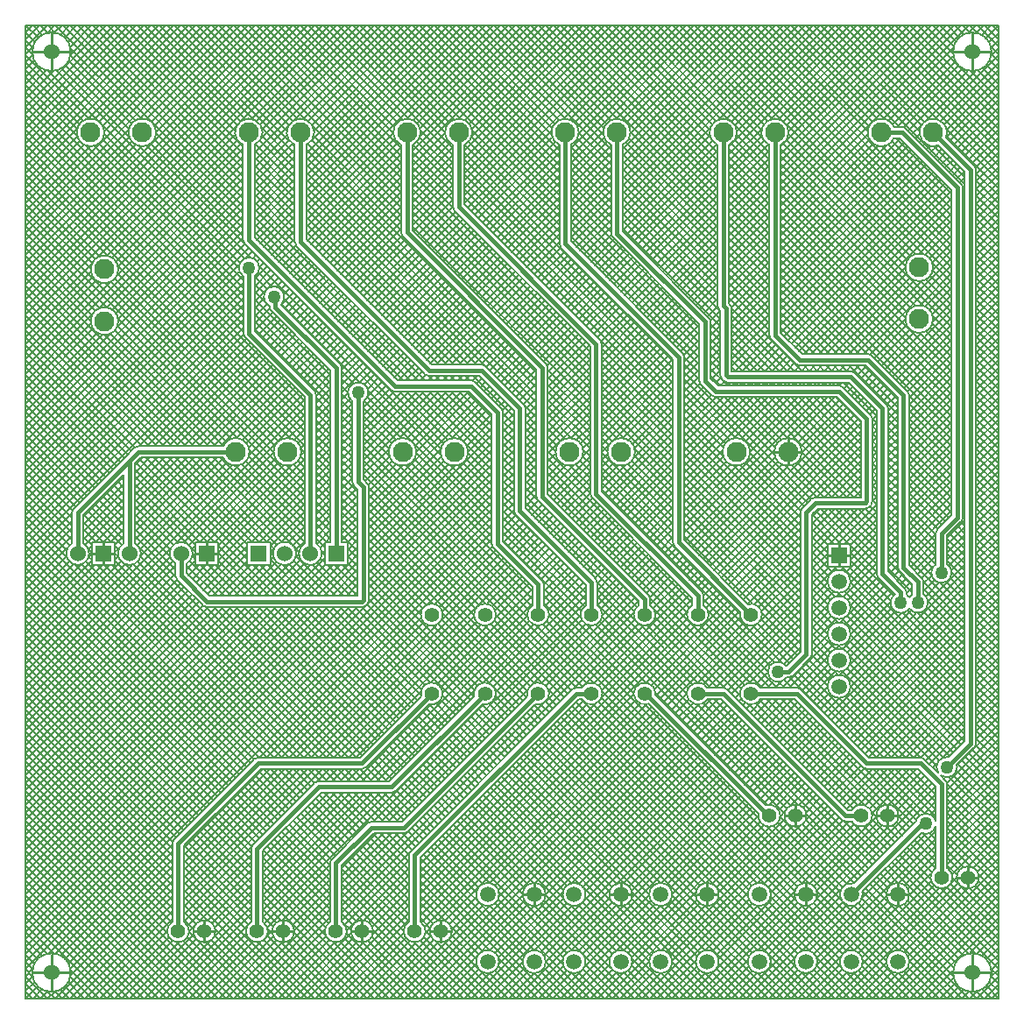
<source format=gbr>
%TF.GenerationSoftware,Altium Limited,Altium Designer,21.8.1 (53)*%
G04 Layer_Physical_Order=1*
G04 Layer_Color=255*
%FSLAX43Y43*%
%MOMM*%
%TF.SameCoordinates,048A42BD-2BC6-4B9E-88CB-C2FB4D5E15D7*%
%TF.FilePolarity,Positive*%
%TF.FileFunction,Copper,L1,Top,Signal*%
%TF.Part,Single*%
G01*
G75*
%TA.AperFunction,NonConductor*%
%ADD10C,0.203*%
%ADD11C,0.254*%
%TA.AperFunction,Conductor*%
%ADD12C,0.400*%
%TA.AperFunction,ViaPad*%
%ADD13C,1.524*%
%TA.AperFunction,ComponentPad*%
%ADD14C,1.950*%
%ADD15C,1.500*%
%ADD16R,1.524X1.524*%
%ADD17C,1.524*%
%ADD18R,1.500X1.500*%
%ADD19C,1.416*%
%ADD20C,1.400*%
%TA.AperFunction,ViaPad*%
%ADD21C,1.270*%
D10*
X93856Y92000D02*
G03*
X93856Y92000I-1856J0D01*
G01*
D02*
G03*
X93856Y92000I-1856J0D01*
G01*
X89468Y83740D02*
G03*
X89551Y84202I-1248J462D01*
G01*
X92377Y80601D02*
G03*
X92214Y80994I-556J0D01*
G01*
X92377Y80601D02*
G03*
X92214Y80994I-556J0D01*
G01*
X91107Y78867D02*
G03*
X90944Y79260I-556J0D01*
G01*
X91107Y78867D02*
G03*
X90944Y79260I-556J0D01*
G01*
X89551Y84202D02*
G03*
X88682Y82954I-1331J0D01*
G01*
X85609Y84595D02*
G03*
X85216Y84758I-393J-393D01*
G01*
X85609Y84595D02*
G03*
X85216Y84758I-393J-393D01*
G01*
X84429D02*
G03*
X84429Y83646I-1209J-556D01*
G01*
X88201Y71158D02*
G03*
X88201Y71158I-1331J0D01*
G01*
Y66158D02*
G03*
X88201Y66158I-1331J0D01*
G01*
X85900Y58801D02*
G03*
X85737Y59194I-556J0D01*
G01*
X85900Y58801D02*
G03*
X85737Y59194I-556J0D01*
G01*
X82308Y62623D02*
G03*
X81915Y62786I-393J-393D01*
G01*
X82308Y62623D02*
G03*
X81915Y62786I-393J-393D01*
G01*
X83868Y57531D02*
G03*
X83705Y57924I-556J0D01*
G01*
X83868Y57531D02*
G03*
X83705Y57924I-556J0D01*
G01*
X82344Y56515D02*
G03*
X82181Y56908I-556J0D01*
G01*
X82344Y56515D02*
G03*
X82181Y56908I-556J0D01*
G01*
Y48141D02*
G03*
X82344Y48533I-393J393D01*
G01*
X82181Y48141D02*
G03*
X82344Y48533I-393J393D01*
G01*
X81642Y47831D02*
G03*
X82034Y47994I0J556D01*
G01*
X81642Y47831D02*
G03*
X82034Y47994I0J556D01*
G01*
X74263Y84202D02*
G03*
X72376Y82993I-1331J0D01*
G01*
X73488D02*
G03*
X74263Y84202I-556J1209D01*
G01*
X69263D02*
G03*
X67376Y82993I-1331J0D01*
G01*
X68488D02*
G03*
X69263Y84202I-556J1209D01*
G01*
X68755Y67183D02*
G03*
X68592Y67576I-556J0D01*
G01*
X68755Y67183D02*
G03*
X68592Y67576I-556J0D01*
G01*
X67376Y67450D02*
G03*
X67539Y67057I556J0D01*
G01*
X67376Y67450D02*
G03*
X67539Y67057I556J0D01*
G01*
X66723Y65913D02*
G03*
X66560Y66306I-556J0D01*
G01*
X66723Y65913D02*
G03*
X66560Y66306I-556J0D01*
G01*
X58975Y84202D02*
G03*
X57088Y82993I-1331J0D01*
G01*
X58200D02*
G03*
X58975Y84202I-556J1209D01*
G01*
X53200Y82993D02*
G03*
X53975Y84202I-556J1209D01*
G01*
X57088Y74436D02*
G03*
X57251Y74043I556J0D01*
G01*
X57088Y74436D02*
G03*
X57251Y74043I556J0D01*
G01*
X74918Y61837D02*
G03*
X75311Y61674I393J393D01*
G01*
X74918Y61837D02*
G03*
X75311Y61674I393J393D01*
G01*
X80657Y60972D02*
G03*
X80264Y61135I-393J-393D01*
G01*
X80657Y60972D02*
G03*
X80264Y61135I-393J-393D01*
G01*
X72376Y64609D02*
G03*
X72539Y64216I556J0D01*
G01*
X72376Y64609D02*
G03*
X72539Y64216I556J0D01*
G01*
X67953Y60186D02*
G03*
X68345Y60023I393J393D01*
G01*
X67953Y60186D02*
G03*
X68345Y60023I393J393D01*
G01*
X79514Y59575D02*
G03*
X79121Y59738I-393J-393D01*
G01*
X79514Y59575D02*
G03*
X79121Y59738I-393J-393D01*
G01*
X75524Y53324D02*
G03*
X75524Y53324I-1331J0D01*
G01*
X70524D02*
G03*
X70524Y53324I-1331J0D01*
G01*
X76835Y48943D02*
G03*
X76442Y48780I0J-556D01*
G01*
X76835Y48943D02*
G03*
X76442Y48780I0J-556D01*
G01*
X75553Y47891D02*
G03*
X75390Y47498I393J-393D01*
G01*
X75553Y47891D02*
G03*
X75390Y47498I393J-393D01*
G01*
X67643Y60725D02*
G03*
X67806Y60333I556J0D01*
G01*
X67643Y60725D02*
G03*
X67806Y60333I556J0D01*
G01*
X65611Y60198D02*
G03*
X65774Y59805I556J0D01*
G01*
X65611Y60198D02*
G03*
X65774Y59805I556J0D01*
G01*
X66790Y58789D02*
G03*
X67183Y58626I393J393D01*
G01*
X66790Y58789D02*
G03*
X67183Y58626I393J393D01*
G01*
X64183Y62484D02*
G03*
X64020Y62877I-556J0D01*
G01*
X64183Y62484D02*
G03*
X64020Y62877I-556J0D01*
G01*
X56182Y63754D02*
G03*
X56019Y64147I-556J0D01*
G01*
X56182Y63754D02*
G03*
X56019Y64147I-556J0D01*
G01*
X59395Y53324D02*
G03*
X59395Y53324I-1331J0D01*
G01*
X55070Y49276D02*
G03*
X55233Y48883I556J0D01*
G01*
X55070Y49276D02*
G03*
X55233Y48883I556J0D01*
G01*
X90944Y46597D02*
G03*
X91107Y46990I-393J393D01*
G01*
X90944Y46597D02*
G03*
X91107Y46990I-393J393D01*
G01*
X88634Y45859D02*
G03*
X88471Y45466I393J-393D01*
G01*
X88634Y45859D02*
G03*
X88471Y45466I393J-393D01*
G01*
X90018Y41656D02*
G03*
X89583Y42476I-991J0D01*
G01*
X87297Y40767D02*
G03*
X87134Y41160I-556J0D01*
G01*
X87297Y40767D02*
G03*
X87134Y41160I-556J0D01*
G01*
X88471Y42476D02*
G03*
X90018Y41656I556J-820D01*
G01*
X85915Y38187D02*
G03*
X87732Y38735I826J548D01*
G01*
X86185Y39555D02*
G03*
X85915Y39283I556J-820D01*
G01*
X87732Y38735D02*
G03*
X87297Y39555I-991J0D01*
G01*
X85646Y39751D02*
G03*
X85483Y40144I-556J0D01*
G01*
X85915Y39283D02*
G03*
X85646Y39555I-826J-548D01*
G01*
Y39751D02*
G03*
X85483Y40144I-556J0D01*
G01*
X84788Y42164D02*
G03*
X84951Y41771I556J0D01*
G01*
X84788Y42164D02*
G03*
X84951Y41771I556J0D01*
G01*
X84514Y39541D02*
G03*
X85915Y38187I576J-806D01*
G01*
X82756Y41529D02*
G03*
X82919Y41136I556J0D01*
G01*
X82756Y41529D02*
G03*
X82919Y41136I556J0D01*
G01*
X92214Y24753D02*
G03*
X92377Y25146I-393J393D01*
G01*
X92214Y24753D02*
G03*
X92377Y25146I-393J393D01*
G01*
X90526Y22860D02*
G03*
X90508Y23047I-991J0D01*
G01*
X88987Y22035D02*
G03*
X90526Y22860I548J825D01*
G01*
X89722Y23833D02*
G03*
X88710Y22312I-187J-973D01*
G01*
X87388Y23634D02*
G03*
X86995Y23797I-393J-393D01*
G01*
X87388Y23634D02*
G03*
X86995Y23797I-393J-393D01*
G01*
X89583Y21209D02*
G03*
X89420Y21602I-556J0D01*
G01*
X89583Y21209D02*
G03*
X89420Y21602I-556J0D01*
G01*
X88471Y17663D02*
G03*
X86542Y17578I-955J-264D01*
G01*
X87057Y16521D02*
G03*
X88471Y17135I459J878D01*
G01*
X90091Y12192D02*
G03*
X89583Y13099I-1064J0D01*
G01*
X92631Y12192D02*
G03*
X92631Y12192I-1064J0D01*
G01*
X88471Y13099D02*
G03*
X90091Y12192I556J-907D01*
G01*
X93856Y3000D02*
G03*
X93856Y3000I-1856J0D01*
G01*
D02*
G03*
X93856Y3000I-1856J0D01*
G01*
X84868Y18161D02*
G03*
X84868Y18161I-1064J0D01*
G01*
X81395Y22848D02*
G03*
X81788Y22685I393J393D01*
G01*
X82328Y18161D02*
G03*
X80357Y18717I-1064J0D01*
G01*
X81395Y22848D02*
G03*
X81788Y22685I393J393D01*
G01*
X80357Y17605D02*
G03*
X82328Y18161I907J556D01*
G01*
X81406Y10550D02*
G03*
X81369Y10833I-1106J0D01*
G01*
X80583Y11618D02*
G03*
X81406Y10550I-283J-1069D01*
G01*
X85906D02*
G03*
X85906Y10550I-1106J0D01*
G01*
Y4050D02*
G03*
X85906Y4050I-1106J0D01*
G01*
X81406D02*
G03*
X81406Y4050I-1106J0D01*
G01*
X80227Y40814D02*
G03*
X80227Y40814I-1106J0D01*
G01*
X66025Y39432D02*
G03*
X65862Y39825I-556J0D01*
G01*
X66025Y39432D02*
G03*
X65862Y39825I-556J0D01*
G01*
X80227Y38274D02*
G03*
X80227Y38274I-1106J0D01*
G01*
Y35734D02*
G03*
X80227Y35734I-1106J0D01*
G01*
Y33194D02*
G03*
X80227Y33194I-1106J0D01*
G01*
Y30654D02*
G03*
X80227Y30654I-1106J0D01*
G01*
X76339Y33389D02*
G03*
X76502Y33782I-393J393D01*
G01*
X71669Y37592D02*
G03*
X70371Y38620I-1056J0D01*
G01*
X69585Y37834D02*
G03*
X71669Y37592I1028J-242D01*
G01*
X66525D02*
G03*
X66025Y38490I-1056J0D01*
G01*
X76339Y33389D02*
G03*
X76502Y33782I-393J393D01*
G01*
X74231Y31512D02*
G03*
X74624Y31675I0J556D01*
G01*
X74231Y31512D02*
G03*
X74624Y31675I0J556D01*
G01*
X74022Y32643D02*
G03*
X74036Y31512I-806J-576D01*
G01*
X63071Y44578D02*
G03*
X63234Y44185I556J0D01*
G01*
X63071Y44578D02*
G03*
X63234Y44185I556J0D01*
G01*
X55738Y40702D02*
G03*
X55575Y41095I-556J0D01*
G01*
X55738Y40702D02*
G03*
X55575Y41095I-556J0D01*
G01*
X64914Y38490D02*
G03*
X66525Y37592I556J-898D01*
G01*
X60882Y39115D02*
G03*
X60719Y39508I-556J0D01*
G01*
X60882Y39115D02*
G03*
X60719Y39508I-556J0D01*
G01*
X61382Y37592D02*
G03*
X60882Y38490I-1056J0D01*
G01*
X59770D02*
G03*
X61382Y37592I556J-898D01*
G01*
X56238D02*
G03*
X55738Y38490I-1056J0D01*
G01*
X54627D02*
G03*
X56238Y37592I556J-898D01*
G01*
X75450Y30365D02*
G03*
X75057Y30528I-393J-393D01*
G01*
X75450Y30365D02*
G03*
X75057Y30528I-393J-393D01*
G01*
X68338Y30365D02*
G03*
X67945Y30528I-393J-393D01*
G01*
X68338Y30365D02*
G03*
X67945Y30528I-393J-393D01*
G01*
X71511D02*
G03*
X71511Y29416I-898J-556D01*
G01*
X73438Y18161D02*
G03*
X72034Y19169I-1064J0D01*
G01*
X79363Y17768D02*
G03*
X79756Y17605I393J393D01*
G01*
X79363Y17768D02*
G03*
X79756Y17605I393J393D01*
G01*
X77016Y10550D02*
G03*
X77016Y10550I-1106J0D01*
G01*
Y4050D02*
G03*
X77016Y4050I-1106J0D01*
G01*
X75978Y18161D02*
G03*
X75978Y18161I-1064J0D01*
G01*
X71321Y18310D02*
G03*
X73438Y18161I1053J-149D01*
G01*
X72516Y10550D02*
G03*
X72516Y10550I-1106J0D01*
G01*
Y4050D02*
G03*
X72516Y4050I-1106J0D01*
G01*
X67491Y10550D02*
G03*
X67491Y10550I-1106J0D01*
G01*
X66367Y30528D02*
G03*
X66367Y29416I-898J-556D01*
G01*
X61382Y29972D02*
G03*
X60660Y28971I-1056J0D01*
G01*
X61372Y29830D02*
G03*
X61382Y29972I-1046J142D01*
G01*
X56238D02*
G03*
X54285Y30528I-1056J0D01*
G01*
X53721D02*
G03*
X53328Y30365I0J-556D01*
G01*
X53721Y30528D02*
G03*
X53328Y30365I0J-556D01*
G01*
X54285Y29416D02*
G03*
X56238Y29972I898J556D01*
G01*
X62991Y10550D02*
G03*
X62991Y10550I-1106J0D01*
G01*
X59127D02*
G03*
X59127Y10550I-1106J0D01*
G01*
X54627D02*
G03*
X54627Y10550I-1106J0D01*
G01*
X67491Y4050D02*
G03*
X67491Y4050I-1106J0D01*
G01*
X62991D02*
G03*
X62991Y4050I-1106J0D01*
G01*
X59127D02*
G03*
X59127Y4050I-1106J0D01*
G01*
X54627D02*
G03*
X54627Y4050I-1106J0D01*
G01*
X53975Y84202D02*
G03*
X52088Y82993I-1331J0D01*
G01*
X43687Y84202D02*
G03*
X41800Y82993I-1331J0D01*
G01*
X42912D02*
G03*
X43687Y84202I-556J1209D01*
G01*
X41800Y77024D02*
G03*
X41963Y76631I556J0D01*
G01*
X41800Y77024D02*
G03*
X41963Y76631I556J0D01*
G01*
X52088Y73467D02*
G03*
X52251Y73074I556J0D01*
G01*
X52088Y73467D02*
G03*
X52251Y73074I556J0D01*
G01*
X38687Y84202D02*
G03*
X36800Y82993I-1331J0D01*
G01*
X37912D02*
G03*
X38687Y84202I-556J1209D01*
G01*
X36800Y74531D02*
G03*
X36963Y74138I556J0D01*
G01*
X36800Y74531D02*
G03*
X36963Y74138I556J0D01*
G01*
X50975Y61468D02*
G03*
X50812Y61861I-556J0D01*
G01*
X50975Y61468D02*
G03*
X50812Y61861I-556J0D01*
G01*
X48816Y57531D02*
G03*
X48653Y57924I-556J0D01*
G01*
X48816Y57531D02*
G03*
X48653Y57924I-556J0D01*
G01*
X46657Y57150D02*
G03*
X46494Y57543I-556J0D01*
G01*
X46657Y57150D02*
G03*
X46494Y57543I-556J0D01*
G01*
X54395Y53324D02*
G03*
X54395Y53324I-1331J0D01*
G01*
X49863Y49022D02*
G03*
X50026Y48629I556J0D01*
G01*
X49863Y49022D02*
G03*
X50026Y48629I556J0D01*
G01*
X47704Y47625D02*
G03*
X47867Y47232I556J0D01*
G01*
X47704Y47625D02*
G03*
X47867Y47232I556J0D01*
G01*
X44970Y61607D02*
G03*
X44577Y61770I-393J-393D01*
G01*
X44970Y61607D02*
G03*
X44577Y61770I-393J-393D01*
G01*
X43954Y60083D02*
G03*
X43561Y60246I-393J-393D01*
G01*
X43954Y60083D02*
G03*
X43561Y60246I-393J-393D01*
G01*
X39104Y60821D02*
G03*
X39497Y60658I393J393D01*
G01*
X39104Y60821D02*
G03*
X39497Y60658I393J393D01*
G01*
X35802Y59297D02*
G03*
X36195Y59134I393J393D01*
G01*
X35802Y59297D02*
G03*
X36195Y59134I393J393D01*
G01*
X33630Y59055D02*
G03*
X32083Y58235I-991J0D01*
G01*
X43266Y53324D02*
G03*
X43266Y53324I-1331J0D01*
G01*
X33195Y58235D02*
G03*
X33630Y59055I-556J820D01*
G01*
X38266Y53324D02*
G03*
X38266Y53324I-1331J0D01*
G01*
X33703Y49911D02*
G03*
X33540Y50304I-556J0D01*
G01*
X33703Y49911D02*
G03*
X33540Y50304I-556J0D01*
G01*
X28399Y84202D02*
G03*
X26512Y82993I-1331J0D01*
G01*
X27624D02*
G03*
X28399Y84202I-556J1209D01*
G01*
X23399D02*
G03*
X21512Y82993I-1331J0D01*
G01*
X22624D02*
G03*
X23399Y84202I-556J1209D01*
G01*
X13111D02*
G03*
X13111Y84202I-1331J0D01*
G01*
X26512Y73643D02*
G03*
X26675Y73250I556J0D01*
G01*
X26512Y73643D02*
G03*
X26675Y73250I556J0D01*
G01*
X25502Y68326D02*
G03*
X24076Y67436I-991J0D01*
G01*
X21512Y73817D02*
G03*
X21675Y73424I556J0D01*
G01*
X21512Y73817D02*
G03*
X21675Y73424I556J0D01*
G01*
X23089Y71120D02*
G03*
X21542Y70300I-991J0D01*
G01*
X22654D02*
G03*
X23089Y71120I-556J820D01*
G01*
X8111Y84202D02*
G03*
X8111Y84202I-1331J0D01*
G01*
X4856Y92000D02*
G03*
X4856Y92000I-1856J0D01*
G01*
D02*
G03*
X4856Y92000I-1856J0D01*
G01*
X9461Y70968D02*
G03*
X9461Y70968I-1331J0D01*
G01*
X31086Y61418D02*
G03*
X30923Y61811I-556J0D01*
G01*
X31086Y61418D02*
G03*
X30923Y61811I-556J0D01*
G01*
X25188Y67602D02*
G03*
X25502Y68326I-677J724D01*
G01*
X28586Y58838D02*
G03*
X28423Y59231I-556J0D01*
G01*
X28586Y58838D02*
G03*
X28423Y59231I-556J0D01*
G01*
X32083Y50419D02*
G03*
X32246Y50026I556J0D01*
G01*
X32083Y50419D02*
G03*
X32246Y50026I556J0D01*
G01*
X24076Y67316D02*
G03*
X24239Y66923I556J0D01*
G01*
X24076Y67316D02*
G03*
X24239Y66923I556J0D01*
G01*
X9461Y65968D02*
G03*
X9461Y65968I-1331J0D01*
G01*
X21542Y64770D02*
G03*
X21705Y64377I556J0D01*
G01*
X21542Y64770D02*
G03*
X21705Y64377I556J0D01*
G01*
X22137Y53324D02*
G03*
X19597Y53880I-1331J0D01*
G01*
X11414D02*
G03*
X11021Y53717I0J-556D01*
G01*
X11414Y53880D02*
G03*
X11021Y53717I0J-556D01*
G01*
X27137Y53324D02*
G03*
X27137Y53324I-1331J0D01*
G01*
X19597Y52768D02*
G03*
X22137Y53324I1209J556D01*
G01*
X5137Y47833D02*
G03*
X4974Y47440I393J-393D01*
G01*
X5137Y47833D02*
G03*
X4974Y47440I393J-393D01*
G01*
X45545Y44450D02*
G03*
X45708Y44057I556J0D01*
G01*
X45545Y44450D02*
G03*
X45708Y44057I556J0D01*
G01*
X50595Y40512D02*
G03*
X50432Y40905I-556J0D01*
G01*
X50595Y40512D02*
G03*
X50432Y40905I-556J0D01*
G01*
X51095Y37592D02*
G03*
X50595Y38490I-1056J0D01*
G01*
X49483D02*
G03*
X51095Y37592I556J-898D01*
G01*
X45951D02*
G03*
X45951Y37592I-1056J0D01*
G01*
X51095Y29972D02*
G03*
X49011Y29730I-1056J0D01*
G01*
X49797Y28944D02*
G03*
X51095Y29972I242J1028D01*
G01*
X45951D02*
G03*
X43868Y29730I-1056J0D01*
G01*
X44654Y28944D02*
G03*
X45951Y29972I242J1028D01*
G01*
X33540Y38616D02*
G03*
X33703Y39008I-393J393D01*
G01*
X33540Y38616D02*
G03*
X33703Y39008I-393J393D01*
G01*
X40808Y37592D02*
G03*
X40808Y37592I-1056J0D01*
G01*
X33001Y38306D02*
G03*
X33393Y38469I0J556D01*
G01*
X33001Y38306D02*
G03*
X33393Y38469I0J556D01*
G01*
X40808Y29972D02*
G03*
X38724Y29730I-1056J0D01*
G01*
X39510Y28944D02*
G03*
X40808Y29972I242J1028D01*
G01*
X50763Y10550D02*
G03*
X50763Y10550I-1106J0D01*
G01*
X46263D02*
G03*
X46263Y10550I-1106J0D01*
G01*
X41704Y6985D02*
G03*
X41704Y6985I-1064J0D01*
G01*
X50763Y4050D02*
G03*
X50763Y4050I-1106J0D01*
G01*
X46263D02*
G03*
X46263Y4050I-1106J0D01*
G01*
X37085Y16462D02*
G03*
X37478Y16625I0J556D01*
G01*
X37085Y16462D02*
G03*
X37478Y16625I0J556D01*
G01*
X37707Y14744D02*
G03*
X37544Y14351I393J-393D01*
G01*
X37707Y14744D02*
G03*
X37544Y14351I393J-393D01*
G01*
X33021Y22685D02*
G03*
X33414Y22848I0J556D01*
G01*
X33021Y22685D02*
G03*
X33414Y22848I0J556D01*
G01*
X35879Y20399D02*
G03*
X36271Y20562I0J556D01*
G01*
X35879Y20399D02*
G03*
X36271Y20562I0J556D01*
G01*
X33909Y17574D02*
G03*
X33516Y17411I0J-556D01*
G01*
X33909Y17574D02*
G03*
X33516Y17411I0J-556D01*
G01*
X39164Y6985D02*
G03*
X38656Y7892I-1064J0D01*
G01*
X37544D02*
G03*
X39164Y6985I556J-907D01*
G01*
X34084D02*
G03*
X34084Y6985I-1064J0D01*
G01*
X29148Y43504D02*
G03*
X28586Y44474I-1118J0D01*
G01*
X26648Y43504D02*
G03*
X26648Y43504I-1118J0D01*
G01*
X16648D02*
G03*
X14974Y42534I-1118J0D01*
G01*
X16086D02*
G03*
X16648Y43504I-556J970D01*
G01*
X27474Y44474D02*
G03*
X29148Y43504I556J-970D01*
G01*
X17641Y38469D02*
G03*
X18034Y38306I393J393D01*
G01*
X17641Y38469D02*
G03*
X18034Y38306I393J393D01*
G01*
X14974Y41366D02*
G03*
X15137Y40973I556J0D01*
G01*
X14974Y41366D02*
G03*
X15137Y40973I556J0D01*
G01*
X11648Y43504D02*
G03*
X11086Y44474I-1118J0D01*
G01*
X9974D02*
G03*
X11648Y43504I556J-970D01*
G01*
X6648D02*
G03*
X6086Y44474I-1118J0D01*
G01*
X4974D02*
G03*
X6648Y43504I556J-970D01*
G01*
X30087Y13982D02*
G03*
X29924Y13589I393J-393D01*
G01*
X30087Y13982D02*
G03*
X29924Y13589I393J-393D01*
G01*
X28829Y21511D02*
G03*
X28436Y21348I0J-556D01*
G01*
X28829Y21511D02*
G03*
X28436Y21348I0J-556D01*
G01*
X22987Y23797D02*
G03*
X22594Y23634I0J-556D01*
G01*
X22987Y23797D02*
G03*
X22594Y23634I0J-556D01*
G01*
X22467Y15379D02*
G03*
X22304Y14986I393J-393D01*
G01*
X22467Y15379D02*
G03*
X22304Y14986I393J-393D01*
G01*
X26464Y6985D02*
G03*
X26464Y6985I-1064J0D01*
G01*
X31544D02*
G03*
X31036Y7892I-1064J0D01*
G01*
X29924D02*
G03*
X31544Y6985I556J-907D01*
G01*
X23924D02*
G03*
X23416Y7892I-1064J0D01*
G01*
X22304D02*
G03*
X23924Y6985I556J-907D01*
G01*
X18844D02*
G03*
X18844Y6985I-1064J0D01*
G01*
X16304D02*
G03*
X15796Y7892I-1064J0D01*
G01*
X14684D02*
G03*
X16304Y6985I556J-907D01*
G01*
X14847Y15887D02*
G03*
X14684Y15494I393J-393D01*
G01*
X14847Y15887D02*
G03*
X14684Y15494I393J-393D01*
G01*
X4856Y3000D02*
G03*
X4856Y3000I-1856J0D01*
G01*
D02*
G03*
X4856Y3000I-1856J0D01*
G01*
X93816Y92380D02*
X94517Y93081D01*
X93621Y92903D02*
X94517Y93799D01*
X93790Y92489D02*
X94517Y91761D01*
X93917Y94517D02*
X94517Y93917D01*
X93312Y93312D02*
X94517Y94517D01*
X93664Y91178D02*
X94517Y90325D01*
X93372Y90751D02*
X94517Y89606D01*
X93826Y91671D02*
X94517Y92362D01*
X93835Y91725D02*
X94517Y91043D01*
X92480Y94517D02*
X94517Y92480D01*
X92981Y90425D02*
X94517Y88888D01*
X93312Y93312D02*
X94517Y94517D01*
X93198D02*
X94517Y93198D01*
X88924Y85331D02*
X94517Y90925D01*
X89296Y84985D02*
X94517Y90207D01*
X88395Y85521D02*
X94517Y91644D01*
X92479Y90207D02*
X94517Y88169D01*
X91633Y81575D02*
X94517Y84460D01*
X91992Y81216D02*
X94517Y83741D01*
X91815Y90154D02*
X94517Y87451D01*
X91274Y81934D02*
X94517Y85178D01*
X92377Y79445D02*
X94517Y81586D01*
X92377Y78727D02*
X94517Y80867D01*
X92326Y80832D02*
X94517Y83023D01*
X92377Y80163D02*
X94517Y82304D01*
X89837Y83371D02*
X94517Y88052D01*
X90196Y83012D02*
X94517Y87333D01*
X89519Y84490D02*
X94517Y89488D01*
X89478Y83730D02*
X94517Y88770D01*
X89500Y84566D02*
X94517Y79548D01*
X89502Y83845D02*
X94517Y78830D01*
X90555Y82653D02*
X94517Y86615D01*
X90914Y82293D02*
X94517Y85896D01*
X91761Y94517D02*
X92489Y93790D01*
X91671Y93826D02*
X92362Y94517D01*
X92380Y93816D02*
X93081Y94517D01*
X90325D02*
X91178Y93664D01*
X91043Y94517D02*
X91725Y93835D01*
X92903Y93621D02*
X93799Y94517D01*
X89606D02*
X90751Y93372D01*
X88169Y94517D02*
X90207Y92479D01*
X88888Y94517D02*
X90425Y92981D01*
X89468Y83740D02*
X92214Y80994D01*
X90131Y80073D02*
X90847Y80789D01*
X90490Y79714D02*
X91206Y80430D01*
X90849Y79354D02*
X91265Y79771D01*
X91106Y78893D02*
X91265Y79052D01*
X88694Y81510D02*
X89410Y82226D01*
X89053Y81151D02*
X89769Y81867D01*
X87976Y82228D02*
X88692Y82944D01*
X88335Y81869D02*
X89051Y82585D01*
X88682Y82954D02*
X91265Y80371D01*
X88317Y82875D02*
X91265Y79927D01*
X89412Y80791D02*
X90129Y81508D01*
X89772Y80432D02*
X90488Y81148D01*
X92377Y74416D02*
X94517Y76557D01*
X92377Y76660D02*
X94517Y74519D01*
X92377Y75942D02*
X94517Y73801D01*
X92377Y77379D02*
X94517Y75238D01*
X92377Y75134D02*
X94517Y77275D01*
X92377Y72979D02*
X94517Y75120D01*
X92377Y74505D02*
X94517Y72364D01*
X92377Y73698D02*
X94517Y75838D01*
X92377Y75223D02*
X94517Y73082D01*
X92377Y79534D02*
X94517Y77393D01*
X92377Y77290D02*
X94517Y79431D01*
X92377Y80252D02*
X94517Y78111D01*
X92377Y78008D02*
X94517Y80149D01*
X92377Y78097D02*
X94517Y75956D01*
X92377Y75853D02*
X94517Y77994D01*
X92377Y78815D02*
X94517Y76675D01*
X92377Y76571D02*
X94517Y78712D01*
X92377Y70913D02*
X94517Y68772D01*
X92377Y68669D02*
X94517Y70810D01*
X92377Y71631D02*
X94517Y69490D01*
X92377Y69387D02*
X94517Y71528D01*
X92377Y69476D02*
X94517Y67335D01*
X92377Y67232D02*
X94517Y69373D01*
X92377Y70194D02*
X94517Y68054D01*
X92377Y67950D02*
X94517Y70091D01*
X92377Y73786D02*
X94517Y71646D01*
X92377Y71542D02*
X94517Y73683D01*
X92377Y72261D02*
X94517Y74402D01*
X91107Y72428D02*
X91265Y72586D01*
X92377Y72350D02*
X94517Y70209D01*
X92377Y70106D02*
X94517Y72246D01*
X92377Y73068D02*
X94517Y70927D01*
X92377Y70824D02*
X94517Y72965D01*
X91107Y75775D02*
X91265Y75616D01*
X91107Y76020D02*
X91265Y76179D01*
X91107Y75301D02*
X91265Y75460D01*
X91107Y76738D02*
X91265Y76897D01*
X91107Y76493D02*
X91265Y76335D01*
X91107Y74338D02*
X91265Y74179D01*
X91107Y73864D02*
X91265Y74023D01*
X91107Y75056D02*
X91265Y74898D01*
X91107Y74583D02*
X91265Y74742D01*
X91107Y77930D02*
X91265Y77771D01*
X91107Y77457D02*
X91265Y77615D01*
X91107Y78649D02*
X91265Y78490D01*
X91107Y78175D02*
X91265Y78334D01*
X91107Y46990D02*
Y78867D01*
Y77212D02*
X91265Y77053D01*
X89995Y47220D02*
Y78637D01*
X87856Y72051D02*
X89995Y74190D01*
X91107Y71464D02*
X91265Y71306D01*
X91107Y70991D02*
X91265Y71150D01*
X91107Y72183D02*
X91265Y72024D01*
X91107Y71709D02*
X91265Y71868D01*
X91107Y70028D02*
X91265Y69869D01*
X91107Y69554D02*
X91265Y69713D01*
X91107Y70746D02*
X91265Y70587D01*
X91107Y70272D02*
X91265Y70431D01*
X91107Y73146D02*
X91265Y73305D01*
X91107Y72901D02*
X91265Y72742D01*
X91107Y73620D02*
X91265Y73461D01*
X88125Y71601D02*
X89995Y73472D01*
X88157Y70822D02*
X89995Y68983D01*
X87920Y70341D02*
X89995Y68265D01*
X88183Y70941D02*
X89995Y72753D01*
X88139Y71558D02*
X89995Y69702D01*
X86014Y94517D02*
X94517Y86014D01*
X85296Y94517D02*
X94517Y85296D01*
X84577Y94517D02*
X94517Y84577D01*
X87451Y94517D02*
X90154Y91815D01*
X86733Y94517D02*
X94517Y86733D01*
X82422Y94517D02*
X94517Y82422D01*
X81704Y94517D02*
X94517Y81704D01*
X83859Y94517D02*
X94517Y83859D01*
X83140Y94517D02*
X94517Y83140D01*
X80985Y94517D02*
X94517Y80985D01*
X80267Y94517D02*
X94517Y80267D01*
X73488Y79235D02*
X88770Y94517D01*
X73488Y78517D02*
X89488Y94517D01*
X73488Y77080D02*
X90925Y94517D01*
X73488Y76361D02*
X91644Y94517D01*
X70927D02*
X89995Y75449D01*
X73488Y77798D02*
X90207Y94517D01*
X85432Y84714D02*
X91097Y90379D01*
X87422Y85267D02*
X92329Y90174D01*
X84758Y84758D02*
X90688Y90688D01*
X84758Y84758D02*
X90688Y90688D01*
X85820Y84383D02*
X91620Y90184D01*
X85609Y84595D02*
X90944Y79260D01*
X84986Y83646D02*
X89995Y78637D01*
X75956Y94517D02*
X91265Y79208D01*
X84283Y85002D02*
X90379Y91097D01*
X83369Y85524D02*
X90174Y92329D01*
X83906Y85342D02*
X90184Y91620D01*
X83851Y83031D02*
X89995Y76886D01*
X83290Y82873D02*
X89995Y76168D01*
X84672Y83646D02*
X89995Y78323D01*
X84246Y83354D02*
X89995Y77604D01*
X78830Y94517D02*
X87863Y85484D01*
X74519Y94517D02*
X83544Y85492D01*
X79548Y94517D02*
X88584Y85482D01*
X73801Y94517D02*
X82841Y85477D01*
X73754Y85249D02*
X83023Y94517D01*
X75238D02*
X84998Y84758D01*
X78111Y94517D02*
X87388Y85241D01*
X74087Y84863D02*
X83741Y94517D01*
X74258Y84316D02*
X84460Y94517D01*
X73275Y85488D02*
X82304Y94517D01*
X73082D02*
X82372Y85228D01*
X72543Y85474D02*
X81586Y94517D01*
X72364D02*
X82049Y84833D01*
X73488Y80672D02*
X87333Y94517D01*
X73488Y79953D02*
X88052Y94517D01*
X71646D02*
X81891Y84272D01*
X73488Y82827D02*
X85178Y94517D01*
X86179Y84024D02*
X87155Y85000D01*
X86539Y83665D02*
X86901Y84027D01*
X87257Y82947D02*
X87437Y83126D01*
X87616Y82587D02*
X87932Y82903D01*
X84429Y83646D02*
X84986D01*
X86898Y83306D02*
X87091Y83498D01*
X76675Y94517D02*
X86893Y84299D01*
X77393Y94517D02*
X87059Y84852D01*
X84429Y84758D02*
X85216D01*
X73488Y82109D02*
X85896Y94517D01*
X73488Y81390D02*
X86615Y94517D01*
X73488Y75643D02*
X81898Y84053D01*
X73488Y74924D02*
X82080Y83516D01*
X74552Y63775D02*
X89704Y78928D01*
X73488Y81899D02*
X89995Y65391D01*
X74911Y63416D02*
X89995Y78501D01*
X73833Y64494D02*
X88986Y79646D01*
X74192Y64134D02*
X89345Y79287D01*
X73488Y77589D02*
X89995Y61081D01*
X73488Y76870D02*
X89995Y60362D01*
X75270Y63057D02*
X89995Y77782D01*
X75717Y62786D02*
X89995Y77064D01*
X68772Y94517D02*
X89995Y73294D01*
X68054Y94517D02*
X89995Y72576D01*
X70209Y94517D02*
X89995Y74731D01*
X69490Y94517D02*
X89995Y74012D01*
X65898Y94517D02*
X89995Y70420D01*
X73488Y82618D02*
X89995Y66110D01*
X67335Y94517D02*
X89995Y71857D01*
X66617Y94517D02*
X89995Y71139D01*
X86886Y67489D02*
X89995Y70598D01*
X87536Y70006D02*
X89995Y67547D01*
X86857Y72489D02*
X89995Y75627D01*
X87445Y72358D02*
X89995Y74909D01*
X80746Y62786D02*
X89995Y72035D01*
X81465Y62786D02*
X89995Y71316D01*
X87464Y67349D02*
X89995Y69880D01*
X86991Y69833D02*
X89995Y66828D01*
X73488Y75433D02*
X89995Y58926D01*
X73488Y74715D02*
X89995Y58207D01*
X76436Y62786D02*
X89995Y76345D01*
X73488Y76152D02*
X89995Y59644D01*
X73488Y72560D02*
X89995Y56052D01*
X73488Y71841D02*
X89995Y55333D01*
X73488Y73997D02*
X89995Y57489D01*
X73488Y73278D02*
X89995Y56770D01*
X74040Y84939D02*
X86534Y72445D01*
X74249Y84012D02*
X86053Y72208D01*
X74054Y83488D02*
X85718Y71824D01*
X73705Y83119D02*
X85545Y71279D01*
X73488Y68459D02*
X86831Y81802D01*
X73488Y67740D02*
X87190Y81442D01*
X73488Y69895D02*
X86112Y82520D01*
X73488Y69177D02*
X86471Y82161D01*
X73488Y72769D02*
X83667Y82949D01*
X73488Y73488D02*
X82908Y82908D01*
X73488Y74206D02*
X82420Y83139D01*
X73488Y73488D02*
X82908Y82908D01*
X65180Y94517D02*
X87270Y72427D01*
X73488Y70614D02*
X85753Y82879D01*
X73488Y72051D02*
X85035Y83598D01*
X73488Y71332D02*
X85394Y83239D01*
X73488Y78307D02*
X85543Y66252D01*
X77154Y62786D02*
X85539Y71171D01*
X73488Y71123D02*
X81825Y62786D01*
X79309D02*
X86427Y69903D01*
X80028Y62786D02*
X87087Y69845D01*
X77872Y62786D02*
X85670Y70583D01*
X78591Y62786D02*
X85977Y70172D01*
X73488Y81181D02*
X87229Y67439D01*
X73488Y67022D02*
X87549Y81083D01*
X73488Y80462D02*
X86511Y67439D01*
X73488Y79744D02*
X86036Y67195D01*
X73488Y65585D02*
X88267Y80365D01*
X73488Y64867D02*
X88627Y80006D01*
X73488Y66303D02*
X87908Y80724D01*
X73488Y79025D02*
X85708Y66805D01*
X92377Y62921D02*
X94517Y65062D01*
X92377Y65165D02*
X94517Y63025D01*
X92377Y64447D02*
X94517Y62306D01*
X92377Y65884D02*
X94517Y63743D01*
X92377Y63640D02*
X94517Y65781D01*
X92377Y61484D02*
X94517Y63625D01*
X92377Y63010D02*
X94517Y60869D01*
X92377Y62203D02*
X94517Y64344D01*
X92377Y63729D02*
X94517Y61588D01*
X92377Y68039D02*
X94517Y65898D01*
X92377Y65795D02*
X94517Y67936D01*
X92377Y68758D02*
X94517Y66617D01*
X92377Y66513D02*
X94517Y68654D01*
X92377Y66602D02*
X94517Y64461D01*
X92377Y64358D02*
X94517Y66499D01*
X92377Y67321D02*
X94517Y65180D01*
X92377Y65077D02*
X94517Y67217D01*
X92377Y61573D02*
X94517Y59432D01*
X92377Y59329D02*
X94517Y61470D01*
X92377Y62292D02*
X94517Y60151D01*
X92377Y60048D02*
X94517Y62188D01*
X92377Y60136D02*
X94517Y57996D01*
X92377Y57892D02*
X94517Y60033D01*
X92377Y60855D02*
X94517Y58714D01*
X92377Y58611D02*
X94517Y60752D01*
X91107Y62125D02*
X91265Y61966D01*
X91107Y61651D02*
X91265Y61810D01*
X91107Y62843D02*
X91265Y62685D01*
X91107Y62370D02*
X91265Y62529D01*
X92377Y60766D02*
X94517Y62907D01*
X91107Y60688D02*
X91265Y60529D01*
X91107Y61406D02*
X91265Y61248D01*
X91107Y60933D02*
X91265Y61092D01*
X91107Y67154D02*
X91265Y66995D01*
X91107Y67399D02*
X91265Y67558D01*
X91107Y66680D02*
X91265Y66839D01*
X91107Y68117D02*
X91265Y68276D01*
X91107Y67872D02*
X91265Y67713D01*
X91107Y65717D02*
X91265Y65558D01*
X91107Y65243D02*
X91265Y65402D01*
X91107Y66435D02*
X91265Y66277D01*
X91107Y65962D02*
X91265Y66121D01*
X91107Y68836D02*
X91265Y68994D01*
X91107Y68591D02*
X91265Y68432D01*
X91107Y69309D02*
X91265Y69150D01*
X87870Y67036D02*
X89995Y69161D01*
X88151Y66517D02*
X89995Y64673D01*
X88151Y65799D02*
X89995Y63954D01*
X88132Y66579D02*
X89995Y68443D01*
X88176Y65905D02*
X89995Y67724D01*
X91107Y59970D02*
X91265Y59811D01*
X91107Y59496D02*
X91265Y59655D01*
X91107Y63088D02*
X91265Y63247D01*
X91107Y60214D02*
X91265Y60373D01*
X91107Y58533D02*
X91265Y58374D01*
X91107Y58059D02*
X91265Y58218D01*
X91107Y59251D02*
X91265Y59092D01*
X91107Y58778D02*
X91265Y58936D01*
X91107Y64280D02*
X91265Y64121D01*
X91107Y63807D02*
X91265Y63965D01*
X91107Y64999D02*
X91265Y64840D01*
X91107Y64525D02*
X91265Y64684D01*
X86964Y64831D02*
X89995Y61799D01*
X91107Y63562D02*
X91265Y63403D01*
X87907Y65324D02*
X89995Y63236D01*
X87517Y64996D02*
X89995Y62518D01*
X92377Y53582D02*
X94517Y55723D01*
X92377Y55826D02*
X94517Y53685D01*
X92377Y55108D02*
X94517Y52967D01*
X92377Y56544D02*
X94517Y54404D01*
X92377Y54300D02*
X94517Y56441D01*
X92377Y52145D02*
X94517Y54286D01*
X92377Y53671D02*
X94517Y51530D01*
X92377Y52863D02*
X94517Y55004D01*
X92377Y54389D02*
X94517Y52248D01*
X92377Y58700D02*
X94517Y56559D01*
X92377Y56456D02*
X94517Y58596D01*
X92377Y59418D02*
X94517Y57277D01*
X92377Y57174D02*
X94517Y59315D01*
X92377Y57263D02*
X94517Y55122D01*
X92377Y55019D02*
X94517Y57160D01*
X92377Y57981D02*
X94517Y55840D01*
X92377Y55737D02*
X94517Y57878D01*
X92377Y50797D02*
X94517Y48656D01*
X92377Y48553D02*
X94517Y50694D01*
X92377Y51515D02*
X94517Y49375D01*
X92377Y49271D02*
X94517Y51412D01*
X92377Y49360D02*
X94517Y47219D01*
X92377Y47116D02*
X94517Y49257D01*
X92377Y50079D02*
X94517Y47938D01*
X92377Y47834D02*
X94517Y49975D01*
X92377Y50708D02*
X94517Y52849D01*
X92377Y52234D02*
X94517Y50093D01*
X92377Y51427D02*
X94517Y53567D01*
X92377Y52952D02*
X94517Y50811D01*
X92377Y49990D02*
X94517Y52131D01*
X91107Y47283D02*
X91265Y47442D01*
X91107Y48001D02*
X91265Y48160D01*
X91107Y47756D02*
X91265Y47598D01*
X91107Y55659D02*
X91265Y55500D01*
X91107Y55904D02*
X91265Y56063D01*
X91107Y55186D02*
X91265Y55344D01*
X91107Y56622D02*
X91265Y56781D01*
X91107Y56378D02*
X91265Y56219D01*
X91107Y54222D02*
X91265Y54063D01*
X91107Y53749D02*
X91265Y53908D01*
X91107Y54941D02*
X91265Y54782D01*
X91107Y54467D02*
X91265Y54626D01*
X91107Y57341D02*
X91265Y57500D01*
X91107Y57096D02*
X91265Y56937D01*
X85900Y55726D02*
X89995Y59822D01*
X91107Y57814D02*
X91265Y57656D01*
X85900Y55837D02*
X89995Y51741D01*
X85900Y50697D02*
X89995Y54793D01*
X85900Y58711D02*
X89995Y54615D01*
X85900Y57992D02*
X89995Y53897D01*
X91107Y50157D02*
X91265Y50315D01*
X91107Y49912D02*
X91265Y49753D01*
X91107Y50875D02*
X91265Y51034D01*
X91107Y50630D02*
X91265Y50471D01*
X91107Y48720D02*
X91265Y48879D01*
X91107Y48475D02*
X91265Y48316D01*
X91107Y49438D02*
X91265Y49597D01*
X91107Y49193D02*
X91265Y49035D01*
X91107Y52785D02*
X91265Y52627D01*
X91107Y52312D02*
X91265Y52471D01*
X91107Y53504D02*
X91265Y53345D01*
X91107Y53030D02*
X91265Y53189D01*
X91107Y51593D02*
X91265Y51752D01*
X91107Y51349D02*
X91265Y51190D01*
X85900Y53682D02*
X89995Y49586D01*
X91107Y52067D02*
X91265Y51908D01*
X84679Y60252D02*
X89995Y65569D01*
X84319Y60611D02*
X89995Y66287D01*
X85038Y59893D02*
X89995Y64851D01*
X83960Y60971D02*
X89995Y67006D01*
X85900Y58600D02*
X89995Y62695D01*
X85900Y57881D02*
X89995Y61977D01*
X85397Y59534D02*
X89995Y64132D01*
X85756Y59174D02*
X89995Y63414D01*
X82882Y62048D02*
X85992Y65158D01*
X83242Y61689D02*
X86449Y64896D01*
X82137Y62739D02*
X85539Y66142D01*
X82523Y62407D02*
X85679Y65564D01*
X83601Y61330D02*
X87123Y64852D01*
X82308Y62623D02*
X85737Y59194D01*
X80781Y61674D02*
X84788Y57667D01*
X80062Y61674D02*
X84788Y56948D01*
X85900Y57163D02*
X89995Y61259D01*
X85900Y56444D02*
X89995Y60540D01*
X85900Y55007D02*
X89995Y59103D01*
X85900Y54289D02*
X89995Y58385D01*
X83868Y55714D02*
X84788Y54793D01*
X83868Y54412D02*
X84788Y55333D01*
X83868Y57286D02*
X84788Y58207D01*
X83868Y56568D02*
X84788Y57488D01*
X81685Y61674D02*
X84788Y58571D01*
X81499Y61674D02*
X84788Y58385D01*
X83868Y56432D02*
X84788Y55512D01*
X83868Y55131D02*
X84788Y56052D01*
X83868Y57151D02*
X84788Y56230D01*
X83868Y55849D02*
X84788Y56770D01*
X81950Y59679D02*
X82815Y60544D01*
X81591Y60038D02*
X82456Y60903D01*
X82309Y59320D02*
X83174Y60185D01*
X83387Y58242D02*
X84252Y59107D01*
X83744Y57881D02*
X84611Y58748D01*
X82668Y58960D02*
X83534Y59826D01*
X83028Y58601D02*
X83893Y59466D01*
X75541Y62786D02*
X81915D01*
X81231Y60397D02*
X82097Y61263D01*
X75311Y61674D02*
X81685D01*
X80872Y60756D02*
X81738Y61622D01*
X80657Y60972D02*
X83705Y57924D01*
X79558Y60023D02*
X82756Y56825D01*
X80034Y60023D02*
X82756Y57301D01*
X79514Y59575D02*
X82181Y56908D01*
X82344Y56480D02*
X82756Y56893D01*
X82344Y55762D02*
X82756Y56175D01*
X82344Y55083D02*
X82756Y54670D01*
X82344Y54325D02*
X82756Y54738D01*
X82344Y55801D02*
X82756Y55388D01*
X82344Y55044D02*
X82756Y55456D01*
X81758Y57331D02*
X82242Y57815D01*
X82117Y56972D02*
X82601Y57456D01*
X81039Y58050D02*
X81523Y58534D01*
X81398Y57690D02*
X81883Y58175D01*
X82344Y56519D02*
X82756Y56107D01*
X78891Y58626D02*
X81232Y56285D01*
X85900Y55119D02*
X89995Y51023D01*
X85900Y51415D02*
X89995Y55511D01*
X85900Y54400D02*
X89995Y50305D01*
X85900Y56556D02*
X89995Y52460D01*
X85900Y52134D02*
X89995Y56230D01*
X85900Y52963D02*
X89995Y48868D01*
X85900Y48542D02*
X89995Y52638D01*
X85900Y49979D02*
X89995Y54074D01*
X85900Y49260D02*
X89995Y53356D01*
X85900Y57274D02*
X89995Y53178D01*
X85900Y52852D02*
X89995Y56948D01*
X85900Y53571D02*
X89995Y57666D01*
X83868Y52975D02*
X84788Y53896D01*
X83868Y52840D02*
X84788Y51919D01*
X83868Y51539D02*
X84788Y52459D01*
X83868Y53559D02*
X84788Y52638D01*
X83868Y52257D02*
X84788Y53178D01*
X85900Y47823D02*
X89995Y51919D01*
X85900Y51527D02*
X89995Y47431D01*
X85900Y52245D02*
X89995Y48149D01*
X83868Y48530D02*
X84788Y47609D01*
X85900Y47105D02*
X89995Y51201D01*
X85900Y50808D02*
X89742Y46966D01*
X83868Y47228D02*
X84788Y48149D01*
X83868Y47811D02*
X84788Y46890D01*
X83868Y50685D02*
X84788Y49764D01*
X83868Y49383D02*
X84788Y50304D01*
X83868Y52122D02*
X84788Y51201D01*
X83868Y50102D02*
X84788Y51023D01*
X83868Y49248D02*
X84788Y48327D01*
X83868Y47947D02*
X84788Y48867D01*
X83868Y49967D02*
X84788Y49046D01*
X83868Y48665D02*
X84788Y49586D01*
X83868Y53694D02*
X84788Y54615D01*
X83868Y54277D02*
X84788Y53356D01*
X83868Y54995D02*
X84788Y54075D01*
X82344Y52170D02*
X82756Y52583D01*
X83868Y50820D02*
X84788Y51741D01*
X82344Y51491D02*
X82756Y51078D01*
X82344Y52209D02*
X82756Y51796D01*
X82344Y51451D02*
X82756Y51864D01*
X82344Y53646D02*
X82756Y53233D01*
X82344Y52888D02*
X82756Y53301D01*
X82344Y54364D02*
X82756Y53951D01*
X82344Y53607D02*
X82756Y54020D01*
X82344Y48533D02*
Y56515D01*
Y52927D02*
X82756Y52515D01*
X74489Y58626D02*
X81232Y51883D01*
Y48943D02*
Y56285D01*
X83868Y51403D02*
X84788Y50483D01*
X82344Y50054D02*
X82756Y49641D01*
X82344Y50772D02*
X82756Y50359D01*
X82344Y50015D02*
X82756Y50427D01*
X82344Y48578D02*
X82756Y48991D01*
X82344Y48617D02*
X82756Y48204D01*
X82344Y49296D02*
X82756Y49709D01*
X82344Y49335D02*
X82756Y48922D01*
X82344Y50733D02*
X82756Y51146D01*
X82034Y47994D02*
X82181Y48141D01*
X82141Y48101D02*
X82756Y47486D01*
X77065Y47831D02*
X81642D01*
X69076Y84881D02*
X78712Y94517D01*
X68737Y85261D02*
X77994Y94517D01*
X69255Y84342D02*
X79431Y94517D01*
X68488Y78278D02*
X72376Y74389D01*
X68488Y74235D02*
X72376Y78124D01*
X68488Y78997D02*
X72376Y75108D01*
X68488Y74953D02*
X72376Y78842D01*
X67500Y85461D02*
X76557Y94517D01*
X68252Y85494D02*
X77275Y94517D01*
X63743D02*
X72742Y85519D01*
X64461Y94517D02*
X73669Y85310D01*
X68488Y82856D02*
X80149Y94517D01*
X68488Y82138D02*
X80867Y94517D01*
X68488Y79715D02*
X72376Y75826D01*
X68488Y75672D02*
X72376Y79561D01*
X68488Y73968D02*
X72376Y70079D01*
X68488Y69924D02*
X72376Y73813D01*
X68488Y74686D02*
X72376Y70797D01*
X68488Y70643D02*
X72376Y74532D01*
X68488Y72531D02*
X72376Y68642D01*
X68488Y68488D02*
X72376Y72376D01*
X68488Y73249D02*
X72376Y69360D01*
X68488Y69206D02*
X72376Y73095D01*
X68488Y76841D02*
X72376Y72952D01*
X68488Y72798D02*
X72376Y76687D01*
X68488Y77560D02*
X72376Y73671D01*
X68488Y73517D02*
X72376Y77405D01*
X68488Y75404D02*
X72376Y71516D01*
X68488Y71361D02*
X72376Y75250D01*
X68488Y76123D02*
X72376Y72234D01*
X68488Y72080D02*
X72376Y75968D01*
X69245Y83986D02*
X72376Y80855D01*
X69043Y83470D02*
X72376Y80137D01*
X68688Y83107D02*
X72376Y79418D01*
X69087Y84863D02*
X72376Y81574D01*
X68488Y79982D02*
X71885Y83380D01*
X68488Y78545D02*
X72376Y82434D01*
X68488Y81870D02*
X72376Y77981D01*
X68488Y79264D02*
X72271Y83047D01*
X68488Y82589D02*
X72376Y78700D01*
X62306Y94517D02*
X71849Y84975D01*
X63025Y94517D02*
X72218Y85325D01*
X61588Y94517D02*
X71630Y84475D01*
X60869Y94517D02*
X71709Y83678D01*
X68488Y81419D02*
X71660Y84591D01*
X68488Y80701D02*
X71646Y83859D01*
X68488Y77109D02*
X72376Y80997D01*
X68488Y80433D02*
X72376Y76545D01*
X68488Y77827D02*
X72376Y81716D01*
X68488Y81152D02*
X72376Y77263D01*
X68488Y76390D02*
X72376Y80279D01*
X64278Y68588D02*
X67376Y71687D01*
X63559Y69307D02*
X67376Y73124D01*
X63918Y68947D02*
X67376Y72405D01*
X61404Y71462D02*
X67376Y77434D01*
X61763Y71103D02*
X67376Y76716D01*
X60686Y72180D02*
X67376Y78871D01*
X61045Y71821D02*
X67376Y78153D01*
X62841Y70025D02*
X67376Y74561D01*
X63200Y69666D02*
X67376Y73842D01*
X62122Y70743D02*
X67376Y75997D01*
X62482Y70384D02*
X67376Y75279D01*
X73488Y64839D02*
Y82993D01*
X72376Y64609D02*
Y82993D01*
X68755Y65162D02*
X72376Y68784D01*
X68755Y66599D02*
X72376Y70221D01*
X68755Y65881D02*
X72376Y69503D01*
X73488Y70404D02*
X81106Y62786D01*
X73488Y69686D02*
X80388Y62786D01*
X73488Y68968D02*
X79670Y62786D01*
X73488Y68249D02*
X78951Y62786D01*
X68488Y67769D02*
X72376Y71658D01*
X68741Y67304D02*
X72376Y70940D01*
X68488Y68488D02*
X72376Y72376D01*
X68488Y71812D02*
X72376Y67924D01*
X68488Y69657D02*
X72376Y65768D01*
X68488Y68939D02*
X72376Y65050D01*
X68488Y71094D02*
X72376Y67205D01*
X68488Y70375D02*
X72376Y66487D01*
X73488Y67531D02*
X78233Y62786D01*
X73488Y66812D02*
X77514Y62786D01*
X73488Y66094D02*
X76796Y62786D01*
X73488Y65375D02*
X76077Y62786D01*
X68755Y65798D02*
X73418Y61135D01*
X68755Y65080D02*
X72700Y61135D01*
X68755Y62289D02*
X72376Y65911D01*
X68755Y61570D02*
X72376Y65192D01*
X68755Y63726D02*
X72376Y67347D01*
X68755Y63007D02*
X72376Y66629D01*
X68755Y64444D02*
X72376Y68066D01*
X68488Y68220D02*
X75573Y61135D01*
X68752Y67237D02*
X74855Y61135D01*
X68755D02*
Y67183D01*
Y66516D02*
X74136Y61135D01*
X68488Y67680D02*
X68592Y67576D01*
X68488Y67680D02*
Y82993D01*
X67376Y67450D02*
Y82993D01*
X66433Y66433D02*
X67381Y67381D01*
X66074Y66792D02*
X67376Y68095D01*
X66433Y66433D02*
X67381Y67381D01*
X65355Y67510D02*
X67376Y69532D01*
X65714Y67151D02*
X67376Y68813D01*
X64637Y68229D02*
X67376Y70968D01*
X64996Y67870D02*
X67376Y70250D01*
X61293Y65604D02*
X63492Y67802D01*
X61652Y65244D02*
X63851Y67443D01*
X60575Y66322D02*
X62773Y68521D01*
X60934Y65963D02*
X63133Y68162D01*
X66716Y65998D02*
X67643Y66925D01*
X66723Y65286D02*
X67643Y66207D01*
X67539Y67057D02*
X67643Y66953D01*
Y60725D02*
Y66953D01*
X66723Y64567D02*
X67643Y65488D01*
X66723Y60428D02*
Y65913D01*
Y65675D02*
X67643Y64754D01*
X62730Y64167D02*
X64929Y66366D01*
X62012Y64885D02*
X64210Y67084D01*
X62371Y64526D02*
X64570Y66725D01*
X65611Y60198D02*
Y65683D01*
X63448Y63448D02*
X65611Y65611D01*
X63089Y63808D02*
X65288Y66006D01*
X63448Y63448D02*
X65611Y65611D01*
X60151Y94517D02*
X72376Y82292D01*
X58138Y85438D02*
X67217Y94517D01*
X58200Y79752D02*
X72965Y94517D01*
X57507Y85526D02*
X66499Y94517D01*
X57996D02*
X67200Y85313D01*
X58200Y77597D02*
X75120Y94517D01*
X58200Y76879D02*
X75838Y94517D01*
X58200Y79034D02*
X73683Y94517D01*
X58200Y78315D02*
X74402Y94517D01*
X57277D02*
X66837Y84958D01*
X55122Y94517D02*
X67376Y82263D01*
X56559Y94517D02*
X66625Y84451D01*
X55840Y94517D02*
X66733Y83625D01*
X52967Y94517D02*
X67376Y80108D01*
X52248Y94517D02*
X67376Y79389D01*
X54404Y94517D02*
X67376Y81545D01*
X53685Y94517D02*
X67376Y80826D01*
X59432Y94517D02*
X68593Y85357D01*
X58866Y84729D02*
X68654Y94517D01*
X58714D02*
X67716Y85515D01*
X58573Y85155D02*
X67936Y94517D01*
X58972Y84117D02*
X69373Y94517D01*
X58839Y83616D02*
X67376Y75079D01*
X58975Y84199D02*
X67376Y75797D01*
X58530Y74336D02*
X67253Y83058D01*
X58200Y81189D02*
X71528Y94517D01*
X58200Y80471D02*
X72246Y94517D01*
X58200Y82626D02*
X70091Y94517D01*
X58200Y81907D02*
X70810Y94517D01*
X58200Y74723D02*
X66873Y83397D01*
X58529Y83208D02*
X67376Y74360D01*
X58200Y76160D02*
X66673Y84634D01*
X58200Y75442D02*
X66640Y83882D01*
X53857Y84749D02*
X63625Y94517D01*
X53558Y85169D02*
X62907Y94517D01*
X53973Y84147D02*
X64344Y94517D01*
X53513Y83195D02*
X57088Y79619D01*
Y74436D02*
Y82993D01*
X53974Y84170D02*
X57088Y81056D01*
X53829Y83597D02*
X57088Y80338D01*
X53117Y85446D02*
X62188Y94517D01*
X53200Y82655D02*
X65062Y94517D01*
X52474Y85522D02*
X61470Y94517D01*
X53200Y81936D02*
X65781Y94517D01*
X53200Y79781D02*
X56691Y83273D01*
X53200Y81218D02*
X56320Y84339D01*
X53200Y80500D02*
X56408Y83708D01*
X53200Y75471D02*
X57088Y79359D01*
X53200Y79198D02*
X57088Y75309D01*
X53200Y76189D02*
X57088Y80078D01*
X53200Y79916D02*
X57088Y76027D01*
X58200Y74666D02*
Y82993D01*
X53200Y74752D02*
X57088Y78641D01*
X53200Y78479D02*
X57088Y74590D01*
X53200Y78344D02*
X57088Y82233D01*
X53200Y82071D02*
X57088Y78183D01*
X53200Y79063D02*
X57088Y82952D01*
X53200Y82790D02*
X57088Y78901D01*
X53200Y76907D02*
X57088Y80796D01*
X53200Y80635D02*
X57088Y76746D01*
X53200Y77626D02*
X57088Y81515D01*
X53200Y81353D02*
X57088Y77464D01*
X59967Y72899D02*
X67376Y80308D01*
X59608Y73258D02*
X67376Y81026D01*
X60326Y72539D02*
X67376Y79590D01*
X58889Y73976D02*
X67376Y82463D01*
X59249Y73617D02*
X67376Y81745D01*
X58200Y77071D02*
X67376Y67895D01*
X58200Y76353D02*
X67643Y66909D01*
X58200Y78508D02*
X67376Y69331D01*
X58200Y77790D02*
X67376Y68613D01*
X58200Y81382D02*
X67376Y72205D01*
X58200Y80663D02*
X67376Y71487D01*
X58200Y82819D02*
X67376Y73642D01*
X58200Y82100D02*
X67376Y72924D01*
X58200Y79945D02*
X67376Y70768D01*
X58200Y79227D02*
X67376Y70050D01*
X53200Y77761D02*
X65611Y65349D01*
X53200Y77042D02*
X65611Y64631D01*
X59138Y67759D02*
X61337Y69958D01*
X59497Y67400D02*
X61696Y69598D01*
X58419Y68477D02*
X60618Y70676D01*
X58779Y68118D02*
X60977Y70317D01*
X58200Y74916D02*
X67643Y65472D01*
X58200Y74666D02*
X66560Y66306D01*
X59856Y67040D02*
X62055Y69239D01*
X60215Y66681D02*
X62414Y68880D01*
X58200Y75635D02*
X67643Y66191D01*
X53200Y75606D02*
X65611Y63194D01*
X53200Y76324D02*
X65611Y63912D01*
X57251Y74043D02*
X65611Y65683D01*
X53200Y74887D02*
X65611Y62475D01*
X53200Y74169D02*
X65611Y61757D01*
X53200Y73697D02*
X64020Y62877D01*
X52251Y73074D02*
X63071Y62254D01*
X55905Y70992D02*
X58104Y73191D01*
X56264Y70633D02*
X58463Y72831D01*
X55546Y71351D02*
X57744Y73550D01*
X57342Y69555D02*
X59541Y71754D01*
X57701Y69196D02*
X59900Y71395D01*
X56623Y70273D02*
X58822Y72472D01*
X56983Y69914D02*
X59181Y72113D01*
X53390Y73506D02*
X57088Y77204D01*
X53750Y73147D02*
X57088Y76486D01*
X53200Y73697D02*
Y82993D01*
Y74034D02*
X57088Y77923D01*
X54827Y72069D02*
X57097Y74339D01*
X55187Y71710D02*
X57385Y73909D01*
X54109Y72788D02*
X57088Y75767D01*
X54468Y72429D02*
X57088Y75049D01*
X58060Y68837D02*
X60259Y71035D01*
X56115Y64018D02*
X58711Y66614D01*
X55413Y64753D02*
X57993Y67332D01*
X55772Y64393D02*
X58352Y66973D01*
X56182Y61929D02*
X59789Y65536D01*
X56182Y61211D02*
X60148Y65177D01*
X56182Y63366D02*
X59071Y66255D01*
X56182Y62647D02*
X59430Y65896D01*
X53258Y66908D02*
X55838Y69488D01*
X53617Y66549D02*
X56197Y69128D01*
X52539Y67626D02*
X55119Y70206D01*
X52899Y67267D02*
X55478Y69847D01*
X54695Y65471D02*
X57274Y68051D01*
X55054Y65112D02*
X57634Y67692D01*
X53976Y66189D02*
X56556Y68769D01*
X54335Y65830D02*
X56915Y68410D01*
X78377Y61135D02*
X78917Y61674D01*
X76940Y61135D02*
X77480Y61674D01*
X78626D02*
X79165Y61135D01*
X76221D02*
X76761Y61674D01*
X76470D02*
X77010Y61135D01*
X79814D02*
X80353Y61674D01*
X80486Y61088D02*
X81072Y61674D01*
X79095Y61135D02*
X79635Y61674D01*
X79344D02*
X79884Y61135D01*
X73488Y64839D02*
X75541Y62786D01*
X72539Y64216D02*
X74918Y61837D01*
X75503Y61135D02*
X76043Y61674D01*
X75752D02*
X76292Y61135D01*
X74066D02*
X74843Y61912D01*
X74785Y61135D02*
X75324Y61674D01*
X77907D02*
X78447Y61135D01*
X77189Y61674D02*
X77728Y61135D01*
X77658D02*
X78198Y61674D01*
X78121Y60023D02*
X78407Y59738D01*
X77403Y60023D02*
X77689Y59738D01*
X77698D02*
X77984Y60023D01*
X68755Y61135D02*
X80264D01*
X68345Y60023D02*
X80034D01*
X74824Y59738D02*
X75110Y60023D01*
X75248D02*
X75533Y59738D01*
X76684Y60023D02*
X76970Y59738D01*
X76980D02*
X77266Y60023D01*
X75543Y59738D02*
X75829Y60023D01*
X75966D02*
X76252Y59738D01*
X69756Y61135D02*
X72688Y64067D01*
X70474Y61135D02*
X73047Y63708D01*
X69037Y61135D02*
X72390Y64487D01*
X72629Y61135D02*
X74125Y62630D01*
X73348Y61135D02*
X74484Y62271D01*
X71192Y61135D02*
X73407Y63349D01*
X71911Y61135D02*
X73766Y62989D01*
X68755Y64361D02*
X71981Y61135D01*
X68755Y63643D02*
X71263Y61135D01*
X68755Y62924D02*
X70544Y61135D01*
X68755Y62206D02*
X69826Y61135D01*
X68755Y61487D02*
X69107Y61135D01*
X67806Y60333D02*
X67953Y60186D01*
X72669Y59738D02*
X72955Y60023D01*
X73092D02*
X73378Y59738D01*
X71951D02*
X72237Y60023D01*
X72374D02*
X72660Y59738D01*
X74106D02*
X74392Y60023D01*
X74529D02*
X74815Y59738D01*
X73388D02*
X73673Y60023D01*
X73811D02*
X74097Y59738D01*
X69500Y60023D02*
X69786Y59738D01*
X69796D02*
X70081Y60023D01*
X68359Y59738D02*
X68644Y60023D01*
X69077Y59738D02*
X69363Y60023D01*
X70937D02*
X71223Y59738D01*
X71232D02*
X71518Y60023D01*
X70219D02*
X70504Y59738D01*
X70514D02*
X70800Y60023D01*
X79602Y59486D02*
X80087Y59971D01*
X78840Y60023D02*
X79125Y59738D01*
X79135Y59737D02*
X79421Y60023D01*
X80680Y58409D02*
X81164Y58893D01*
X78800Y58626D02*
X81232Y56194D01*
X79961Y59127D02*
X80446Y59612D01*
X80321Y58768D02*
X80805Y59252D01*
X78081Y58626D02*
X81232Y55475D01*
X77363Y58626D02*
X81232Y54757D01*
X78417Y59738D02*
X78702Y60023D01*
X74679Y54563D02*
X78742Y58626D01*
X75208D02*
X81232Y52602D01*
X71616Y58626D02*
X81232Y49010D01*
X70897Y58626D02*
X80581Y48943D01*
X76645Y58626D02*
X81232Y54039D01*
X76961Y48943D02*
X81232Y53214D01*
X77679Y48943D02*
X81232Y52496D01*
X75926Y58626D02*
X81232Y53320D01*
X76835Y48943D02*
X81232D01*
X79835D02*
X81232Y50340D01*
X80553Y48943D02*
X81232Y49622D01*
X78398Y48943D02*
X81232Y51777D01*
X79116Y48943D02*
X81232Y51059D01*
X73771Y58626D02*
X81232Y51165D01*
X75522Y53251D02*
X79894Y57623D01*
X75116Y54282D02*
X79176Y58342D01*
X75411Y53859D02*
X79535Y57982D01*
X73052Y58626D02*
X81232Y50446D01*
X72334Y58626D02*
X81232Y49728D01*
X75523Y53282D02*
X79863Y48943D01*
X75375Y52712D02*
X79144Y48943D01*
X76261Y59738D02*
X76547Y60023D01*
X74044Y54646D02*
X78024Y58626D01*
X71655Y60023D02*
X71941Y59738D01*
X70179Y58626D02*
X74151Y54654D01*
X70523Y53281D02*
X75869Y58626D01*
X70402Y53879D02*
X75150Y58626D01*
X69460D02*
X73581Y54506D01*
X69658Y54571D02*
X73713Y58626D01*
X68782Y60023D02*
X69068Y59738D01*
X69010Y54642D02*
X72995Y58626D01*
X68742D02*
X73181Y54188D01*
X70101Y54296D02*
X74432Y58626D01*
X68023D02*
X72924Y53725D01*
X75057Y52312D02*
X78426Y48943D01*
X75553Y47891D02*
X76442Y48780D01*
X76502Y47268D02*
X77065Y47831D01*
X76502Y47046D02*
X77287Y47831D01*
X73907Y52025D02*
X76989Y48943D01*
X70522Y53254D02*
X75719Y48057D01*
X74594Y52055D02*
X77707Y48943D01*
X70365Y52693D02*
X75411Y47647D01*
X70041Y52299D02*
X75390Y46949D01*
X66808Y60342D02*
X67643Y61178D01*
X66723Y62083D02*
X67643Y61162D01*
X66723Y60975D02*
X67643Y61896D01*
X66723Y61364D02*
X68349Y59738D01*
X67167Y59983D02*
X67689Y60505D01*
X66723Y60646D02*
X67631Y59738D01*
X66723Y60428D02*
X67413Y59738D01*
X66723Y64238D02*
X67643Y63317D01*
X66723Y63130D02*
X67643Y64051D01*
X66723Y64956D02*
X67643Y64035D01*
X66723Y63849D02*
X67643Y64770D01*
X66723Y62801D02*
X67643Y61880D01*
X66723Y61694D02*
X67643Y62614D01*
X66723Y63519D02*
X67643Y62599D01*
X66723Y62412D02*
X67643Y63333D01*
X67640Y59738D02*
X68027Y60124D01*
X67413Y59738D02*
X79121D01*
X67183Y58626D02*
X78891D01*
X65774Y59805D02*
X66790Y58789D01*
X64183Y56998D02*
X66382Y59198D01*
X64183Y56280D02*
X66741Y58838D01*
X64183Y58435D02*
X65679Y59932D01*
X64183Y57717D02*
X66023Y59557D01*
X64183Y59594D02*
X69123Y54653D01*
X64183Y58875D02*
X68562Y54496D01*
X64183Y55562D02*
X67247Y58626D01*
X64183Y54843D02*
X67966Y58626D01*
X64138Y62701D02*
X65611Y64175D01*
X63808Y63089D02*
X65611Y64893D01*
X64183Y62027D02*
X65611Y63456D01*
X64183Y61309D02*
X65611Y62738D01*
X56182Y56182D02*
X62663Y62663D01*
X56182Y56900D02*
X62303Y63022D01*
X56182Y56182D02*
X62663Y62663D01*
X56182Y60492D02*
X60507Y64818D01*
X56182Y59774D02*
X60867Y64459D01*
X56182Y57618D02*
X61944Y63381D01*
X56182Y63284D02*
X63071Y56394D01*
X56182Y59055D02*
X61226Y64099D01*
X56182Y58337D02*
X61585Y63740D01*
X64183Y61749D02*
X65611Y60320D01*
X64183Y59872D02*
X65611Y61301D01*
X64183Y62467D02*
X65611Y61038D01*
X64183Y60590D02*
X65611Y62019D01*
X64183Y59154D02*
X65611Y60582D01*
X57251Y54377D02*
X63071Y60198D01*
X58236Y54643D02*
X63071Y59479D01*
X58765Y54455D02*
X63071Y58761D01*
X56182Y61847D02*
X63071Y54957D01*
X56182Y54745D02*
X63071Y61635D01*
X56182Y62566D02*
X63071Y55676D01*
X56182Y55463D02*
X63022Y62303D01*
X56182Y56818D02*
X58384Y54615D01*
X56182Y56100D02*
X57683Y54599D01*
X53210Y54647D02*
X55070Y56507D01*
X53747Y54466D02*
X55070Y55789D01*
X64183Y53406D02*
X69403Y58626D01*
X64183Y54125D02*
X68684Y58626D01*
X67305D02*
X72894Y53038D01*
X64183Y58157D02*
X68168Y54172D01*
X64183Y57438D02*
X67918Y53703D01*
X64183Y51969D02*
X70840Y58626D01*
X64183Y51251D02*
X71558Y58626D01*
X64183Y52688D02*
X70121Y58626D01*
X64183Y56720D02*
X67902Y53000D01*
X56182Y58974D02*
X63071Y52084D01*
X56182Y58255D02*
X63071Y51365D01*
X56182Y60410D02*
X63071Y53521D01*
X59362Y53615D02*
X63071Y57324D01*
X64183Y61030D02*
X76438Y48775D01*
X64183Y60312D02*
X76078Y48416D01*
X64183Y50533D02*
X72276Y58626D01*
X56182Y57537D02*
X63071Y50647D01*
X64183Y49814D02*
X67875Y53507D01*
X64183Y49096D02*
X67946Y52859D01*
X59355Y53644D02*
X63071Y49928D01*
X59339Y52943D02*
X63071Y49210D01*
X64183Y47659D02*
X68638Y52115D01*
X64183Y46940D02*
X69236Y51994D01*
X59088Y52475D02*
X63071Y48492D01*
X64183Y48377D02*
X68221Y52416D01*
X57154Y48533D02*
X63071Y54450D01*
X57514Y48174D02*
X63071Y53732D01*
X56436Y49252D02*
X63071Y55887D01*
X56795Y48893D02*
X63071Y55169D01*
X58131Y51995D02*
X63071Y47055D01*
X58591Y47097D02*
X63071Y51577D01*
X58232Y47456D02*
X63071Y52295D01*
X58693Y52152D02*
X63071Y47773D01*
X59138Y54109D02*
X63071Y58042D01*
X56182Y55381D02*
X57215Y54348D01*
X56182Y54663D02*
X56892Y53953D01*
X56182Y53945D02*
X56735Y53391D01*
X56182Y59692D02*
X63071Y52802D01*
X59302Y52836D02*
X63071Y56606D01*
X56182Y53308D02*
X57011Y54137D01*
X56182Y61129D02*
X63071Y54239D01*
X56182Y54026D02*
X63071Y60916D01*
X54126Y54126D02*
X55070Y55070D01*
X54126Y54126D02*
X55070Y55070D01*
X56182Y49506D02*
Y63754D01*
X55070Y49276D02*
Y63524D01*
X54357Y53638D02*
X55070Y54352D01*
X54319Y52882D02*
X55070Y53634D01*
X56182Y51153D02*
X57279Y52250D01*
X56182Y50434D02*
X57773Y52026D01*
X56182Y52589D02*
X56745Y53152D01*
X56182Y51871D02*
X56933Y52623D01*
X57873Y47815D02*
X63071Y53014D01*
X56182Y49716D02*
X58552Y52086D01*
X54075Y52459D02*
X55070Y51464D01*
X53674Y52142D02*
X55070Y50745D01*
X54364Y53607D02*
X55070Y52901D01*
X54332Y52921D02*
X55070Y52182D01*
X52628Y47599D02*
X55070Y50041D01*
X52987Y47240D02*
X55070Y49323D01*
X53103Y51994D02*
X55070Y50027D01*
X52269Y47958D02*
X55070Y50760D01*
X92377Y47205D02*
X94517Y45064D01*
X92377Y45679D02*
X94517Y47820D01*
X92377Y44961D02*
X94517Y47102D01*
X92377Y46398D02*
X94517Y48538D01*
X92377Y47923D02*
X94517Y45783D01*
X92377Y45768D02*
X94517Y43627D01*
X92377Y43524D02*
X94517Y45665D01*
X92377Y46486D02*
X94517Y44346D01*
X92377Y44242D02*
X94517Y46383D01*
X92377Y48642D02*
X94517Y46501D01*
X90886Y46540D02*
X91265Y46161D01*
X91107Y47038D02*
X91265Y46879D01*
X89583Y44322D02*
X91265Y46005D01*
X90168Y45821D02*
X91265Y44724D01*
X89583Y45040D02*
X91265Y46723D01*
X90527Y46181D02*
X91265Y45442D01*
X92377Y44331D02*
X94517Y42190D01*
X92377Y42087D02*
X94517Y44228D01*
X92377Y45050D02*
X94517Y42909D01*
X92377Y42806D02*
X94517Y44946D01*
X92377Y41369D02*
X94517Y43509D01*
X92377Y42894D02*
X94517Y40754D01*
X92377Y43613D02*
X94517Y41472D01*
X89996Y41862D02*
X91265Y43131D01*
X89583Y44970D02*
X91265Y43287D01*
X89583Y42885D02*
X91265Y44568D01*
X89809Y45462D02*
X91265Y44006D01*
X89583Y43604D02*
X91265Y45286D01*
X89583Y43533D02*
X91265Y41850D01*
X89583Y42815D02*
X91265Y41132D01*
X89583Y44252D02*
X91265Y42569D01*
X89749Y42334D02*
X91265Y43850D01*
X88634Y45859D02*
X89995Y47220D01*
X85900Y47935D02*
X88471Y45363D01*
X85900Y43513D02*
X89995Y47609D01*
X89583Y45236D02*
X90944Y46597D01*
X85900Y47216D02*
X88471Y44644D01*
X85900Y46498D02*
X88471Y43926D01*
X85900Y46386D02*
X89995Y50482D01*
X85900Y50090D02*
X89382Y46607D01*
X85900Y49371D02*
X89023Y46248D01*
X85900Y48653D02*
X88664Y45889D01*
X85900Y44950D02*
X89995Y49045D01*
X85900Y44231D02*
X89995Y48327D01*
X85900Y42394D02*
Y58801D01*
Y45668D02*
X89995Y49764D01*
X89583Y42476D02*
Y45236D01*
X88471Y42476D02*
Y45466D01*
X88410Y42431D02*
X88471Y42492D01*
X86777Y41517D02*
X88471Y43211D01*
X87136Y41157D02*
X88252Y42273D01*
X85900Y45061D02*
X88471Y42489D01*
X86059Y42235D02*
X88471Y44648D01*
X85900Y45779D02*
X88471Y43207D01*
X85900Y42794D02*
X88471Y45366D01*
X85900Y44342D02*
X88142Y42100D01*
X86418Y41876D02*
X88471Y43929D01*
X85900Y43624D02*
X88054Y41469D01*
X85900Y42394D02*
X87134Y41160D01*
X92377Y33466D02*
X94517Y35607D01*
X92377Y35710D02*
X94517Y33569D01*
X92377Y34992D02*
X94517Y32851D01*
X92377Y36429D02*
X94517Y34288D01*
X92377Y34184D02*
X94517Y36325D01*
Y483D02*
Y94517D01*
X92377Y32029D02*
X94517Y34170D01*
X92377Y32748D02*
X94517Y34888D01*
X92377Y34273D02*
X94517Y32132D01*
X92377Y39932D02*
X94517Y42073D01*
X92377Y41458D02*
X94517Y39317D01*
X92377Y40650D02*
X94517Y42791D01*
X92377Y42176D02*
X94517Y40035D01*
X92377Y37147D02*
X94517Y35006D01*
X92377Y34903D02*
X94517Y37044D01*
X92377Y39213D02*
X94517Y41354D01*
X92377Y37058D02*
X94517Y39199D01*
X92377Y29963D02*
X94517Y27822D01*
X92377Y27719D02*
X94517Y29859D01*
X92377Y30681D02*
X94517Y28540D01*
X92377Y28437D02*
X94517Y30578D01*
X92377Y28526D02*
X94517Y26385D01*
X92377Y26282D02*
X94517Y28423D01*
X92377Y29244D02*
X94517Y27104D01*
X92377Y27000D02*
X94517Y29141D01*
X92377Y32836D02*
X94517Y30696D01*
X92377Y30592D02*
X94517Y32733D01*
X92377Y33555D02*
X94517Y31414D01*
X92377Y31311D02*
X94517Y33452D01*
X92377Y31400D02*
X94517Y29259D01*
X92377Y29156D02*
X94517Y31296D01*
X92377Y32118D02*
X94517Y29977D01*
X92377Y29874D02*
X94517Y32015D01*
X89852Y41108D02*
X91265Y39695D01*
X89471Y40771D02*
X91265Y38977D01*
X92377Y40739D02*
X94517Y38598D01*
X90018Y41661D02*
X91265Y40413D01*
X92377Y25146D02*
Y80601D01*
Y38495D02*
X94517Y40636D01*
X91265Y25376D02*
Y80371D01*
X88840Y40683D02*
X91265Y38258D01*
X87297Y40599D02*
X88076Y41379D01*
X87297Y39881D02*
X88349Y40933D01*
X87297Y39555D02*
Y40767D01*
X86185Y39555D02*
Y40537D01*
X85900Y42906D02*
X91265Y37540D01*
X87296Y40791D02*
X91265Y36821D01*
X87722Y38870D02*
X91265Y42413D01*
X87503Y39368D02*
X88821Y40687D01*
X92377Y39302D02*
X94517Y37161D01*
X92377Y38584D02*
X94517Y36443D01*
X92377Y40021D02*
X94517Y37880D01*
X92377Y37777D02*
X94517Y39917D01*
X92377Y37865D02*
X94517Y35725D01*
X92377Y35621D02*
X94517Y37762D01*
X87710Y38940D02*
X91265Y35384D01*
X92377Y36340D02*
X94517Y38481D01*
X87297Y40072D02*
X91265Y36103D01*
X86750Y37744D02*
X91265Y33229D01*
X86299Y23797D02*
X91265Y28763D01*
X87631Y38300D02*
X91265Y34666D01*
X87298Y37916D02*
X91265Y33948D01*
X83868Y42918D02*
X84788Y43838D01*
X83868Y44219D02*
X84788Y43298D01*
X83868Y43501D02*
X84788Y42580D01*
X83868Y44938D02*
X84788Y44017D01*
X83868Y43636D02*
X84788Y44557D01*
X83868Y42782D02*
X86185Y40464D01*
X84007Y41620D02*
X84788Y42402D01*
Y42164D02*
Y58571D01*
X83868Y42199D02*
X84788Y43120D01*
X83868Y45791D02*
X84788Y46712D01*
X83868Y46374D02*
X84788Y45454D01*
X83868Y46510D02*
X84788Y47431D01*
X83868Y47093D02*
X84788Y46172D01*
X83868Y45656D02*
X84788Y44735D01*
X83868Y44354D02*
X84788Y45275D01*
X83868Y45073D02*
X84788Y45994D01*
X80227Y43550D02*
X84366Y39411D01*
X84951Y41771D02*
X86185Y40537D01*
X85444Y40183D02*
X85991Y40731D01*
X85084Y40542D02*
X85632Y41090D01*
X85646Y39667D02*
X86185Y40206D01*
X85646Y39555D02*
Y39751D01*
X84725Y40902D02*
X85273Y41449D01*
X84366Y41261D02*
X84916Y41810D01*
X83868Y42064D02*
X86185Y39746D01*
X83868Y41759D02*
X85483Y40144D01*
X82919Y41136D02*
X84514Y39541D01*
X80974Y47831D02*
X82756Y46049D01*
X80255Y47831D02*
X82756Y45330D01*
X79537Y47831D02*
X82756Y44612D01*
X81690Y47834D02*
X82756Y46767D01*
X78225Y44460D02*
X81597Y47831D01*
X83868Y41759D02*
Y57531D01*
X82756Y41529D02*
Y57301D01*
X78944Y44460D02*
X82756Y48272D01*
X78818Y47831D02*
X82756Y43893D01*
X66709Y42282D02*
X80972Y56545D01*
X77382Y47831D02*
X82756Y42457D01*
X66349Y42641D02*
X80613Y56905D01*
X76502Y43454D02*
X80879Y47831D01*
X67786Y41205D02*
X81232Y54651D01*
X68145Y40845D02*
X81232Y53932D01*
X67068Y41923D02*
X81232Y56088D01*
X67427Y41564D02*
X81232Y55369D01*
X80227Y42869D02*
X82756Y45398D01*
X80227Y44268D02*
X82756Y41738D01*
X80227Y44306D02*
X82756Y46835D01*
X80227Y43587D02*
X82756Y46117D01*
X80227Y42831D02*
X84120Y38937D01*
X80222Y40708D02*
X82756Y43243D01*
X79779Y41703D02*
X82756Y44680D01*
X80108Y41313D02*
X82756Y43962D01*
X78100Y47831D02*
X82756Y43175D01*
X79662Y44460D02*
X82756Y47554D01*
X80197Y38528D02*
X82866Y41198D01*
X80027Y37640D02*
X83221Y40834D01*
X79532Y39300D02*
X82756Y42525D01*
X79953Y39003D02*
X82756Y41806D01*
X80227Y30656D02*
X91265Y41694D01*
X80091Y42248D02*
X91265Y31074D01*
X80219Y40684D02*
X91265Y29637D01*
X85766Y38011D02*
X91265Y32511D01*
X85292Y37765D02*
X91265Y31792D01*
X80153Y37876D02*
X91265Y26763D01*
X79859Y37451D02*
X91265Y26045D01*
X80017Y40167D02*
X91265Y28919D01*
X80190Y38558D02*
X91265Y27482D01*
X78052Y27763D02*
X91265Y40976D01*
X78411Y27403D02*
X91265Y40257D01*
X79373Y42248D02*
X91265Y30356D01*
X79632Y39834D02*
X91265Y28200D01*
X79489Y26326D02*
X91265Y38102D01*
X79848Y25967D02*
X91265Y37384D01*
X78771Y27044D02*
X91265Y39539D01*
X79130Y26685D02*
X91265Y38821D01*
X82003Y23811D02*
X91265Y33073D01*
X82707Y23797D02*
X91265Y32355D01*
X81285Y24530D02*
X91265Y34510D01*
X81644Y24171D02*
X91265Y33792D01*
X84862Y23797D02*
X91265Y30200D01*
X85581Y23797D02*
X91265Y29481D01*
X83426Y23797D02*
X91265Y31636D01*
X84144Y23797D02*
X91265Y30918D01*
X80207Y25607D02*
X91265Y36665D01*
X80567Y25248D02*
X91265Y35947D01*
X79390Y37202D02*
X91241Y25351D01*
X80223Y35650D02*
X90881Y24992D01*
X80926Y24889D02*
X91265Y35229D01*
X80038Y35117D02*
X90522Y24633D01*
X79665Y34772D02*
X90163Y24274D01*
X80167Y33551D02*
X89804Y23915D01*
X80225Y35683D02*
X84299Y39757D01*
X80186Y33489D02*
X84582Y37885D01*
X80090Y36266D02*
X83939Y40116D01*
X79928Y33949D02*
X84227Y38248D01*
X80166Y32834D02*
X89206Y23794D01*
X79886Y32396D02*
X88780Y23501D01*
X80071Y31219D02*
X86606Y37754D01*
X80104Y32688D02*
X85163Y37747D01*
X79495Y34234D02*
X84106Y38845D01*
X79718Y31584D02*
X86108Y37973D01*
X79749Y36644D02*
X83580Y40475D01*
X74300Y31516D02*
X82019Y23797D01*
X75460Y32511D02*
X84174Y23797D01*
X79430Y32133D02*
X88555Y23008D01*
X75101Y32151D02*
X83456Y23797D01*
X74742Y31792D02*
X82738Y23797D01*
X80058Y30068D02*
X86330Y23797D01*
X79697Y29710D02*
X85611Y23797D01*
X75450Y30365D02*
X82018Y23797D01*
X79141Y29549D02*
X84893Y23797D01*
X80226Y30619D02*
X87051Y23794D01*
X74244Y29416D02*
X86313Y17348D01*
X74827Y29416D02*
X81395Y22848D01*
X73526Y29416D02*
X83721Y19221D01*
X72807Y29416D02*
X83192Y19031D01*
X71453Y29333D02*
X81625Y19161D01*
X71055Y29013D02*
X80906Y19162D01*
X70415Y28935D02*
X80475Y18875D01*
X67060Y29416D02*
X82720Y13756D01*
X72089Y29416D02*
X82858Y18647D01*
X66357Y29401D02*
X82361Y13397D01*
X65987Y29052D02*
X82002Y13037D01*
X92377Y26371D02*
X94517Y24230D01*
X92377Y27089D02*
X94517Y24948D01*
X92377Y25652D02*
X94517Y23511D01*
X92377Y27808D02*
X94517Y25667D01*
X92377Y25563D02*
X94517Y27704D01*
X91667Y24206D02*
X94517Y21356D01*
X91308Y23847D02*
X94517Y20638D01*
X92346Y24964D02*
X94517Y22793D01*
X92026Y24566D02*
X94517Y22075D01*
X89583Y20614D02*
X94517Y25549D01*
X90949Y23488D02*
X94517Y19919D01*
X90518Y22986D02*
X94517Y26986D01*
X89571Y21321D02*
X94517Y26267D01*
X89583Y19177D02*
X94517Y24112D01*
X89583Y18459D02*
X94517Y23394D01*
X89583Y19896D02*
X94517Y24831D01*
X90590Y23129D02*
X94517Y19201D01*
X89683Y21880D02*
X94517Y17046D01*
X89583Y19107D02*
X94517Y14172D01*
X90469Y22531D02*
X94517Y18482D01*
X90176Y22105D02*
X94517Y17764D01*
X89583Y13430D02*
X94517Y18365D01*
X91564Y13256D02*
X94517Y16209D01*
X89583Y14148D02*
X94517Y19083D01*
X89583Y18388D02*
X94517Y13454D01*
X89580Y21265D02*
X94517Y16327D01*
X89583Y16304D02*
X94517Y21238D01*
X89583Y17740D02*
X94517Y22675D01*
X89583Y17022D02*
X94517Y21957D01*
X89583Y19825D02*
X94517Y14890D01*
X89583Y14867D02*
X94517Y19802D01*
X89583Y20544D02*
X94517Y15609D01*
X89583Y15585D02*
X94517Y20520D01*
X90508Y23047D02*
X92214Y24753D01*
X89148Y23772D02*
X91265Y25889D01*
X89722Y23833D02*
X91265Y25376D01*
X88199Y22823D02*
X88623Y23247D01*
X87017Y23796D02*
X91265Y28044D01*
X87481Y23541D02*
X91265Y27326D01*
X87840Y23182D02*
X91265Y26607D01*
X87388Y23634D02*
X88710Y22312D01*
X86765Y22685D02*
X88471Y20979D01*
X86004Y22685D02*
X88471Y20218D01*
X88987Y22035D02*
X89420Y21602D01*
X89277Y21745D02*
X89409Y21877D01*
X88471Y17663D02*
Y20979D01*
X88302Y16795D02*
X88471Y16626D01*
X87968Y18281D02*
X88471Y18785D01*
X88346Y17941D02*
X88471Y18066D01*
X86722Y22685D02*
X88471Y20936D01*
X87343Y18374D02*
X88471Y19503D01*
X86739Y16203D02*
X88471Y14471D01*
X86380Y15844D02*
X88471Y13752D01*
X87895Y16484D02*
X88471Y15907D01*
X87200Y16460D02*
X88471Y15189D01*
X92630Y12167D02*
X94517Y14054D01*
X90055Y12465D02*
X94517Y16928D01*
X92579Y12518D02*
X94517Y10580D01*
X92124Y13098D02*
X94517Y15491D01*
X92481Y12736D02*
X94517Y14773D01*
X90089Y12135D02*
X94517Y7706D01*
X91790Y11152D02*
X94517Y8425D01*
X92562Y11817D02*
X94517Y9861D01*
X92268Y11392D02*
X94517Y9143D01*
X89583Y16951D02*
X94517Y12017D01*
X89583Y16233D02*
X94517Y11298D01*
X89583Y17670D02*
X94517Y12735D01*
X89797Y12926D02*
X94517Y17646D01*
X85905Y4005D02*
X94517Y12617D01*
X88936Y11132D02*
X94517Y5551D01*
X89908Y11597D02*
X94517Y6988D01*
X89531Y11256D02*
X94517Y6269D01*
X93830Y3309D02*
X94517Y3996D01*
X93817Y3378D02*
X94517Y2677D01*
X93354Y4269D02*
X94517Y5433D01*
X93651Y3848D02*
X94517Y4715D01*
X93635Y2123D02*
X94517Y1240D01*
X93877Y483D02*
X94517Y1123D01*
X93804Y2564D02*
X94517Y3278D01*
X93823Y2653D02*
X94517Y1959D01*
X92956Y4590D02*
X94517Y6152D01*
X93332Y1708D02*
X94517Y522D01*
X91770Y4841D02*
X94517Y7588D01*
X92448Y4801D02*
X94517Y6870D01*
X92441Y483D02*
X94517Y2559D01*
X93159Y483D02*
X94517Y1841D01*
X85975Y483D02*
X94517Y9025D01*
X86693Y483D02*
X94517Y8307D01*
X89583Y13359D02*
X90527Y12415D01*
X89916Y11608D02*
X90503Y12195D01*
X89583Y15515D02*
X91893Y13204D01*
X89583Y14796D02*
X91192Y13187D01*
X89583Y13099D02*
Y21209D01*
X88471Y13099D02*
Y17135D01*
X89583Y14078D02*
X90767Y12893D01*
X85905Y10571D02*
X91653Y4823D01*
X86021Y15484D02*
X88432Y13073D01*
X91004Y483D02*
X91691Y1170D01*
X92928Y1393D02*
X93838Y483D01*
X92412Y1191D02*
X93120Y483D01*
X91722D02*
X92436Y1196D01*
X91718Y1166D02*
X92402Y483D01*
X87412D02*
X90159Y3230D01*
X89567Y483D02*
X90731Y1646D01*
X90285Y483D02*
X91152Y1349D01*
X88130Y483D02*
X90199Y2552D01*
X88848Y483D02*
X90410Y2044D01*
X85286Y22685D02*
X88471Y19500D01*
X84567Y22685D02*
X88471Y18781D01*
X84747Y18652D02*
X87773Y21678D01*
X83880Y19222D02*
X87054Y22396D01*
X84411Y19035D02*
X87413Y22037D01*
X83849Y22685D02*
X88471Y18063D01*
X84862Y18048D02*
X88132Y21319D01*
X82412Y22685D02*
X86913Y18184D01*
X83130Y22685D02*
X87430Y18386D01*
X82018Y23797D02*
X86995D01*
X81788Y22685D02*
X86765D01*
X80966Y19182D02*
X84470Y22685D01*
X81653Y19151D02*
X85188Y22685D01*
X82307Y18368D02*
X86625Y22685D01*
X79770Y11520D02*
X88471Y20221D01*
X81684Y22695D02*
X86601Y17778D01*
X82073Y18852D02*
X85906Y22685D01*
X85661Y15125D02*
X88091Y12696D01*
X85302Y14766D02*
X87967Y12101D01*
X84864Y18078D02*
X85953Y16989D01*
X84674Y17549D02*
X85594Y16629D01*
X85445Y11448D02*
X88471Y14474D01*
X85779Y11063D02*
X88471Y13756D01*
X84927Y11648D02*
X88471Y15192D01*
X84290Y17215D02*
X85235Y16270D01*
X83682Y17104D02*
X84876Y15911D01*
X80583Y11618D02*
X86542Y17578D01*
X81369Y10833D02*
X87057Y16521D01*
X82265Y17803D02*
X84517Y15552D01*
X83506Y12970D02*
X84821Y11655D01*
X79986Y18717D02*
X80357D01*
X82264Y18522D02*
X82747Y18039D01*
X78447Y20255D02*
X81218Y23026D01*
X78807Y19896D02*
X81621Y22711D01*
X77729Y20974D02*
X80499Y23744D01*
X78088Y20615D02*
X80858Y23385D01*
X79525Y19178D02*
X83033Y22685D01*
X79884Y18818D02*
X83751Y22685D01*
X79166Y19537D02*
X82314Y22685D01*
X75958Y18363D02*
X81643Y12678D01*
X81978Y17372D02*
X84157Y15193D01*
X81506Y17125D02*
X83798Y14833D01*
X79756Y17605D02*
X80357D01*
X80308D02*
X83439Y14474D01*
X83147Y12611D02*
X84249Y11508D01*
X82788Y12252D02*
X83879Y11161D01*
X82429Y11892D02*
X83697Y10624D01*
X75882Y17721D02*
X81284Y12319D01*
X79549Y17645D02*
X83080Y14115D01*
X75565Y17320D02*
X80924Y11960D01*
X75059Y17107D02*
X80536Y11630D01*
X76700Y11323D02*
X82930Y17554D01*
X76967Y10873D02*
X83313Y17218D01*
X76257Y11599D02*
X82743Y18085D01*
X75526Y11586D02*
X81057Y17118D01*
X85767Y4585D02*
X94517Y13336D01*
X84943Y14407D02*
X94517Y4832D01*
X83865Y13329D02*
X92378Y4817D01*
X85903Y10468D02*
X88053Y12618D01*
X84896Y5151D02*
X91023Y11278D01*
X84225Y13688D02*
X94517Y3396D01*
X83101Y483D02*
X94517Y11899D01*
X84584Y14048D02*
X94517Y4114D01*
X82069Y11533D02*
X90191Y3412D01*
X72273Y4741D02*
X88471Y20940D01*
X76683Y4840D02*
X88471Y16629D01*
X81360Y10237D02*
X87532Y16409D01*
X81031Y4879D02*
X88016Y11863D01*
X79509Y483D02*
X90661Y11635D01*
X78791Y483D02*
X89611Y11303D01*
X76959Y4399D02*
X88471Y15911D01*
X81328Y4457D02*
X88293Y11422D01*
X85425Y4962D02*
X91592Y11129D01*
X85759Y9999D02*
X91123Y4635D01*
X85411Y9628D02*
X90708Y4332D01*
X84906Y2949D02*
X87373Y483D01*
X85256D02*
X94517Y9744D01*
X85904Y4106D02*
X89528Y483D01*
X85771Y3521D02*
X88809Y483D01*
X85432Y3142D02*
X88091Y483D01*
X81019Y9710D02*
X90246Y483D01*
X84875Y9446D02*
X90393Y3928D01*
X81710Y11174D02*
X90166Y2718D01*
X81373Y3784D02*
X88754Y11164D01*
X83819Y483D02*
X94517Y11181D01*
X84538Y483D02*
X94517Y10462D01*
X81380Y10786D02*
X91683Y483D01*
X81321Y10126D02*
X90965Y483D01*
X79682Y4966D02*
X84286Y9571D01*
X76960Y10895D02*
X83700Y4156D01*
X79590Y9702D02*
X84271Y5021D01*
X76925Y10112D02*
X83917Y17103D01*
X76948Y3669D02*
X83702Y10423D01*
X67472Y4251D02*
X80573Y17352D01*
X76231Y5107D02*
X80613Y9489D01*
X76953Y10184D02*
X86654Y483D01*
X76671Y9747D02*
X85936Y483D01*
X74480D02*
X83902Y9905D01*
X72262Y9845D02*
X81625Y483D01*
X80946D02*
X83888Y3425D01*
X81037Y3226D02*
X83781Y483D01*
X80568Y2977D02*
X83062Y483D01*
X81369Y4331D02*
X85217Y483D01*
X82383D02*
X84845Y2945D01*
X81331Y3650D02*
X84499Y483D01*
X81664D02*
X84264Y3082D01*
X80540Y9470D02*
X84857Y5154D01*
X80559Y5124D02*
X84881Y9447D01*
X76214Y9486D02*
X80581Y5119D01*
X80227Y483D02*
X83699Y3954D01*
X79715Y3112D02*
X82344Y483D01*
X76941Y4448D02*
X80907Y483D01*
X78072D02*
X80566Y2976D01*
X78015Y44460D02*
X80227D01*
X76864Y47630D02*
X80035Y44460D01*
X80227Y44268D01*
X76505Y47271D02*
X79317Y44460D01*
X80227Y42248D02*
Y44460D01*
X76502Y44891D02*
X79442Y47831D01*
X76502Y44173D02*
X80160Y47831D01*
X76502Y45609D02*
X78724Y47831D01*
X76502Y46556D02*
X78598Y44460D01*
X65990Y43001D02*
X80253Y57264D01*
X76502Y43682D02*
X78474Y41710D01*
X76502Y42964D02*
X78141Y41325D01*
X76502Y41299D02*
X78015Y42813D01*
Y42248D02*
X80227D01*
X78654D02*
X78991Y41912D01*
X79268Y41910D02*
X79606Y42248D01*
X78862Y39349D02*
X79227Y39713D01*
X79036Y39712D02*
X79405Y39343D01*
X76502Y37707D02*
X78622Y39827D01*
X76502Y39372D02*
X78180Y37694D01*
X76502Y39862D02*
X78888Y42248D01*
X76502Y41527D02*
X78723Y39306D01*
X76502Y40581D02*
X78169Y42248D01*
X76502Y42246D02*
X78019Y40729D01*
X76502Y40809D02*
X78298Y39012D01*
X76502Y38425D02*
X78232Y40156D01*
X76502Y39144D02*
X78025Y40667D01*
X76502Y40090D02*
X78049Y38543D01*
X76502Y44401D02*
X78015Y42887D01*
X76502Y45119D02*
X78015Y43606D01*
X76502Y42736D02*
X78015Y44250D01*
X76502Y46328D02*
X78005Y47831D01*
X76502Y45838D02*
X78015Y44324D01*
Y42248D02*
Y44460D01*
X70301Y38690D02*
X75390Y43780D01*
X69582Y39409D02*
X75390Y45217D01*
X69941Y39049D02*
X75390Y44498D01*
X69572Y52049D02*
X75390Y46231D01*
X68869Y52033D02*
X75390Y45512D01*
X64912Y44078D02*
X73235Y52401D01*
X65272Y43719D02*
X73658Y52106D01*
X68864Y40127D02*
X75390Y46654D01*
X69223Y39768D02*
X75390Y45935D01*
X65631Y43360D02*
X74266Y51995D01*
X68505Y40486D02*
X75390Y47372D01*
X76502Y42017D02*
X78015Y43531D01*
X70928Y38599D02*
X75390Y43061D01*
X66025Y38725D02*
X67360Y40060D01*
X66025Y38490D02*
Y39432D01*
X71372Y38325D02*
X75390Y42343D01*
X71632Y37866D02*
X75390Y41625D01*
X66283Y38265D02*
X67719Y39700D01*
X66510Y37773D02*
X68078Y39341D01*
X65416Y40271D02*
X66282Y41137D01*
X65775Y39912D02*
X66641Y40778D01*
X64698Y40990D02*
X65564Y41856D01*
X65057Y40631D02*
X65923Y41496D01*
X66025Y39443D02*
X67000Y40419D01*
X64914Y38490D02*
Y39202D01*
X79222Y36835D02*
X79755Y37368D01*
X78541Y37333D02*
X79037Y36836D01*
X76502Y34833D02*
X78867Y37198D01*
X76502Y36498D02*
X78761Y34239D01*
X76502Y35780D02*
X78323Y33959D01*
X76502Y34115D02*
X78020Y35633D01*
X76502Y35061D02*
X78060Y33503D01*
X76502Y38654D02*
X78504Y36651D01*
X76502Y37935D02*
X78159Y36278D01*
X76502Y36988D02*
X78046Y38533D01*
X76502Y36270D02*
X78095Y37863D01*
X76502Y35552D02*
X78392Y37442D01*
X73633Y30528D02*
X78211Y35106D01*
X76502Y33782D02*
Y47268D01*
Y37217D02*
X78016Y35702D01*
X79089Y34629D02*
X79478Y34240D01*
X78791Y34249D02*
X79172Y34630D01*
X76502Y34343D02*
X78120Y32725D01*
X79174Y31758D02*
X79627Y32211D01*
X76484Y33642D02*
X78535Y31591D01*
X78652Y32193D02*
X79086Y31759D01*
X74351Y30528D02*
X78589Y34765D01*
X76179Y33229D02*
X78177Y31230D01*
X75820Y32870D02*
X78016Y30674D01*
X75897Y29918D02*
X78366Y32387D01*
X76256Y29559D02*
X78826Y32129D01*
X75070Y30527D02*
X78066Y33524D01*
X75538Y30277D02*
X78081Y32820D01*
X75390Y34012D02*
Y47498D01*
X71493Y37008D02*
X75390Y40906D01*
X71657Y37751D02*
X75390Y34017D01*
X67885Y30528D02*
X75390Y38033D01*
X68390Y30313D02*
X75390Y37314D01*
X71561Y37128D02*
X75034Y33656D01*
X71233Y36738D02*
X74675Y33296D01*
X66054Y30851D02*
X75390Y40188D01*
X66025Y39072D02*
X72428Y32669D01*
X66479Y37900D02*
X72228Y32150D01*
X66449Y30528D02*
X75390Y39469D01*
X67167Y30528D02*
X75390Y38751D01*
X66453Y37208D02*
X73133Y30528D01*
X66154Y36788D02*
X72414Y30528D01*
X74022Y32643D02*
X75390Y34012D01*
X73287Y33056D02*
X75390Y35159D01*
X73810Y32860D02*
X75390Y34440D01*
X74624Y31675D02*
X76339Y33389D01*
X74036Y31512D02*
X74231D01*
X70712Y36541D02*
X74315Y32937D01*
X70538Y31025D02*
X75390Y35877D01*
X65511Y31027D02*
X71197Y36712D01*
X68749Y29954D02*
X75390Y36596D01*
X71498Y30548D02*
X72423Y31473D01*
X65668Y36555D02*
X71696Y30528D01*
X71126Y30895D02*
X72227Y31996D01*
X64183Y55283D02*
X75390Y44075D01*
X64183Y56001D02*
X75390Y44794D01*
X64183Y54565D02*
X75390Y43357D01*
X64194Y44797D02*
X72871Y53473D01*
X64553Y44437D02*
X72954Y52838D01*
X64183Y52409D02*
X75390Y41202D01*
X64183Y51691D02*
X75390Y40483D01*
X64183Y53846D02*
X75390Y42638D01*
X64183Y53128D02*
X75390Y41920D01*
X64183Y46222D02*
X76587Y58626D01*
X56182Y52508D02*
X63071Y45618D01*
X56182Y53226D02*
X63071Y46336D01*
X59310Y46378D02*
X63071Y50140D01*
X64183Y44808D02*
Y62484D01*
Y45504D02*
X77305Y58626D01*
X63071Y44578D02*
Y62254D01*
X56182Y51789D02*
X63071Y44900D01*
X62543Y43145D02*
X63408Y44011D01*
X62902Y42786D02*
X63768Y43652D01*
X63979Y41708D02*
X64845Y42574D01*
X64339Y41349D02*
X65204Y42215D01*
X63261Y42427D02*
X64127Y43293D01*
X63620Y42068D02*
X64486Y42933D01*
X60387Y45300D02*
X63071Y47985D01*
X60746Y44941D02*
X63071Y47266D01*
X59669Y46019D02*
X63071Y49421D01*
X60028Y45660D02*
X63071Y48703D01*
X61824Y43864D02*
X63071Y45111D01*
X62183Y43504D02*
X63095Y44416D01*
X61106Y44582D02*
X63071Y46548D01*
X61465Y44223D02*
X63071Y45829D01*
X58950Y46737D02*
X63071Y50858D01*
X55861Y44366D02*
X57806Y46311D01*
X56220Y44007D02*
X58165Y45952D01*
X55142Y45084D02*
X57087Y47029D01*
X55502Y44725D02*
X57446Y46670D01*
X57298Y42929D02*
X59242Y44874D01*
X57657Y42570D02*
X59602Y44515D01*
X56579Y43648D02*
X58524Y45592D01*
X56938Y43288D02*
X58883Y45233D01*
X54065Y46162D02*
X56009Y48107D01*
X54424Y45803D02*
X56369Y47748D01*
X53346Y46880D02*
X55291Y48825D01*
X53705Y46521D02*
X55650Y48466D01*
X54783Y45444D02*
X56728Y47388D01*
X53005Y43666D02*
X53997Y44658D01*
X52287Y44384D02*
X53279Y45376D01*
X52646Y44025D02*
X53638Y45017D01*
X58734Y41492D02*
X60679Y43437D01*
X59094Y41133D02*
X61038Y43078D01*
X58016Y42211D02*
X59961Y44155D01*
X58375Y41852D02*
X60320Y43796D01*
X59453Y40774D02*
X61398Y42719D01*
X59812Y40415D02*
X61757Y42359D01*
X55738Y40651D02*
X56871Y41784D01*
X54083Y42588D02*
X55075Y43580D01*
X54442Y42229D02*
X55434Y43221D01*
X53364Y43306D02*
X54357Y44299D01*
X53724Y42947D02*
X54716Y43939D01*
X55160Y41510D02*
X56153Y42503D01*
X55520Y41151D02*
X56512Y42143D01*
X54801Y41870D02*
X55793Y42862D01*
X64183Y49536D02*
X75390Y38328D01*
X64183Y50254D02*
X75390Y39046D01*
X64183Y48817D02*
X75390Y37609D01*
X64183Y45225D02*
X70772Y38636D01*
X64183Y44808D02*
X70371Y38620D01*
X64183Y46662D02*
X75390Y35454D01*
X64183Y45944D02*
X75390Y34736D01*
X64183Y48099D02*
X75390Y36891D01*
X64183Y47380D02*
X75390Y36173D01*
X64183Y50973D02*
X75390Y39765D01*
X63234Y44185D02*
X69585Y37834D01*
X56182Y51071D02*
X69562Y37691D01*
X56182Y49506D02*
X65862Y39825D01*
X56182Y50353D02*
X73526Y33008D01*
X56182Y49634D02*
X72834Y32982D01*
X60876Y39192D02*
X69654Y30414D01*
X56180Y30317D02*
X64914Y39051D01*
X61291Y30399D02*
X69156Y38264D01*
X61406Y29796D02*
X69515Y37904D01*
X61338Y37293D02*
X68139Y30493D01*
X62125Y29077D02*
X69880Y36833D01*
X62484Y28718D02*
X70339Y36573D01*
X61253Y38097D02*
X69576Y29774D01*
X61766Y29437D02*
X69606Y37277D01*
X60473Y31017D02*
X68437Y38982D01*
X60977Y30803D02*
X68796Y38623D01*
X59799Y36678D02*
X65449Y31027D01*
X60617Y36577D02*
X66667Y30528D01*
X56218Y37385D02*
X74474Y19129D01*
X55982Y36902D02*
X74073Y18812D01*
X61070Y36843D02*
X67385Y30528D01*
X55560Y36606D02*
X73860Y18306D01*
X60851Y39298D02*
X62834Y41282D01*
X60882Y38611D02*
X63194Y40923D01*
X60171Y40055D02*
X62116Y42000D01*
X60530Y39696D02*
X62475Y41641D01*
X61189Y38200D02*
X63553Y40563D01*
X61379Y37671D02*
X63912Y40204D01*
X56091Y38130D02*
X58308Y40347D01*
X56238Y37559D02*
X58667Y39988D01*
X55233Y48883D02*
X64914Y39202D01*
X55738Y38496D02*
X57949Y40707D01*
X55738Y39933D02*
X57230Y41425D01*
X55738Y39214D02*
X57589Y41066D01*
X55737Y40739D02*
X59412Y37065D01*
X55738Y40020D02*
X64898Y30860D01*
X55738Y38490D02*
Y40702D01*
X54627Y38490D02*
Y40472D01*
X60882Y38490D02*
Y39115D01*
X59770Y38490D02*
Y38885D01*
X55895Y30751D02*
X64631Y39486D01*
X56163Y29582D02*
X64451Y37869D01*
X55426Y30999D02*
X64271Y39845D01*
X54861Y36587D02*
X60424Y31023D01*
X55738Y39301D02*
X64550Y30490D01*
X55738Y38583D02*
X64416Y29905D01*
X53442Y30452D02*
X59718Y36729D01*
X54236Y30528D02*
X60247Y36539D01*
X76974Y28840D02*
X78191Y30057D01*
X76615Y29199D02*
X78017Y30601D01*
X77334Y28481D02*
X78556Y29704D01*
X77693Y28122D02*
X79119Y29548D01*
X75215Y23488D02*
X77985Y26258D01*
X74496Y24207D02*
X77266Y26977D01*
X74855Y23847D02*
X77626Y26618D01*
X72700Y26003D02*
X75470Y28773D01*
X73059Y25643D02*
X75830Y28414D01*
X71511Y30528D02*
X75057D01*
X72341Y26362D02*
X75111Y29132D01*
X68338Y30365D02*
X79986Y18717D01*
X74137Y24566D02*
X76907Y27336D01*
X73418Y25284D02*
X76189Y28055D01*
X73778Y24925D02*
X76548Y27695D01*
X76292Y22411D02*
X79062Y25181D01*
X76651Y22051D02*
X79422Y24822D01*
X75574Y23129D02*
X78344Y25899D01*
X75933Y22770D02*
X78703Y25540D01*
X77011Y21692D02*
X79781Y24462D01*
X77370Y21333D02*
X80140Y24103D01*
X75667Y18912D02*
X76943Y20188D01*
X75934Y18461D02*
X77302Y19829D01*
X74423Y19104D02*
X76225Y20906D01*
X75217Y19180D02*
X76584Y20547D01*
X72388Y19225D02*
X75147Y21984D01*
X72942Y19060D02*
X75506Y21625D01*
X73294Y18694D02*
X75866Y21266D01*
X73817Y31280D02*
X74570Y30528D01*
X73298Y31080D02*
X73851Y30528D01*
X71511Y29416D02*
X74827D01*
X72196Y30528D02*
X72825Y31157D01*
X72914Y30528D02*
X73508Y31121D01*
X71622Y27080D02*
X73959Y29416D01*
X71982Y26721D02*
X74677Y29416D01*
X70904Y27799D02*
X72522Y29416D01*
X71263Y27440D02*
X73240Y29416D01*
X69108Y29595D02*
X69560Y30047D01*
X69467Y29236D02*
X69690Y29459D01*
X70545Y28158D02*
X71803Y29416D01*
X69826Y28876D02*
X70037Y29087D01*
X70186Y28517D02*
X70585Y28917D01*
X70387Y20816D02*
X73351Y23780D01*
X70746Y20456D02*
X73710Y23421D01*
X69668Y21534D02*
X72633Y24499D01*
X70027Y21175D02*
X72992Y24139D01*
X71464Y19738D02*
X74429Y22702D01*
X71823Y19379D02*
X74788Y22343D01*
X71105Y20097D02*
X74070Y23062D01*
X67513Y23689D02*
X70477Y26654D01*
X67872Y23330D02*
X70837Y26295D01*
X66795Y24408D02*
X69759Y27372D01*
X67154Y24048D02*
X70118Y27013D01*
X68950Y22252D02*
X71914Y25217D01*
X69309Y21893D02*
X72274Y24858D01*
X68231Y22971D02*
X71196Y25935D01*
X68591Y22612D02*
X71555Y25576D01*
X73428Y18019D02*
X79877Y11571D01*
X75852Y17660D02*
X77662Y19470D01*
X73217Y17512D02*
X79460Y11269D01*
X72503Y10718D02*
X79469Y17685D01*
X72817Y17194D02*
X79221Y10790D01*
X67715Y29416D02*
X79363Y17768D01*
X72288Y11222D02*
X79099Y18033D01*
X71276Y11647D02*
X78380Y18751D01*
X71892Y11545D02*
X78739Y18392D01*
X67246Y4743D02*
X80108Y17605D01*
X72176Y17116D02*
X79452Y9840D01*
X72498Y4248D02*
X79330Y11080D01*
X72494Y10332D02*
X79362Y3464D01*
X75468Y5063D02*
X79917Y9512D01*
X75917Y483D02*
X79225Y3791D01*
X75488Y3028D02*
X78033Y483D01*
X76240Y2994D02*
X78752Y483D01*
X76962Y3709D02*
X80188Y483D01*
X77354D02*
X79893Y3022D01*
X76635Y483D02*
X79471Y3318D01*
X76688Y3264D02*
X79470Y483D01*
X75426Y9555D02*
X79901Y5081D01*
X67236Y9843D02*
X76596Y483D01*
X71869Y5056D02*
X76347Y9534D01*
X70169Y483D02*
X79487Y9800D01*
X75198Y483D02*
X79383Y4667D01*
X67468Y10329D02*
X77315Y483D01*
X69451D02*
X79232Y10264D01*
X73437Y18118D02*
X73971Y18652D01*
X71853Y9537D02*
X76309Y5081D01*
X67261Y11224D02*
X73895Y17858D01*
X67477Y10722D02*
X74163Y17408D01*
X66864Y11546D02*
X72417Y17098D01*
X71236Y5141D02*
X75587Y9492D01*
X71209Y9462D02*
X75570Y5101D01*
X66825Y9535D02*
X71222Y5139D01*
X66841Y5057D02*
X71241Y9457D01*
X71606Y483D02*
X74852Y3728D01*
X72278Y3364D02*
X75159Y483D01*
X71876Y3047D02*
X74441Y483D01*
X71250Y2956D02*
X73723Y483D01*
X72499Y3861D02*
X75878Y483D01*
X73762D02*
X76290Y3011D01*
X72325Y483D02*
X75119Y3277D01*
X73043Y483D02*
X75561Y3000D01*
X67296Y483D02*
X70404Y3591D01*
X67251Y3362D02*
X70131Y483D01*
X66849Y3046D02*
X69412Y483D01*
X70888D02*
X74896Y4491D01*
X68733Y483D02*
X71212Y2962D01*
X67474Y3858D02*
X70849Y483D01*
X68014D02*
X70718Y3187D01*
X66367Y30528D02*
X67945D01*
X64998Y26204D02*
X67963Y29168D01*
X65358Y25845D02*
X68322Y28809D01*
X64639Y26563D02*
X67493Y29416D01*
X66367D02*
X67715D01*
X61377Y30070D02*
X72232Y19215D01*
X65403Y28919D02*
X75116Y19205D01*
X61372Y29830D02*
X72034Y19169D01*
X65717Y25485D02*
X68681Y28450D01*
X60660Y28971D02*
X71321Y18310D01*
X60375Y28918D02*
X71329Y17963D01*
X53681Y29146D02*
X71193Y11634D01*
X53321Y28787D02*
X70706Y11402D01*
X56212Y30207D02*
X75108Y11310D01*
X55837Y29144D02*
X74916Y10066D01*
X56150Y29550D02*
X74847Y10853D01*
X52962Y28427D02*
X70397Y10992D01*
X62486Y11478D02*
X70319Y19311D01*
X66246Y11646D02*
X71841Y17241D01*
X66076Y25126D02*
X69041Y28091D01*
X66435Y24767D02*
X69400Y27731D01*
X62991Y10546D02*
X71038Y18593D01*
X66206Y5141D02*
X70738Y9672D01*
X62837Y11111D02*
X70679Y18952D01*
X58774Y11359D02*
X68523Y21107D01*
X61943Y11654D02*
X69960Y19671D01*
X57508Y11529D02*
X67805Y21826D01*
X58313Y11616D02*
X68164Y21467D01*
X52603Y28068D02*
X70323Y10348D01*
X58286Y5123D02*
X71310Y18147D01*
X59060Y10926D02*
X68882Y20748D01*
X59078Y10225D02*
X69242Y20389D01*
X62843Y28359D02*
X64415Y29931D01*
X63202Y28000D02*
X64590Y29388D01*
X64280Y26922D02*
X66774Y29416D01*
X54367Y11262D02*
X66368Y23263D01*
X63562Y27641D02*
X64966Y29044D01*
X63921Y27281D02*
X65560Y28920D01*
X53721Y30528D02*
X54285D01*
X53302Y11633D02*
X65650Y23981D01*
X53954Y11567D02*
X66009Y23622D01*
X53951Y29416D02*
X54285D01*
X61910Y5155D02*
X66213Y9457D01*
X61888Y9444D02*
X66193Y5138D01*
X54603Y10779D02*
X66727Y22904D01*
X57351Y9670D02*
X61866Y5155D01*
X53257Y5123D02*
X57644Y9510D01*
X62990Y4080D02*
X78021Y19110D01*
X62824Y4632D02*
X75415Y17223D01*
X62465Y4991D02*
X74614Y17141D01*
X60112Y483D02*
X70313Y10684D01*
X60830Y483D02*
X70415Y10068D01*
X64422Y483D02*
X74873Y10934D01*
X65141Y483D02*
X74860Y10202D01*
X62989Y10497D02*
X73004Y483D01*
X62816Y9953D02*
X72286Y483D01*
X55336Y28928D02*
X79476Y4787D01*
X58757Y4875D02*
X71475Y17593D01*
X54351Y4780D02*
X69601Y20030D01*
X59099Y10796D02*
X65381Y4513D01*
X54128Y29416D02*
X79227Y4317D01*
X59091Y3773D02*
X65389Y10070D01*
X59051Y4451D02*
X65288Y10688D01*
X59045Y10132D02*
X65292Y3885D01*
X66179Y9463D02*
X70725Y4917D01*
X62990Y4031D02*
X66538Y483D01*
X62985D02*
X65691Y3189D01*
X65859Y483D02*
X75136Y9760D01*
X66577Y483D02*
X70318Y4223D01*
X63704Y483D02*
X66184Y2962D01*
X66220Y2956D02*
X68694Y483D01*
X58744Y9713D02*
X67975Y483D01*
X58268Y9472D02*
X67257Y483D01*
X56519D02*
X65710Y9674D01*
X61548Y483D02*
X65294Y4228D01*
X62450Y9599D02*
X71567Y483D01*
X62829Y3474D02*
X65820Y483D01*
X62267D02*
X65378Y3594D01*
X62472Y3112D02*
X65102Y483D01*
X54474Y11110D02*
X60948Y4636D01*
X57426Y4982D02*
X61889Y9444D01*
X54596Y4307D02*
X60781Y10491D01*
X54592Y10274D02*
X60780Y4086D01*
X59087Y4342D02*
X62946Y483D01*
X57238D02*
X60780Y4024D01*
X54434Y3426D02*
X60957Y9949D01*
X53930Y5077D02*
X58345Y9493D01*
X53913Y9516D02*
X58313Y5116D01*
X53227Y9484D02*
X57628Y5083D01*
X54340Y9807D02*
X63665Y483D01*
X54405Y4713D02*
X58636Y483D01*
X52927D02*
X57089Y4644D01*
X57956Y483D02*
X60944Y3470D01*
X58675Y483D02*
X61302Y3110D01*
X57456Y3099D02*
X60073Y483D01*
X58295Y2978D02*
X60791Y483D01*
X59054Y3656D02*
X62228Y483D01*
X61921Y2945D02*
X64383Y483D01*
X58763Y3230D02*
X61509Y483D01*
X59393D02*
X61855Y2944D01*
X53646Y483D02*
X56948Y3784D01*
X54356Y3325D02*
X57199Y483D01*
X53938Y3025D02*
X56481Y483D01*
X53272Y2972D02*
X55762Y483D01*
X54598Y3802D02*
X57917Y483D01*
X55801D02*
X58298Y2979D01*
X54364Y483D02*
X57196Y3314D01*
X55083Y483D02*
X57619Y3019D01*
X45783Y94517D02*
X56335Y83965D01*
X43647Y83878D02*
X54286Y94517D01*
X46501D02*
X56385Y84633D01*
X43627Y94517D02*
X52612Y85532D01*
X43631Y84581D02*
X53567Y94517D01*
X50093D02*
X67376Y77234D01*
X49375Y94517D02*
X67376Y76516D01*
X51530Y94517D02*
X67376Y78671D01*
X50811Y94517D02*
X67376Y77952D01*
X42912Y82425D02*
X55004Y94517D01*
X42912Y81706D02*
X55723Y94517D01*
X42987Y85374D02*
X52131Y94517D01*
X43381Y85050D02*
X52849Y94517D01*
X42912Y77396D02*
X60033Y94517D01*
X43200Y76966D02*
X60752Y94517D01*
X42912Y78833D02*
X58596Y94517D01*
X42912Y78114D02*
X59315Y94517D01*
X47938D02*
X57058Y85397D01*
X48656Y94517D02*
X57641Y85533D01*
X47219Y94517D02*
X56650Y85087D01*
X45064Y94517D02*
X57088Y82493D01*
X45355Y74811D02*
X52088Y81544D01*
X44637Y75529D02*
X52088Y82981D01*
X44996Y75170D02*
X52088Y82262D01*
X42912Y80270D02*
X57160Y94517D01*
X42912Y79551D02*
X57878Y94517D01*
X42912Y80988D02*
X56441Y94517D01*
X44346D02*
X57088Y81775D01*
X43342Y83308D02*
X52088Y74562D01*
X42930Y83002D02*
X52088Y73843D01*
X43669Y84418D02*
X52088Y75998D01*
X43610Y83758D02*
X52088Y75280D01*
X42426Y85531D02*
X51412Y94517D01*
X42190D02*
X51637Y85071D01*
X42909Y94517D02*
X52039Y85387D01*
X40754Y94517D02*
X51342Y83929D01*
X41472Y94517D02*
X51378Y84611D01*
X40035Y94517D02*
X52088Y82464D01*
X43559Y76607D02*
X51324Y84372D01*
X38625Y84604D02*
X48538Y94517D01*
X38656Y83916D02*
X49257Y94517D01*
X37968Y85384D02*
X47102Y94517D01*
X38368Y85066D02*
X47820Y94517D01*
X39317D02*
X52088Y81746D01*
X38598Y94517D02*
X52088Y81027D01*
X38674Y84384D02*
X41800Y81257D01*
X38603Y83737D02*
X41800Y80539D01*
X42912Y77254D02*
Y82993D01*
X41800Y77024D02*
Y82993D01*
X45714Y74451D02*
X52088Y80825D01*
X46074Y74092D02*
X52088Y80107D01*
X43918Y76247D02*
X51400Y83729D01*
X44278Y75888D02*
X51677Y83288D01*
X37912Y78143D02*
X41800Y82032D01*
X37912Y75988D02*
X41800Y79877D01*
X38328Y83293D02*
X41800Y79821D01*
X37912Y82273D02*
X41800Y78384D01*
X38376Y74297D02*
X41800Y77721D01*
X38735Y73938D02*
X41801Y77003D01*
X37912Y75270D02*
X41800Y79158D01*
X38017Y74656D02*
X41800Y78440D01*
X47151Y73014D02*
X52088Y77952D01*
X42912Y77254D02*
X56019Y64147D01*
X47511Y72655D02*
X52088Y77233D01*
X46433Y73733D02*
X52088Y79388D01*
X46792Y73374D02*
X52088Y78670D01*
X42912Y77991D02*
X63071Y57831D01*
X42912Y77273D02*
X63071Y57113D01*
X42912Y79428D02*
X63071Y59268D01*
X42912Y78709D02*
X63071Y58550D01*
X42912Y82301D02*
X63071Y62142D01*
X42912Y81583D02*
X63071Y61423D01*
X37912Y79399D02*
X55070Y62240D01*
X37912Y78680D02*
X55070Y61522D01*
X42912Y80865D02*
X63071Y60705D01*
X42912Y80146D02*
X63071Y59986D01*
X37912Y77962D02*
X55070Y60803D01*
X37912Y77244D02*
X55070Y60085D01*
X50384Y69782D02*
X52964Y72361D01*
X50743Y69422D02*
X53323Y72002D01*
X51821Y68345D02*
X54401Y70924D01*
X52180Y67985D02*
X54760Y70565D01*
X51103Y69063D02*
X53682Y71643D01*
X51462Y68704D02*
X54042Y71284D01*
X48588Y71578D02*
X52088Y75078D01*
X48947Y71218D02*
X52088Y74359D01*
X47870Y72296D02*
X52088Y76515D01*
X48229Y71937D02*
X52088Y75796D01*
X41963Y76631D02*
X55070Y63524D01*
X37912Y76525D02*
X55070Y59366D01*
X49666Y70500D02*
X52246Y73080D01*
X50025Y70141D02*
X52605Y72721D01*
X52088Y73467D02*
Y82993D01*
X49307Y70859D02*
X52088Y73641D01*
X42686Y69986D02*
X45647Y72947D01*
X41968Y70705D02*
X44929Y73666D01*
X42327Y70346D02*
X45288Y73306D01*
X43764Y68909D02*
X46725Y71869D01*
X44123Y68550D02*
X47084Y71510D01*
X43046Y69627D02*
X46006Y72588D01*
X43405Y69268D02*
X46366Y72229D01*
X39813Y72860D02*
X42773Y75821D01*
X40172Y72501D02*
X43133Y75462D01*
X39094Y73578D02*
X42055Y76539D01*
X39453Y73219D02*
X42414Y76180D01*
X41250Y71423D02*
X44210Y74384D01*
X41609Y71064D02*
X44569Y74025D01*
X40531Y72142D02*
X43492Y75102D01*
X40890Y71782D02*
X43851Y74743D01*
X46638Y66035D02*
X49598Y68996D01*
X46997Y65676D02*
X49958Y68637D01*
X45919Y66753D02*
X48880Y69714D01*
X46278Y66394D02*
X49239Y69355D01*
X48075Y64598D02*
X51035Y67559D01*
X48434Y64239D02*
X51395Y67200D01*
X47356Y65317D02*
X50317Y68277D01*
X47715Y64957D02*
X50676Y67918D01*
X45201Y67472D02*
X48162Y70433D01*
X45560Y67113D02*
X48521Y70073D01*
X44482Y68190D02*
X47443Y71151D01*
X44842Y67831D02*
X47802Y70792D01*
X38894Y62602D02*
X43697Y67405D01*
X39254Y62243D02*
X44056Y67045D01*
X38176Y63321D02*
X42978Y68123D01*
X38535Y62962D02*
X43337Y67764D01*
X37912Y81735D02*
X50694Y94517D01*
X37880D02*
X52088Y80309D01*
X37161Y94517D02*
X52088Y79590D01*
X32851Y94517D02*
X41912Y85456D01*
X37912Y82454D02*
X49975Y94517D01*
X35006D02*
X52088Y77435D01*
X34288Y94517D02*
X52088Y76717D01*
X36443Y94517D02*
X52088Y78872D01*
X35725Y94517D02*
X52088Y78154D01*
X32132Y94517D02*
X41462Y85188D01*
X483Y94517D02*
X94517D01*
X30696D02*
X41025Y84188D01*
X31414Y94517D02*
X41156Y84776D01*
X29259Y94517D02*
X41800Y81976D01*
X27624Y80068D02*
X42073Y94517D01*
X27624Y80787D02*
X41354Y94517D01*
X29977D02*
X41800Y82694D01*
X37912Y82991D02*
X41800Y79102D01*
X37912Y78862D02*
X41800Y82750D01*
X37912Y80298D02*
X41184Y83571D01*
X37912Y79580D02*
X41508Y83177D01*
X37912Y80836D02*
X41807Y76941D01*
X37912Y76706D02*
X41800Y80595D01*
X37912Y81554D02*
X41800Y77665D01*
X37912Y77425D02*
X41800Y81314D01*
X27624Y79350D02*
X42791Y94517D01*
X37398Y85532D02*
X46383Y94517D01*
X33569D02*
X42572Y85515D01*
X37912Y81017D02*
X41027Y84132D01*
X27624Y77195D02*
X44946Y94517D01*
X27624Y76476D02*
X45665Y94517D01*
X27624Y78632D02*
X43509Y94517D01*
X27624Y77913D02*
X44228Y94517D01*
X27317Y85509D02*
X36325Y94517D01*
X27104D02*
X36447Y85174D01*
X28381Y84418D02*
X38481Y94517D01*
X26490Y85400D02*
X35607Y94517D01*
X26385D02*
X36146Y84756D01*
X27624Y82224D02*
X39917Y94517D01*
X27624Y81505D02*
X40636Y94517D01*
X25667D02*
X36026Y84158D01*
X28223Y83542D02*
X39199Y94517D01*
X22624Y82253D02*
X34888Y94517D01*
X24230D02*
X36800Y81947D01*
X23377Y84442D02*
X33452Y94517D01*
X23257Y83604D02*
X34170Y94517D01*
X19919D02*
X36800Y77636D01*
X19201Y94517D02*
X36800Y76918D01*
X23511Y94517D02*
X36800Y81228D01*
X22793Y94517D02*
X36800Y80510D01*
X28540Y94517D02*
X37538Y85520D01*
X28179Y84934D02*
X37762Y94517D01*
X28144Y83419D02*
X36800Y74763D01*
X37912Y74761D02*
Y82993D01*
X28303Y84697D02*
X36800Y76199D01*
X28367Y83914D02*
X36800Y75481D01*
X27822Y94517D02*
X36891Y85449D01*
X27824Y85297D02*
X37044Y94517D01*
X24948D02*
X36800Y82665D01*
X22075Y94517D02*
X36800Y79792D01*
X21356Y94517D02*
X36800Y79073D01*
X20638Y94517D02*
X36800Y78355D01*
X27624Y75758D02*
X36026Y84160D01*
X27624Y75039D02*
X36174Y83590D01*
X37912Y80117D02*
X55070Y62958D01*
X27624Y77474D02*
X43328Y61770D01*
X37912Y74761D02*
X50812Y61861D01*
X27624Y76755D02*
X42609Y61770D01*
X27624Y76037D02*
X41891Y61770D01*
X37912Y75807D02*
X55070Y58648D01*
X37912Y75088D02*
X55070Y57929D01*
X27772Y83073D02*
X49863Y60981D01*
X27624Y75318D02*
X41172Y61770D01*
X27624Y82503D02*
X49863Y60263D01*
X27624Y81784D02*
X49863Y59544D01*
X27624Y78910D02*
X44821Y61713D01*
X27624Y78192D02*
X44046Y61770D01*
X27624Y80347D02*
X49863Y58108D01*
X27624Y79629D02*
X49863Y57389D01*
X12123Y82916D02*
X40891Y54149D01*
X27624Y81066D02*
X49863Y58826D01*
X36380Y65117D02*
X41182Y69919D01*
X36739Y64758D02*
X41541Y69560D01*
X35662Y65835D02*
X40464Y70637D01*
X36021Y65476D02*
X40823Y70278D01*
X36963Y74138D02*
X49863Y61238D01*
X37817Y63680D02*
X42619Y68482D01*
X37098Y64398D02*
X41901Y69201D01*
X37458Y64039D02*
X42260Y68841D01*
X27624Y74600D02*
X40454Y61770D01*
X35302Y66194D02*
X40105Y70997D01*
X34584Y66913D02*
X39386Y71715D01*
X34943Y66554D02*
X39745Y71356D01*
X23081Y71240D02*
X40650Y53671D01*
X25480Y68122D02*
X40660Y52942D01*
X27624Y73882D02*
X39736Y61770D01*
X27624Y73873D02*
X39727Y61770D01*
X29555Y71942D02*
X36800Y79187D01*
X29914Y71583D02*
X36800Y78469D01*
Y74531D02*
Y82993D01*
X29196Y72301D02*
X36800Y79906D01*
X30992Y70505D02*
X36800Y76314D01*
X31351Y70146D02*
X36800Y75595D01*
X30273Y71223D02*
X36800Y77750D01*
X30633Y70864D02*
X36800Y77032D01*
X28118Y73379D02*
X36800Y82061D01*
X28477Y73019D02*
X36800Y81343D01*
X27624Y74321D02*
X36492Y83190D01*
X27759Y73738D02*
X36800Y82779D01*
X22624Y76726D02*
X39104Y60246D01*
X22624Y76008D02*
X38386Y60246D01*
X28837Y72660D02*
X36800Y80624D01*
X22624Y75289D02*
X37667Y60246D01*
X32429Y69068D02*
X37231Y73870D01*
X32788Y68709D02*
X37590Y73511D01*
X33865Y67631D02*
X38668Y72434D01*
X34225Y67272D02*
X39027Y72074D01*
X33147Y68350D02*
X37949Y73152D01*
X33506Y67990D02*
X38309Y72793D01*
X32069Y69427D02*
X36882Y74240D01*
X26675Y73250D02*
X39104Y60821D01*
X31710Y69787D02*
X36800Y74877D01*
X31452Y65218D02*
X33080Y66846D01*
X22624Y74571D02*
X36949Y60246D01*
X22624Y74047D02*
X36425Y60246D01*
X21675Y73424D02*
X35802Y59297D01*
X25235Y67650D02*
X32865Y60020D01*
X50975Y59596D02*
X54987Y63608D01*
X50975Y60314D02*
X54627Y63967D01*
X50975Y58877D02*
X55070Y62973D01*
X50924Y61700D02*
X53909Y64685D01*
X50975Y61033D02*
X54268Y64326D01*
X50975Y61307D02*
X55070Y57211D01*
X50975Y56722D02*
X55070Y60818D01*
X50975Y58159D02*
X55070Y62255D01*
X50975Y57440D02*
X55070Y61536D01*
X49511Y63161D02*
X52472Y66122D01*
X49871Y62802D02*
X52831Y65763D01*
X48793Y63880D02*
X51754Y66841D01*
X49152Y63521D02*
X52113Y66481D01*
X50230Y62443D02*
X53191Y65404D01*
X50589Y62084D02*
X53550Y65045D01*
X50975Y58433D02*
X55070Y54337D01*
X50975Y56996D02*
X53347Y54624D01*
X50975Y56278D02*
X52661Y54592D01*
X50975Y55560D02*
X52199Y54335D01*
X50975Y53848D02*
X55070Y57944D01*
X50975Y57715D02*
X55070Y53619D01*
X50975Y54841D02*
X51882Y53934D01*
X50975Y54123D02*
X51734Y53363D01*
X50975Y56004D02*
X55070Y60099D01*
X50975Y59870D02*
X55070Y55774D01*
X50975Y60588D02*
X55070Y56493D01*
X48816Y57000D02*
X49863Y55952D01*
X50975Y59152D02*
X55070Y55056D01*
X50975Y54567D02*
X55070Y58663D01*
X50975Y55285D02*
X55070Y59381D01*
X48816Y54845D02*
X49863Y53797D01*
X48259Y58317D02*
X49863Y59921D01*
X47900Y58677D02*
X49863Y60640D01*
X48619Y57958D02*
X49863Y59203D01*
X47541Y59036D02*
X49803Y61298D01*
X48759Y57775D02*
X49863Y56671D01*
X48816Y56718D02*
X49863Y57766D01*
X48816Y57437D02*
X49863Y58484D01*
X46823Y59754D02*
X49085Y62016D01*
X47182Y59395D02*
X49444Y61657D01*
X46104Y60473D02*
X48366Y62735D01*
X46463Y60113D02*
X48726Y62376D01*
X46271Y57766D02*
X46755Y58250D01*
X46606Y57382D02*
X47114Y57891D01*
X45912Y58125D02*
X46396Y58609D01*
X48816Y56282D02*
X49863Y55234D01*
X48816Y54563D02*
X49863Y55611D01*
X48816Y56000D02*
X49863Y57048D01*
X48816Y55281D02*
X49863Y56329D01*
X48816Y55563D02*
X49863Y54515D01*
X48816Y53845D02*
X49863Y54892D01*
X46657Y53841D02*
X47704Y54889D01*
X46657Y54849D02*
X47704Y53801D01*
X46657Y55996D02*
X47704Y57044D01*
X46657Y57004D02*
X47704Y55956D01*
X46657Y56715D02*
X47474Y57532D01*
X46657Y54559D02*
X47704Y55607D01*
X46657Y55567D02*
X47704Y54519D01*
X46657Y55278D02*
X47704Y56325D01*
X46657Y56285D02*
X47704Y55238D01*
X50975Y50975D02*
X52262Y52262D01*
X50975Y50975D02*
X52262Y52262D01*
X50975Y52411D02*
X51741Y53178D01*
X50975Y51693D02*
X51922Y52641D01*
X51191Y49036D02*
X55070Y52915D01*
X51550Y48677D02*
X55070Y52197D01*
X50975Y49538D02*
X53506Y52069D01*
X50975Y50256D02*
X52750Y52031D01*
X50975Y53130D02*
X55070Y57226D01*
X48816Y53408D02*
X49863Y52360D01*
X48816Y54126D02*
X49863Y53079D01*
X48816Y52408D02*
X49863Y53456D01*
X50975Y49252D02*
Y61468D01*
Y53404D02*
X55070Y49308D01*
X49863Y49022D02*
Y61238D01*
X48816Y51689D02*
X49863Y52737D01*
X51909Y48317D02*
X55070Y51478D01*
X50491Y46180D02*
X51483Y47172D01*
X50131Y46539D02*
X51124Y47532D01*
X51568Y45102D02*
X52561Y46095D01*
X51927Y44743D02*
X52920Y45736D01*
X50850Y45821D02*
X51842Y46813D01*
X51209Y45462D02*
X52201Y46454D01*
X48816Y48816D02*
X49863Y49863D01*
X48816Y50252D02*
X49863Y51300D01*
X48816Y50534D02*
X49863Y49486D01*
X49413Y47258D02*
X50405Y48250D01*
X49772Y46899D02*
X50764Y47891D01*
X48816Y48097D02*
X49863Y49145D01*
X49054Y47617D02*
X50046Y48609D01*
X48816Y50971D02*
X49863Y52019D01*
X48816Y52690D02*
X49863Y51642D01*
X48816Y51971D02*
X49863Y50923D01*
X48816Y53126D02*
X49863Y54174D01*
X46657Y51975D02*
X47704Y50927D01*
X48816Y47855D02*
Y57531D01*
X47704Y47625D02*
Y57301D01*
X46657Y50249D02*
X47704Y51297D01*
X46657Y51256D02*
X47704Y50209D01*
X46657Y52404D02*
X47704Y53452D01*
X46657Y53412D02*
X47704Y52364D01*
X46657Y53122D02*
X47704Y54170D01*
X46657Y54130D02*
X47704Y53082D01*
X46657Y52693D02*
X47704Y51645D01*
X46657Y50967D02*
X47704Y52015D01*
X46657Y44680D02*
Y57150D01*
Y51686D02*
X47704Y52733D01*
X48816Y49534D02*
X49863Y50582D01*
X48816Y48816D02*
X49863Y49863D01*
X48816Y51253D02*
X49863Y50205D01*
X46657Y45938D02*
X47909Y47190D01*
X46657Y45220D02*
X48268Y46831D01*
X46657Y46657D02*
X47704Y47704D01*
X46657Y48812D02*
X47704Y49860D01*
X46657Y49820D02*
X47704Y48772D01*
X46657Y49530D02*
X47704Y50578D01*
X46657Y50538D02*
X47704Y49490D01*
X46657Y47375D02*
X47704Y48423D01*
X46657Y46657D02*
X47704Y47704D01*
X46657Y48093D02*
X47704Y49141D01*
X46657Y49101D02*
X47704Y48053D01*
X43809Y61770D02*
X46570Y64531D01*
X43091Y61770D02*
X46211Y64890D01*
X44527Y61770D02*
X46930Y64172D01*
X45386Y61191D02*
X47648Y63453D01*
X45745Y60832D02*
X48007Y63094D01*
X45027Y61550D02*
X47289Y63812D01*
X43703Y60227D02*
X44135Y60658D01*
X40217Y61770D02*
X44774Y66327D01*
X40935Y61770D02*
X45134Y65968D01*
X39613Y61884D02*
X44415Y66686D01*
X39727Y61770D02*
X44577D01*
X41654D02*
X45493Y65609D01*
X42372Y61770D02*
X45852Y65249D01*
X40847Y60658D02*
X41260Y60246D01*
X39497Y60658D02*
X44347D01*
X44116Y59921D02*
X44600Y60405D01*
X43003Y60246D02*
X43416Y60658D01*
X45193Y58843D02*
X45678Y59328D01*
X45553Y58484D02*
X46037Y58968D01*
X44475Y59562D02*
X44959Y60046D01*
X44834Y59203D02*
X45318Y59687D01*
X41567Y60246D02*
X41979Y60658D01*
X36425Y60246D02*
X43561D01*
X40848D02*
X41261Y60658D01*
X41565D02*
X41978Y60246D01*
X43002Y60658D02*
X43415Y60246D01*
X36195Y59134D02*
X43331D01*
X42284Y60658D02*
X42696Y60246D01*
X42285D02*
X42698Y60658D01*
X34685Y61985D02*
X36313Y63613D01*
X34326Y62345D02*
X35953Y63972D01*
X35045Y61626D02*
X36672Y63253D01*
X33608Y63063D02*
X35235Y64690D01*
X33967Y62704D02*
X35594Y64331D01*
X36122Y60549D02*
X37749Y62176D01*
X36538Y60246D02*
X38109Y61817D01*
X35404Y61267D02*
X37031Y62894D01*
X35763Y60908D02*
X37390Y62535D01*
X32530Y64141D02*
X34157Y65768D01*
X32889Y63781D02*
X34517Y65409D01*
X31812Y64859D02*
X33439Y66486D01*
X32171Y64500D02*
X33798Y66127D01*
X33249Y63422D02*
X34876Y65049D01*
X31086Y59104D02*
X33540Y61559D01*
X31086Y60541D02*
X32822Y62277D01*
X31086Y59822D02*
X33181Y61918D01*
X37975Y60246D02*
X38827Y61098D01*
X38693Y60246D02*
X39195Y60748D01*
X40128Y60658D02*
X40541Y60246D01*
X40130D02*
X40543Y60658D01*
X39402Y60667D02*
X39823Y60246D01*
X39411D02*
X39824Y60658D01*
X37256Y60246D02*
X38468Y61457D01*
X33559Y59422D02*
X34618Y60481D01*
X32740Y60040D02*
X33900Y61200D01*
X33252Y59833D02*
X34259Y60840D01*
X33569Y58714D02*
X34977Y60122D01*
X44970Y61607D02*
X48653Y57924D01*
X44347Y60658D02*
X47704Y57301D01*
X43954Y60083D02*
X46494Y57543D01*
X43331Y59134D02*
X45545Y56920D01*
X43089Y59134D02*
X45545Y56678D01*
X43720Y60658D02*
X47704Y56674D01*
X40934Y59134D02*
X45545Y54523D01*
X42371Y59134D02*
X45545Y55960D01*
X41652Y59134D02*
X45545Y55241D01*
X40215Y59134D02*
X45545Y53804D01*
X38265Y53352D02*
X43689Y58776D01*
X37806Y54330D02*
X42611Y59134D01*
X38121Y53927D02*
X43329Y59134D01*
X33604Y59281D02*
X45545Y47339D01*
X38060Y59134D02*
X45545Y51649D01*
X39497Y59134D02*
X45545Y53086D01*
X38779Y59134D02*
X45545Y52368D01*
X43131Y53907D02*
X45545Y56322D01*
X43266Y53324D02*
X45545Y55603D01*
X42369Y54582D02*
X45126Y57339D01*
X42822Y54316D02*
X45485Y56980D01*
X42760Y52280D02*
X45545Y49494D01*
X42282Y52039D02*
X45545Y48776D01*
X43261Y53215D02*
X45545Y50931D01*
X43092Y52666D02*
X45545Y50212D01*
X41703Y54634D02*
X44767Y57698D01*
X41553Y52049D02*
X45545Y48057D01*
X33703Y48071D02*
X44048Y58417D01*
X38259Y53189D02*
X45545Y45902D01*
X38081Y52648D02*
X45545Y45184D01*
X33534Y58631D02*
X45545Y46620D01*
X33703Y47353D02*
X44408Y58058D01*
X36667Y54627D02*
X41174Y59134D01*
X37342D02*
X41826Y54650D01*
X33205Y58242D02*
X36800Y54648D01*
X36623Y59134D02*
X41277Y54481D01*
X37347Y54589D02*
X41892Y59134D01*
X33195Y51874D02*
X40455Y59134D01*
X33195Y50649D02*
Y58235D01*
Y56184D02*
X36147Y59136D01*
X33195Y55466D02*
X36863Y59134D01*
X33195Y57621D02*
X35336Y59763D01*
X33195Y56903D02*
X35696Y59404D01*
X33195Y53310D02*
X39019Y59134D01*
X33195Y52592D02*
X39737Y59134D01*
X33195Y54747D02*
X37582Y59134D01*
X33195Y54029D02*
X38300Y59134D01*
X33703Y49508D02*
X36332Y52138D01*
X33641Y50165D02*
X35929Y52453D01*
X33703Y45916D02*
X40677Y52890D01*
X33703Y45197D02*
X40943Y52437D01*
X33703Y46634D02*
X40625Y53556D01*
X33703Y48789D02*
X36907Y51994D01*
X33195Y57534D02*
X36259Y54470D01*
X33195Y56816D02*
X35878Y54132D01*
X33195Y56097D02*
X35644Y53648D01*
X33195Y55379D02*
X35674Y52900D01*
X33195Y51155D02*
X35632Y53592D01*
X33301Y50543D02*
X35670Y52912D01*
X33195Y50649D02*
X33540Y50304D01*
X23167Y84952D02*
X32733Y94517D01*
X26272Y83136D02*
X26512Y82895D01*
X27624Y82942D02*
X27728Y83047D01*
X26512Y73643D02*
Y82993D01*
X27624Y73873D02*
Y82993D01*
X23321Y84650D02*
X26512Y81459D01*
X23362Y83891D02*
X26512Y80740D01*
X21430Y85370D02*
X30578Y94517D01*
X22292Y85514D02*
X31296Y94517D01*
X17764D02*
X26780Y85501D01*
X18482Y94517D02*
X27563Y85437D01*
X22806Y85309D02*
X32015Y94517D01*
X22754Y83062D02*
X26512Y79303D01*
X14172Y94517D02*
X26512Y82177D01*
X23132Y83402D02*
X26512Y80022D01*
X22624Y75068D02*
X26512Y78957D01*
X22624Y78882D02*
X26512Y74993D01*
X22624Y75787D02*
X26512Y79676D01*
X22624Y79600D02*
X26512Y75711D01*
X22831Y73839D02*
X26512Y77520D01*
X22624Y77445D02*
X26521Y73548D01*
X22624Y74350D02*
X26512Y78239D01*
X22624Y78163D02*
X26512Y74274D01*
X22624Y77942D02*
X26512Y81831D01*
X22624Y81755D02*
X26512Y77866D01*
X22624Y78660D02*
X26512Y82549D01*
X22624Y82474D02*
X26512Y78585D01*
X22624Y76505D02*
X26512Y80394D01*
X22624Y80318D02*
X26512Y76430D01*
X22624Y77224D02*
X26512Y81112D01*
X22624Y81037D02*
X26512Y77148D01*
X12735Y94517D02*
X21757Y85496D01*
X12017Y94517D02*
X21268Y85266D01*
X13454Y94517D02*
X22516Y85455D01*
X11507Y85504D02*
X20520Y94517D01*
X12189Y85468D02*
X21238Y94517D01*
X12965Y84807D02*
X22675Y94517D01*
X13110Y84234D02*
X23394Y94517D01*
X11298D02*
X20928Y84888D01*
X12649Y85210D02*
X21957Y94517D01*
X8109Y84262D02*
X18365Y94517D01*
X10580D02*
X20746Y84351D01*
X7633Y85223D02*
X16928Y94517D01*
X7955Y84826D02*
X17646Y94517D01*
X8425D02*
X21512Y81430D01*
X7706Y94517D02*
X21512Y80711D01*
X9861Y94517D02*
X21512Y82866D01*
X9143Y94517D02*
X21512Y82148D01*
X22624Y81534D02*
X25870Y84780D01*
X22624Y80816D02*
X25761Y83953D01*
X22624Y80097D02*
X25973Y83446D01*
X22624Y79379D02*
X26336Y83091D01*
X21512Y73817D02*
Y82993D01*
X22624Y74047D02*
Y82993D01*
X14890Y94517D02*
X26002Y83406D01*
X17046Y94517D02*
X26285Y85278D01*
X15609Y94517D02*
X25749Y84377D01*
X16327Y94517D02*
X25939Y84906D01*
X12935Y83541D02*
X21512Y74964D01*
X12602Y83156D02*
X21512Y74245D01*
X13106Y84089D02*
X21512Y75682D01*
X25705Y70966D02*
X27332Y72593D01*
X25346Y71325D02*
X26973Y72952D01*
X26064Y70606D02*
X27692Y72234D01*
X27142Y69529D02*
X28769Y71156D01*
X27501Y69170D02*
X29128Y70797D01*
X26424Y70247D02*
X28051Y71874D01*
X26783Y69888D02*
X28410Y71515D01*
X23909Y72762D02*
X26512Y75365D01*
X24268Y72402D02*
X26512Y74647D01*
X23191Y73480D02*
X26512Y76802D01*
X23550Y73121D02*
X26512Y76083D01*
X7459Y72117D02*
X29859Y94517D01*
X24987Y71684D02*
X26619Y73316D01*
X24627Y72043D02*
X26512Y73928D01*
X9433Y71238D02*
X26037Y54634D01*
X28220Y68451D02*
X29847Y70078D01*
X28579Y68092D02*
X30206Y69719D01*
X27860Y68810D02*
X29488Y70438D01*
X25470Y68575D02*
X25997Y69102D01*
X29297Y67374D02*
X30924Y69001D01*
X29656Y67014D02*
X31284Y68642D01*
X28938Y67733D02*
X30565Y69360D01*
X25533Y67201D02*
X26715Y68384D01*
X25207Y69031D02*
X25638Y69461D01*
X25188Y67574D02*
X26356Y68743D01*
X22654Y67914D02*
X24919Y70180D01*
X24746Y69288D02*
X25279Y69821D01*
X9396Y70557D02*
X25371Y54582D01*
X9137Y70098D02*
X24919Y54316D01*
X8734Y69782D02*
X24610Y53906D01*
X11392Y82929D02*
X22218Y72103D01*
X9223Y71726D02*
X20961Y83464D01*
X9436Y71221D02*
X21318Y83103D01*
X9441Y66196D02*
X21512Y78268D01*
X9303Y65340D02*
X21512Y77549D01*
X9332Y70398D02*
X21512Y82578D01*
X9235Y66709D02*
X21512Y78986D01*
X8103Y84062D02*
X21109Y71056D01*
X7924Y83523D02*
X21542Y69905D01*
X8342Y72282D02*
X20900Y84840D01*
X8860Y72081D02*
X20756Y83978D01*
X7586Y83143D02*
X21542Y69187D01*
X8877Y67069D02*
X21512Y79705D01*
X7523Y67152D02*
X21512Y81141D01*
X8367Y67277D02*
X21512Y80423D01*
X22964Y70639D02*
X24307Y69295D01*
X22654Y70231D02*
X23835Y69050D01*
X22878Y71731D02*
X23123Y71976D01*
X23084Y71218D02*
X23483Y71617D01*
X22654Y68633D02*
X24560Y70539D01*
X22654Y68794D02*
X23728Y67720D01*
X22654Y65000D02*
Y70300D01*
Y69512D02*
X23561Y68605D01*
X21763Y72052D02*
X22405Y72694D01*
X22468Y72039D02*
X22764Y72335D01*
X22654Y69351D02*
X24201Y70898D01*
X8160Y69638D02*
X24475Y53322D01*
X22654Y70069D02*
X23842Y71258D01*
X21542Y64770D02*
Y70300D01*
X7167Y85475D02*
X16209Y94517D01*
X4841Y91770D02*
X7588Y94517D01*
X6988D02*
X21512Y79993D01*
X4590Y92956D02*
X6152Y94517D01*
X4801Y92448D02*
X6870Y94517D01*
X4832D02*
X21512Y77837D01*
X4114Y94517D02*
X21512Y77119D01*
X6269Y94517D02*
X21512Y79274D01*
X5551Y94517D02*
X21512Y78556D01*
X483Y85256D02*
X9744Y94517D01*
X483Y84538D02*
X10462Y94517D01*
X483Y86693D02*
X8307Y94517D01*
X483Y85975D02*
X9025Y94517D01*
X483Y75198D02*
X19802Y94517D01*
X3396D02*
X21512Y76401D01*
X483Y83819D02*
X11181Y94517D01*
X483Y75917D02*
X19083Y94517D01*
X6470Y85496D02*
X15491Y94517D01*
X4817Y92378D02*
X11667Y85528D01*
X4823Y91653D02*
X11119Y85357D01*
X4635Y91123D02*
X10734Y85024D01*
X4332Y90708D02*
X10494Y84545D01*
X3928Y90393D02*
X10507Y83814D01*
X483Y76635D02*
X6720Y82873D01*
X483Y83101D02*
X11899Y94517D01*
X483Y82383D02*
X12617Y94517D01*
X483Y91683D02*
X6641Y85525D01*
X483Y90965D02*
X6101Y85346D01*
X483Y80946D02*
X14054Y94517D01*
X483Y80227D02*
X14773Y94517D01*
X483Y81664D02*
X13336Y94517D01*
X483Y77354D02*
X6156Y83027D01*
X3309Y93830D02*
X3996Y94517D01*
X2677D02*
X3378Y93817D01*
X3848Y93651D02*
X4715Y94517D01*
X1959D02*
X2653Y93823D01*
X2564Y93804D02*
X3278Y94517D01*
X4269Y93354D02*
X5433Y94517D01*
X1240D02*
X2123Y93635D01*
X522Y94517D02*
X1708Y93332D01*
X483Y93159D02*
X1841Y94517D01*
X483Y93877D02*
X1123Y94517D01*
X483Y93838D02*
X1393Y92928D01*
X483Y92441D02*
X2559Y94517D01*
X483Y93120D02*
X1191Y92412D01*
X483Y91722D02*
X1196Y92436D01*
X483Y89528D02*
X5488Y84522D01*
X483Y88809D02*
X5521Y83771D01*
X483Y78072D02*
X5759Y83349D01*
X483Y79509D02*
X5486Y84512D01*
X483Y78791D02*
X5507Y83815D01*
X483Y90285D02*
X1349Y91152D01*
X483Y89567D02*
X1646Y90731D01*
X483Y92402D02*
X1166Y91718D01*
X483Y91004D02*
X1170Y91691D01*
X483Y90246D02*
X5721Y85008D01*
X483Y87412D02*
X3230Y90159D01*
X483Y88848D02*
X2044Y90410D01*
X483Y88130D02*
X2552Y90199D01*
X3412Y90191D02*
X21617Y71986D01*
X483Y86654D02*
X21542Y65594D01*
X483Y85936D02*
X21542Y64876D01*
X483Y88091D02*
X21542Y67031D01*
X483Y87373D02*
X21542Y66313D01*
X483Y83781D02*
X27474Y56789D01*
X483Y83062D02*
X27474Y56070D01*
X483Y85217D02*
X27474Y58226D01*
X483Y84499D02*
X27474Y57507D01*
X483Y69451D02*
X25549Y94517D01*
X483Y68733D02*
X26267Y94517D01*
X483Y70888D02*
X24112Y94517D01*
X483Y70169D02*
X24831Y94517D01*
X483Y66577D02*
X28423Y94517D01*
X483Y65859D02*
X29141Y94517D01*
X483Y68014D02*
X26986Y94517D01*
X483Y67296D02*
X27704Y94517D01*
X6349Y82943D02*
X21542Y67750D01*
X7100Y82910D02*
X21542Y68468D01*
X483Y53646D02*
X21512Y74676D01*
X483Y52927D02*
X21512Y73957D01*
X483Y52209D02*
X21686Y73413D01*
X483Y51491D02*
X22046Y73054D01*
X483Y48617D02*
X21542Y69677D01*
X483Y47898D02*
X21542Y68958D01*
X483Y82344D02*
X27474Y55352D01*
X483Y81625D02*
X27474Y54633D01*
X483Y55801D02*
X21512Y76831D01*
X483Y55083D02*
X21512Y76112D01*
X483Y76596D02*
X27474Y49605D01*
X483Y75878D02*
X27474Y48886D01*
X483Y80907D02*
X27474Y53915D01*
X483Y54364D02*
X21512Y75394D01*
X2718Y90166D02*
X21251Y71633D01*
X483Y78752D02*
X7260Y71975D01*
X483Y78033D02*
X6944Y71572D01*
X483Y77315D02*
X6800Y70998D01*
X483Y75159D02*
X8364Y67278D01*
X483Y74441D02*
X7697Y67226D01*
X483Y73723D02*
X7244Y66961D01*
X483Y73004D02*
X6935Y66552D01*
X483Y73043D02*
X10772Y83333D01*
X483Y72325D02*
X11175Y83017D01*
X483Y74480D02*
X10478Y84475D01*
X483Y73762D02*
X10514Y83793D01*
X483Y71606D02*
X11748Y82872D01*
X483Y60830D02*
X21512Y81860D01*
X483Y80188D02*
X8400Y72271D01*
X483Y79470D02*
X7719Y72234D01*
X483Y62267D02*
X7877Y69662D01*
X483Y63704D02*
X7017Y70238D01*
X483Y62985D02*
X7372Y69875D01*
X483Y70131D02*
X16734Y53880D01*
X483Y69412D02*
X16015Y53880D01*
X483Y61548D02*
X8700Y69766D01*
X483Y68694D02*
X15297Y53880D01*
X483Y65141D02*
X6981Y71639D01*
X483Y71567D02*
X18170Y53880D01*
X483Y72286D02*
X6799Y65969D01*
X483Y64422D02*
X6816Y70756D01*
X483Y50054D02*
X21179Y70750D01*
X483Y49335D02*
X21487Y70340D01*
X483Y50772D02*
X21166Y71455D01*
X483Y70849D02*
X17452Y53880D01*
X31093Y65577D02*
X32721Y67205D01*
X30734Y65937D02*
X32361Y67564D01*
X30921Y61813D02*
X32104Y62996D01*
X31086Y61259D02*
X32463Y62636D01*
X31086Y61080D02*
X32215Y59950D01*
X31086Y60362D02*
X31826Y59621D01*
X31086Y59643D02*
X31649Y59080D01*
X30016Y66655D02*
X31643Y68282D01*
X30375Y66296D02*
X32002Y67923D01*
X29125Y63609D02*
X30308Y64792D01*
X29484Y63250D02*
X30667Y64433D01*
X30202Y62531D02*
X31385Y63714D01*
X30562Y62172D02*
X31744Y63355D01*
X25188Y67546D02*
X30923Y61811D01*
X29843Y62891D02*
X31026Y64073D01*
X31086Y56230D02*
X32083Y57228D01*
X31086Y56770D02*
X32083Y55772D01*
X31086Y56949D02*
X32083Y57947D01*
X31086Y57488D02*
X32083Y56490D01*
X31086Y54793D02*
X32083Y55791D01*
X31086Y55333D02*
X32083Y54335D01*
X31086Y55512D02*
X32083Y56510D01*
X31086Y56051D02*
X32083Y55053D01*
X31086Y58925D02*
X32083Y57927D01*
X31086Y58206D02*
X32083Y57209D01*
X31086Y58386D02*
X31654Y58954D01*
X31086Y57667D02*
X31861Y58442D01*
X28586Y54449D02*
X29974Y55838D01*
X28586Y55678D02*
X29974Y54289D01*
X28586Y55886D02*
X29974Y57274D01*
X28586Y56396D02*
X29974Y55007D01*
X27688Y65046D02*
X28871Y66229D01*
X27329Y65405D02*
X28511Y66588D01*
X28047Y64687D02*
X29230Y65869D01*
X26610Y66123D02*
X27793Y67306D01*
X26969Y65764D02*
X28152Y66947D01*
X28406Y64327D02*
X29589Y65510D01*
X28766Y63968D02*
X29948Y65151D01*
X26944Y60710D02*
X28698Y62464D01*
X27303Y60351D02*
X29057Y62105D01*
X25892Y66842D02*
X27075Y68025D01*
X26251Y66483D02*
X27434Y67665D01*
X25148Y62506D02*
X26902Y64260D01*
X26226Y61428D02*
X27980Y63182D01*
X26585Y61069D02*
X28339Y62823D01*
X25507Y62147D02*
X27261Y63901D01*
X25866Y61787D02*
X27621Y63542D01*
X28586Y57322D02*
X29974Y58711D01*
X28586Y58551D02*
X29974Y57162D01*
X28586Y58759D02*
X29974Y60148D01*
X28586Y58041D02*
X29974Y59430D01*
X28586Y57114D02*
X29974Y55726D01*
X28586Y55167D02*
X29974Y56556D01*
X28586Y56604D02*
X29974Y57993D01*
X28586Y57833D02*
X29974Y56444D01*
X28022Y59632D02*
X29776Y61386D01*
X28381Y59273D02*
X29974Y60867D01*
X27662Y59991D02*
X29417Y61746D01*
X26850Y54150D02*
X27474Y54774D01*
X25913Y54650D02*
X27474Y56211D01*
X26463Y54481D02*
X27474Y55493D01*
X32083Y50419D02*
Y58235D01*
X31086Y51741D02*
X32083Y50743D01*
X31086Y50483D02*
X32083Y51481D01*
X31086Y52459D02*
X32083Y51461D01*
X31086Y51201D02*
X32083Y52199D01*
X31086Y51022D02*
X32591Y49516D01*
X31086Y49765D02*
X32083Y50762D01*
X31086Y53357D02*
X32083Y54354D01*
X31086Y53896D02*
X32083Y52898D01*
X31086Y54075D02*
X32083Y55073D01*
X31086Y54614D02*
X32083Y53617D01*
X31086Y53178D02*
X32083Y52180D01*
X31086Y51920D02*
X32083Y52918D01*
X31086Y52638D02*
X32083Y53636D01*
X28586Y49420D02*
X29974Y50809D01*
X31086Y46172D02*
X32591Y47678D01*
X31086Y47430D02*
X32591Y45924D01*
X32246Y50026D02*
X32591Y49681D01*
X31086Y48149D02*
X32591Y46643D01*
X31086Y46712D02*
X32591Y45206D01*
X31086Y44736D02*
X32591Y46241D01*
X31086Y45454D02*
X32591Y46960D01*
X31086Y44622D02*
X31648D01*
X31086Y50304D02*
X32591Y48798D01*
X31086Y49585D02*
X32591Y48080D01*
X31086Y49046D02*
X32166Y50127D01*
X31086Y48328D02*
X32515Y49757D01*
X31086Y48867D02*
X32591Y47361D01*
X31086Y46891D02*
X32591Y48397D01*
X31086Y47609D02*
X32591Y49115D01*
X28586Y45828D02*
X29974Y47217D01*
X28586Y52293D02*
X29974Y53682D01*
X28586Y53522D02*
X29974Y52133D01*
X28586Y53012D02*
X29974Y54401D01*
X28586Y54241D02*
X29974Y52852D01*
X28586Y50857D02*
X29974Y52245D01*
X28586Y52085D02*
X29974Y50697D01*
X28586Y51575D02*
X29974Y52964D01*
X28586Y52804D02*
X29974Y51415D01*
X28586Y53730D02*
X29974Y55119D01*
X28586Y54959D02*
X29974Y53570D01*
X27090Y53672D02*
X27474Y54056D01*
X27116Y53555D02*
X27474Y53197D01*
X26798Y52437D02*
X27474Y51760D01*
X26388Y52128D02*
X27474Y51041D01*
X27081Y52944D02*
X27474Y53338D01*
X27064Y52889D02*
X27474Y52478D01*
X28586Y46546D02*
X29974Y47935D01*
X28586Y47775D02*
X29974Y46386D01*
X28586Y47265D02*
X29974Y48653D01*
X28586Y48493D02*
X29974Y47105D01*
X28586Y46338D02*
X29974Y44949D01*
X29535Y44622D02*
X29974Y45061D01*
X28586Y47056D02*
X29974Y45668D01*
X28586Y45109D02*
X29974Y46498D01*
X28586Y51367D02*
X29974Y49978D01*
X28586Y50649D02*
X29974Y49260D01*
X25804Y51993D02*
X27474Y50323D01*
X28586Y50138D02*
X29974Y51527D01*
X28586Y47983D02*
X29974Y49372D01*
X28586Y49212D02*
X29974Y47823D01*
X28586Y48701D02*
X29974Y50090D01*
X28586Y49930D02*
X29974Y48541D01*
X22993Y64661D02*
X24747Y66415D01*
X23905Y67543D02*
X24076Y67371D01*
Y67316D02*
Y67436D01*
X24239Y66923D02*
X29974Y61188D01*
X24070Y63583D02*
X25825Y65338D01*
X23352Y64302D02*
X25106Y66056D01*
X23711Y63943D02*
X25465Y65697D01*
X22654Y68075D02*
X29974Y60755D01*
X22654Y65040D02*
X24388Y66775D01*
X22654Y66477D02*
X23806Y67630D01*
X22654Y65759D02*
X24090Y67195D01*
X22654Y65920D02*
X29974Y58599D01*
X22654Y65202D02*
X29974Y57881D01*
X22654Y67357D02*
X29974Y60036D01*
X22654Y66638D02*
X29974Y59318D01*
X22654Y65000D02*
X28423Y59231D01*
X21705Y64377D02*
X27474Y58608D01*
X24430Y63224D02*
X26184Y64979D01*
X24789Y62865D02*
X26543Y64619D01*
X22084Y53695D02*
X27236Y58846D01*
X22093Y52985D02*
X27474Y58367D01*
X21444Y54492D02*
X26517Y59565D01*
X21837Y54166D02*
X26877Y59206D01*
X16522Y53880D02*
X24362Y61720D01*
X20886Y54652D02*
X26158Y59924D01*
X15085Y53880D02*
X23644Y62438D01*
X15803Y53880D02*
X24003Y62079D01*
X18677Y53880D02*
X25440Y60642D01*
X19395Y53880D02*
X25799Y60283D01*
X17240Y53880D02*
X24721Y61361D01*
X17959Y53880D02*
X25081Y61002D01*
X22654Y67196D02*
X23549Y68091D01*
X483Y57956D02*
X7389Y64863D01*
X483Y56519D02*
X8758Y64795D01*
X9440Y66202D02*
X21002Y54640D01*
X9388Y65535D02*
X20350Y54574D01*
X9123Y65082D02*
X19903Y54302D01*
X8714Y64773D02*
X19600Y53887D01*
X483Y67975D02*
X14578Y53880D01*
X483Y58675D02*
X7029Y65221D01*
X483Y60112D02*
X6946Y66575D01*
X483Y59393D02*
X6821Y65731D01*
X483Y67257D02*
X13860Y53880D01*
X483Y66538D02*
X13141Y53880D01*
X483Y65820D02*
X12423Y53880D01*
X483Y65102D02*
X11705Y53880D01*
X11493D02*
X21848Y64235D01*
X12211Y53880D02*
X22207Y63875D01*
X11414Y53880D02*
X19597D01*
X13648D02*
X22925Y63157D01*
X14366Y53880D02*
X23285Y62798D01*
X12930Y53880D02*
X22566Y63516D01*
X8131Y64637D02*
X18889Y53880D01*
X483Y57238D02*
X7902Y64657D01*
X483Y64383D02*
X11090Y53776D01*
X10137Y52833D02*
X11021Y53717D01*
X483Y63665D02*
X10726Y53422D01*
X483Y62946D02*
X10367Y53062D01*
X11644Y52768D02*
X19597D01*
X11086Y52210D02*
X11644Y52768D01*
X11086Y52036D02*
X11818Y52768D01*
X22122Y53520D02*
X27474Y48168D01*
X22056Y52868D02*
X27474Y47449D01*
X11086Y51317D02*
X12537Y52768D01*
X11086Y45570D02*
X18284Y52768D01*
X483Y47180D02*
X21542Y68240D01*
X483Y46462D02*
X21542Y67521D01*
X483Y62228D02*
X10007Y52703D01*
X5137Y47833D02*
X10137Y52833D01*
X483Y45743D02*
X21542Y66803D01*
X483Y45025D02*
X21542Y66085D01*
X11086Y46288D02*
X17566Y52768D01*
X11086Y44851D02*
X19003Y52768D01*
X11086Y47007D02*
X16847Y52768D01*
X21784Y52422D02*
X27474Y46731D01*
X11086Y48444D02*
X15410Y52768D01*
X11086Y47725D02*
X16129Y52768D01*
X21369Y52118D02*
X27474Y46012D01*
X20775Y51994D02*
X27474Y45294D01*
X14971Y52768D02*
X23118Y44622D01*
X17322D02*
X24980Y52280D01*
X11086Y49880D02*
X13974Y52768D01*
X11086Y49162D02*
X14692Y52768D01*
X11086Y50599D02*
X13255Y52768D01*
X6086Y47036D02*
X9974Y50924D01*
X7201Y48325D02*
X9974Y45552D01*
X6842Y47966D02*
X9974Y44833D01*
X6086Y45599D02*
X9974Y49488D01*
X7560Y48684D02*
X9974Y46270D01*
X483Y55762D02*
X6774Y49470D01*
X483Y55044D02*
X6415Y49111D01*
X483Y54325D02*
X6056Y48752D01*
X483Y53607D02*
X5697Y48393D01*
X483Y52888D02*
X5338Y48033D01*
X6086Y47210D02*
X9974Y51099D01*
X483Y52170D02*
X5012Y47641D01*
X483Y51452D02*
X4974Y46960D01*
X483Y61509D02*
X9648Y52344D01*
X483Y60791D02*
X9289Y51985D01*
X483Y60073D02*
X8930Y51625D01*
X483Y59354D02*
X8571Y51266D01*
X483Y58636D02*
X8211Y50907D01*
X483Y57917D02*
X7852Y50548D01*
X483Y57199D02*
X7493Y50189D01*
X483Y56481D02*
X7134Y49829D01*
X8997Y50121D02*
X9974Y49144D01*
X8638Y49762D02*
X9974Y48426D01*
X9715Y50840D02*
X9974Y50581D01*
X9356Y50481D02*
X9974Y49862D01*
X8279Y49403D02*
X9974Y47707D01*
X7919Y49044D02*
X9974Y46989D01*
X6086Y45849D02*
X7313Y44622D01*
X6912D02*
X9148D01*
X6086Y46317D02*
X9974Y50206D01*
X483Y50733D02*
X4974Y46241D01*
X6086Y44880D02*
X9974Y48769D01*
X6086Y46567D02*
X8031Y44622D01*
X483Y50015D02*
X4974Y45523D01*
X483Y49296D02*
X4974Y44805D01*
X50975Y51967D02*
X64666Y38276D01*
X50975Y52686D02*
X64914Y38747D01*
X50975Y49252D02*
X60719Y39508D01*
X50026Y48629D02*
X59770Y38885D01*
X48816Y47855D02*
X55575Y41095D01*
X50975Y50531D02*
X70485Y31020D01*
X50975Y49812D02*
X69974Y30812D01*
X50975Y51249D02*
X64433Y37791D01*
X48816Y48379D02*
X59311Y37883D01*
X46657Y47664D02*
X54627Y39694D01*
X46657Y46946D02*
X54627Y38976D01*
X46657Y48383D02*
X54627Y40412D01*
X47867Y47232D02*
X54627Y40472D01*
X48816Y49816D02*
X59770Y38861D01*
X48816Y49097D02*
X59577Y38336D01*
X46657Y46228D02*
X54493Y38391D01*
X46657Y45509D02*
X54197Y37969D01*
X50595Y39100D02*
X53297Y41802D01*
X50659Y38446D02*
X53656Y41443D01*
X50594Y40536D02*
X52579Y42521D01*
X50595Y39818D02*
X52938Y42161D01*
X50595Y40134D02*
X59827Y30902D01*
X50809Y30694D02*
X59386Y39270D01*
X50987Y38056D02*
X54015Y41084D01*
X51082Y37432D02*
X54375Y40725D01*
X46657Y44791D02*
X54177Y37270D01*
X49868Y36550D02*
X55417Y31001D01*
X49979Y41358D02*
X51860Y43239D01*
X50338Y40999D02*
X52219Y42880D01*
X50371Y30974D02*
X59026Y39629D01*
X49620Y30941D02*
X55216Y36537D01*
X45311Y30942D02*
X54627Y40258D01*
X45719Y30632D02*
X54627Y39540D01*
X47824Y43513D02*
X49705Y45394D01*
X47464Y43872D02*
X49346Y45754D01*
X48183Y43154D02*
X50064Y45035D01*
X46746Y44591D02*
X48627Y46472D01*
X47105Y44232D02*
X48986Y46113D01*
X49260Y42076D02*
X51142Y43958D01*
X49620Y41717D02*
X51501Y43598D01*
X48542Y42795D02*
X50423Y44676D01*
X48901Y42435D02*
X50783Y44317D01*
X46657Y44680D02*
X50432Y40905D01*
X45545Y44450D02*
Y56920D01*
X45708Y44057D02*
X49483Y40282D01*
X40764Y37891D02*
X46319Y43446D01*
X40043Y38607D02*
X45616Y44179D01*
X40496Y38341D02*
X45960Y43805D01*
X50595Y38490D02*
Y40512D01*
X49483Y38490D02*
Y40282D01*
X45879Y37976D02*
X48834Y40931D01*
X45905Y37284D02*
X49193Y40572D01*
X45094Y38629D02*
X48116Y41650D01*
X45580Y38396D02*
X48475Y41291D01*
X40679Y37087D02*
X46679Y43087D01*
X44648Y30998D02*
X50199Y36549D01*
X44852Y36537D02*
X50442Y30948D01*
X40245Y30905D02*
X49483Y40144D01*
X39643Y31022D02*
X45203Y36582D01*
X51063Y30229D02*
X59745Y38911D01*
X50595Y39416D02*
X59450Y30561D01*
X50855Y29302D02*
X59279Y37726D01*
X50595Y38697D02*
X59272Y30021D01*
X51015Y30375D02*
X52176Y29213D01*
X51089Y37485D02*
X83893Y4681D01*
X50889Y36966D02*
X76255Y11600D01*
X51039Y29633D02*
X51817Y28854D01*
X50756Y29197D02*
X51458Y28495D01*
X45939Y30133D02*
X54627Y38822D01*
X45951Y37594D02*
X53254Y30291D01*
X45792Y37034D02*
X52895Y29932D01*
X45428Y36680D02*
X52536Y29572D01*
X50496Y36641D02*
X75544Y11593D01*
X50288Y28946D02*
X51099Y28135D01*
X51166Y26631D02*
X66164Y11633D01*
X50807Y26272D02*
X65679Y11400D01*
X50448Y25913D02*
X65371Y10990D01*
X49729Y11653D02*
X63854Y25777D01*
X52244Y27709D02*
X75125Y4828D01*
X51525Y26991D02*
X74888Y3628D01*
X51884Y27350D02*
X74855Y4379D01*
X50088Y25554D02*
X65299Y10343D01*
X45395Y11629D02*
X61698Y27932D01*
X45875Y11391D02*
X62057Y27573D01*
X49684Y28832D02*
X50740Y27776D01*
X49325Y28472D02*
X50380Y27417D01*
X46178Y10975D02*
X62417Y27214D01*
X46238Y10317D02*
X62776Y26855D01*
X40332Y8003D02*
X60980Y28651D01*
X44429Y11382D02*
X61339Y28292D01*
X40806Y30030D02*
X49483Y38707D01*
X40800Y37715D02*
X48899Y29617D01*
X45921Y29721D02*
X47462Y28180D01*
X45669Y29254D02*
X47102Y27821D01*
X45233Y28972D02*
X46743Y27462D01*
X44598Y28889D02*
X46384Y27103D01*
X44239Y28530D02*
X46025Y26744D01*
X40624Y30566D02*
X49483Y39425D01*
X40690Y37107D02*
X48539Y29258D01*
X40354Y36725D02*
X48180Y28899D01*
X39822Y36539D02*
X47821Y28540D01*
X40796Y29817D02*
X42375Y28238D01*
X40579Y29316D02*
X42016Y27878D01*
X40173Y29004D02*
X41657Y27519D01*
X39514Y28943D02*
X41298Y27160D01*
X48966Y28113D02*
X50021Y27058D01*
X48607Y27754D02*
X49662Y26699D01*
X48247Y27395D02*
X49303Y26339D01*
X47888Y27035D02*
X48943Y25980D01*
X47529Y26676D02*
X48584Y25621D01*
X47170Y26317D02*
X48225Y25262D01*
X46811Y25958D02*
X47866Y24903D01*
X46451Y25599D02*
X47507Y24543D01*
X43880Y28170D02*
X45666Y26384D01*
X43520Y27811D02*
X45306Y26025D01*
X43161Y27452D02*
X44947Y25666D01*
X42802Y27093D02*
X44588Y25307D01*
X42443Y26734D02*
X44229Y24948D01*
X42084Y26374D02*
X43870Y24588D01*
X41724Y26015D02*
X43510Y24229D01*
X41365Y25656D02*
X43151Y23870D01*
X33703Y40887D02*
X45545Y52730D01*
X33703Y41605D02*
X45545Y53448D01*
X37743Y52267D02*
X45545Y44465D01*
X33703Y44479D02*
X41352Y52128D01*
X33703Y43761D02*
X41936Y51993D01*
X36511Y52063D02*
X49483Y39090D01*
X37259Y52033D02*
X49483Y39809D01*
X33703Y40168D02*
X45545Y52011D01*
X33703Y39450D02*
X45545Y51293D01*
X33195Y54661D02*
X49413Y38442D01*
X33195Y53942D02*
X49088Y38049D01*
X33703Y43042D02*
X45545Y54885D01*
X33703Y42324D02*
X45545Y54166D01*
X33195Y52505D02*
X54760Y30940D01*
X33195Y51787D02*
X54355Y30627D01*
X33195Y53224D02*
X48997Y37421D01*
X33195Y51069D02*
X53736Y30528D01*
X39225Y38507D02*
X45545Y44827D01*
X33703Y41939D02*
X44645Y30997D01*
X33703Y41221D02*
X44178Y30746D01*
X33703Y40503D02*
X43895Y30310D01*
X33703Y45532D02*
X49013Y30221D01*
X33703Y39784D02*
X43812Y29675D01*
X33703Y39066D02*
X43453Y29315D01*
X39153Y28587D02*
X40939Y26801D01*
X33703Y49842D02*
X44897Y38648D01*
X33703Y49124D02*
X44338Y38488D01*
X33703Y48405D02*
X43984Y38124D01*
X33703Y47687D02*
X43841Y37549D01*
X33703Y46968D02*
X49700Y30972D01*
X33703Y46250D02*
X49264Y30689D01*
X33487Y38563D02*
X43094Y28956D01*
X33025Y38307D02*
X42735Y28597D01*
X33703Y44095D02*
X39268Y38530D01*
X33703Y44813D02*
X39875Y38640D01*
X33703Y39008D02*
Y49911D01*
Y43376D02*
X38885Y38194D01*
X33703Y42658D02*
X38699Y37662D01*
X33393Y38469D02*
X33540Y38616D01*
X18264Y39418D02*
X32591D01*
X31648Y43861D02*
X32591Y44805D01*
X31648Y43142D02*
X32591Y44086D01*
X26559Y38306D02*
X36930Y27936D01*
X27278Y38306D02*
X37289Y28295D01*
X25841Y38306D02*
X36571Y27577D01*
X31588Y38306D02*
X39096Y30799D01*
X32307Y38306D02*
X39597Y31016D01*
X30151Y38306D02*
X38723Y29734D01*
X30870Y38306D02*
X38784Y30393D01*
X38793Y28228D02*
X40579Y26442D01*
X38434Y27868D02*
X40220Y26082D01*
X28715Y38306D02*
X38008Y29013D01*
X29433Y38306D02*
X38367Y29373D01*
X18034Y38306D02*
X33001D01*
X27996D02*
X37648Y28654D01*
X24404Y38306D02*
X35852Y26858D01*
X25123Y38306D02*
X36212Y27217D01*
X22967Y38306D02*
X35134Y26140D01*
X23686Y38306D02*
X35493Y26499D01*
X34816Y17574D02*
X54282Y37040D01*
X34097Y17574D02*
X54127Y37603D01*
X34442Y21511D02*
X49575Y36644D01*
X33005Y21511D02*
X48988Y37493D01*
X33724Y21511D02*
X49185Y36972D01*
X38656Y11356D02*
X64492Y37192D01*
X38656Y10637D02*
X64797Y36778D01*
X31036Y8765D02*
X59385Y37114D01*
X35534Y17574D02*
X54644Y36684D01*
X28826Y23797D02*
X47397Y42368D01*
X29544Y23797D02*
X47756Y42009D01*
X2671Y4826D02*
X45545Y47701D01*
X28107Y23797D02*
X47038Y42727D01*
X483Y4075D02*
X45545Y49138D01*
X483Y3356D02*
X45545Y48419D01*
X483Y4793D02*
X45545Y49856D01*
X3380Y4816D02*
X45545Y46982D01*
X38656Y12074D02*
X55573Y28991D01*
X38656Y12792D02*
X54838Y28974D01*
X38656Y14121D02*
X53951Y29416D01*
X38656Y13511D02*
X54404Y29259D01*
X38732Y7840D02*
X59899Y29007D01*
X39058Y7447D02*
X60551Y28941D01*
X38656Y9200D02*
X59281Y29825D01*
X38656Y8482D02*
X59495Y29321D01*
X37707Y14744D02*
X53328Y30365D01*
X37478Y16625D02*
X49797Y28944D01*
X36253Y17574D02*
X49070Y30391D01*
X36855Y17574D02*
X49011Y29730D01*
X38656Y9919D02*
X65289Y36552D01*
X37840Y483D02*
X63494Y26136D01*
X31036Y9483D02*
X50709Y29156D01*
X37122Y483D02*
X63135Y26496D01*
X23797Y23797D02*
X45545Y45545D01*
X23797Y23797D02*
X45545Y45545D01*
X24515Y23797D02*
X38837Y38119D01*
X25233Y23797D02*
X38737Y37301D01*
X30262Y23797D02*
X43859Y37393D01*
X30981Y23797D02*
X44092Y36908D01*
X25952Y23797D02*
X39003Y36848D01*
X27389Y23797D02*
X40257Y36665D01*
X21530Y38306D02*
X34416Y25421D01*
X22249Y38306D02*
X34775Y25780D01*
X20094Y38306D02*
X33697Y24703D01*
X20812Y38306D02*
X34056Y25062D01*
X483Y5512D02*
X45545Y50574D01*
X23078Y23797D02*
X45545Y46264D01*
X18657Y38306D02*
X32979Y23984D01*
X19375Y38306D02*
X33338Y24344D01*
X38075Y27509D02*
X39861Y25723D01*
X37716Y27150D02*
X39502Y25364D01*
X37357Y26791D02*
X39143Y25005D01*
X36997Y26432D02*
X38783Y24646D01*
X35648Y21511D02*
X43868Y29730D01*
X36271Y20562D02*
X44654Y28944D01*
X36638Y26072D02*
X38424Y24286D01*
X36279Y25713D02*
X38065Y23927D01*
X31699Y23797D02*
X44511Y36609D01*
X26670Y23797D02*
X39453Y36580D01*
X32418Y23797D02*
X38702Y30081D01*
X32791Y23797D02*
X38724Y29730D01*
X35161Y21511D02*
X43869Y30219D01*
X23576Y7771D02*
X44734Y28929D01*
X33414Y22848D02*
X39510Y28944D01*
X32287Y21511D02*
X39694Y28918D01*
X50267Y11472D02*
X64213Y25418D01*
X49011Y24476D02*
X61833Y11654D01*
X48652Y24117D02*
X61288Y11480D01*
X47215Y22680D02*
X58267Y11627D01*
X46856Y22321D02*
X57603Y11573D01*
X50615Y11102D02*
X64572Y25059D01*
X50762Y10531D02*
X64931Y24700D01*
X48292Y23758D02*
X60935Y11115D01*
X47933Y23398D02*
X60779Y10552D01*
X46092Y25239D02*
X47147Y24184D01*
X45733Y24880D02*
X46788Y23825D01*
X45374Y24521D02*
X46429Y23466D01*
X45015Y24162D02*
X46070Y23107D01*
X46496Y21962D02*
X57185Y11273D01*
X46137Y21602D02*
X56943Y10796D01*
X44655Y23803D02*
X45711Y22747D01*
X44296Y23443D02*
X45351Y22388D01*
X45059Y20525D02*
X54082Y11502D01*
X44700Y20166D02*
X53245Y11620D01*
X45778Y21243D02*
X57142Y9879D01*
X44341Y19806D02*
X52779Y11369D01*
X42904Y18369D02*
X49619Y11654D01*
X42545Y18010D02*
X49069Y11486D01*
X42186Y17651D02*
X48713Y11124D01*
X43982Y19447D02*
X52487Y10942D01*
X43623Y19088D02*
X52455Y10255D01*
X41827Y17292D02*
X48552Y10567D01*
X43937Y23084D02*
X44992Y22029D01*
X43578Y22725D02*
X44633Y21670D01*
X43218Y22366D02*
X44274Y21310D01*
X42859Y22007D02*
X43915Y20951D01*
X42500Y21647D02*
X43555Y20592D01*
X42141Y21288D02*
X43196Y20233D01*
X41782Y20929D02*
X42837Y19874D01*
X41422Y20570D02*
X42478Y19514D01*
X41063Y20210D02*
X42118Y19155D01*
X41006Y25297D02*
X42792Y23511D01*
X40647Y24937D02*
X42433Y23151D01*
X40287Y24578D02*
X42074Y22792D01*
X39928Y24219D02*
X41714Y22433D01*
X39569Y23860D02*
X41355Y22074D01*
X40704Y19851D02*
X41759Y18796D01*
X39210Y23501D02*
X40996Y21715D01*
X38851Y23141D02*
X40637Y21355D01*
X40749Y16214D02*
X45320Y11643D01*
X40390Y15855D02*
X44692Y11553D01*
X40345Y19492D02*
X41400Y18437D01*
X41024Y7977D02*
X44325Y11278D01*
X41445Y7680D02*
X44077Y10312D01*
X41682Y7198D02*
X44316Y9832D01*
X39986Y19133D02*
X41041Y18078D01*
X39626Y18774D02*
X40682Y17718D01*
X39267Y18414D02*
X40322Y17359D01*
X38908Y18055D02*
X39963Y17000D01*
X40031Y15496D02*
X44290Y11236D01*
X39671Y15137D02*
X44068Y10740D01*
X39151Y6822D02*
X39622Y7293D01*
X49729Y25194D02*
X70408Y4516D01*
X49697Y5154D02*
X67086Y22544D01*
X50246Y4985D02*
X67446Y22185D01*
X47574Y23039D02*
X65698Y4916D01*
X50602Y4623D02*
X57042Y11063D01*
X49370Y24835D02*
X70316Y3889D01*
X50762Y4065D02*
X56955Y10257D01*
X46250Y10713D02*
X52497Y4466D01*
X50762Y10512D02*
X56950Y4324D01*
X45856Y4906D02*
X65290Y24340D01*
X45419Y20884D02*
X61309Y4993D01*
X41467Y16933D02*
X53273Y5127D01*
X41108Y16573D02*
X52797Y4885D01*
X43263Y18729D02*
X57201Y4791D01*
X46246Y3859D02*
X52504Y10117D01*
X46167Y4499D02*
X52437Y10769D01*
X46160Y10085D02*
X52444Y3801D01*
X50593Y9962D02*
X57071Y3485D01*
X50232Y9605D02*
X59354Y483D01*
X50606Y3483D02*
X53607Y483D01*
X50253Y3118D02*
X52888Y483D01*
X52209D02*
X61323Y9597D01*
X50763Y4045D02*
X54325Y483D01*
X51491D02*
X54144Y3136D01*
X50772Y483D02*
X53264Y2974D01*
X45843Y9683D02*
X55044Y483D01*
X49674Y9444D02*
X54184Y4934D01*
X43588Y483D02*
X52809Y9704D01*
X44306Y483D02*
X53292Y9468D01*
X47898Y483D02*
X57212Y9796D01*
X50054Y483D02*
X52791Y3220D01*
X48617Y483D02*
X52447Y4313D01*
X49335Y483D02*
X52494Y3641D01*
X45347Y9460D02*
X49653Y5155D01*
X45367Y5135D02*
X49676Y9444D01*
X41582Y7478D02*
X44306Y4755D01*
X39996Y483D02*
X49105Y9592D01*
X41391Y6232D02*
X47141Y483D01*
X41660Y6682D02*
X44073Y4269D01*
X40141Y6046D02*
X45704Y483D01*
X39312Y14777D02*
X49090Y4999D01*
X38953Y14418D02*
X48726Y4645D01*
X39163Y7024D02*
X39701Y6486D01*
X38656Y12560D02*
X50733Y483D01*
X39277D02*
X48735Y9940D01*
X39019Y6449D02*
X44986Y483D01*
X38666Y6084D02*
X44267Y483D01*
X46171Y3608D02*
X49296Y483D01*
X45743D02*
X48721Y3461D01*
X45862Y3198D02*
X48578Y483D01*
X46244Y4254D02*
X50015Y483D01*
X49708Y2945D02*
X52170Y483D01*
X46462D02*
X49083Y3104D01*
X47180Y483D02*
X49641Y2944D01*
X40940Y5965D02*
X46423Y483D01*
X40714D02*
X44071Y3840D01*
X41433Y483D02*
X44300Y3350D01*
X45025Y483D02*
X48552Y4010D01*
X45376Y2966D02*
X47859Y483D01*
X42151D02*
X44708Y3039D01*
X42869Y483D02*
X45347Y2960D01*
X38491Y22782D02*
X40277Y20996D01*
X38132Y22423D02*
X39918Y20637D01*
X37773Y22064D02*
X39559Y20278D01*
X37414Y21705D02*
X39200Y19919D01*
X37055Y21345D02*
X38841Y19559D01*
X38549Y17696D02*
X39604Y16641D01*
X38190Y17337D02*
X39245Y16282D01*
X36695Y20986D02*
X38481Y19200D01*
X37830Y16978D02*
X38886Y15922D01*
X35920Y25354D02*
X37706Y23568D01*
X36336Y20627D02*
X38122Y18841D01*
X35560Y24995D02*
X37347Y23209D01*
X35201Y24636D02*
X36987Y22850D01*
X35127Y20399D02*
X37404Y18123D01*
X35845Y20399D02*
X37763Y18482D01*
X34408Y20399D02*
X37045Y17763D01*
X33909Y17574D02*
X36855D01*
X37471Y16618D02*
X38526Y15563D01*
X36909Y16462D02*
X38167Y15204D01*
X36190Y16462D02*
X37808Y14845D01*
X35472Y16462D02*
X37546Y14389D01*
X34087Y16410D02*
X37544Y12953D01*
X33728Y16051D02*
X37544Y12235D01*
X34139Y16462D02*
X37085D01*
X34753D02*
X37544Y13671D01*
X33009Y15333D02*
X37544Y10798D01*
X32650Y14973D02*
X37544Y10079D01*
X31036Y10201D02*
X37384Y16550D01*
X33369Y15692D02*
X37544Y11516D01*
X34842Y24276D02*
X36628Y22490D01*
X34483Y23917D02*
X36269Y22131D01*
X34124Y23558D02*
X35910Y21772D01*
X33764Y23199D02*
X35453Y21511D01*
X33405Y22840D02*
X34734Y21511D01*
X23217Y22685D02*
X33021D01*
X28829Y21511D02*
X35648D01*
X22987Y23797D02*
X32791D01*
X31569Y21511D02*
X32743Y22685D01*
X32841D02*
X34016Y21511D01*
X30816Y20399D02*
X33688Y17528D01*
X32122Y22685D02*
X33297Y21511D01*
X23416Y11202D02*
X32613Y20399D01*
X32972D02*
X35797Y17574D01*
X33690Y20399D02*
X36516Y17574D01*
X31535Y20399D02*
X34361Y17574D01*
X32253Y20399D02*
X35079Y17574D01*
X31036Y11638D02*
X35860Y16462D01*
X31036Y10920D02*
X36578Y16462D01*
X29059Y20399D02*
X35879D01*
X30087Y13982D02*
X33516Y17411D01*
X29380Y20399D02*
X32942Y16837D01*
X30098Y20399D02*
X33301Y17196D01*
X31036Y13075D02*
X34423Y16462D01*
X31036Y12357D02*
X35141Y16462D01*
X23416Y10484D02*
X33331Y20399D01*
X31036Y13359D02*
X34139Y16462D01*
X38656Y11123D02*
X44716Y5063D01*
X38656Y11842D02*
X45361Y5136D01*
X38656Y10405D02*
X41133Y7927D01*
X38656Y7892D02*
Y14121D01*
Y9686D02*
X40337Y8005D01*
X38656Y13279D02*
X51452Y483D01*
X38559D02*
X48554Y10477D01*
X38656Y13997D02*
X48553Y4100D01*
X36404Y483D02*
X45390Y9469D01*
X31036Y8046D02*
X37620Y14630D01*
X34059Y6759D02*
X37544Y10244D01*
X31536Y7110D02*
X37544Y13118D01*
X33994Y7412D02*
X37544Y10963D01*
X31036Y12278D02*
X42831Y483D01*
X35685D02*
X44732Y9529D01*
X31036Y11559D02*
X42112Y483D01*
X31036Y10841D02*
X41394Y483D01*
X38656Y8968D02*
X39887Y7736D01*
X38656Y8250D02*
X39620Y7286D01*
X34079Y7078D02*
X40675Y483D01*
X38110Y5921D02*
X43549Y483D01*
X34248D02*
X39945Y6180D01*
X34967Y483D02*
X40427Y5943D01*
X32812Y483D02*
X38263Y5934D01*
X483Y483D02*
X94517D01*
X31520Y6764D02*
X37802Y483D01*
X32093D02*
X37638Y6027D01*
X33530Y483D02*
X39648Y6601D01*
X33957Y6482D02*
X39957Y483D01*
X33617Y6104D02*
X39238Y483D01*
X33080Y5923D02*
X38520Y483D01*
X31573Y13896D02*
X37544Y7924D01*
X33181Y8036D02*
X37544Y12400D01*
X32291Y14614D02*
X37544Y9361D01*
X31932Y14255D02*
X37544Y8642D01*
X31331Y7623D02*
X37544Y13837D01*
X33681Y7818D02*
X37544Y11681D01*
Y7892D02*
Y14351D01*
X31213Y13537D02*
X37199Y7551D01*
X23416Y9047D02*
X34768Y20399D01*
X23416Y8329D02*
X35486Y20399D01*
X23416Y9766D02*
X34049Y20399D01*
X31036Y10122D02*
X33113Y8044D01*
X31036Y12996D02*
X37036Y6995D01*
X23416Y11995D02*
X34928Y483D01*
X23416Y11276D02*
X34209Y483D01*
X23416Y10558D02*
X33491Y483D01*
X31375D02*
X37245Y6353D01*
X31281Y6285D02*
X37083Y483D01*
X30857Y5990D02*
X36365Y483D01*
X28501D02*
X37544Y9526D01*
X27783Y483D02*
X33246Y5946D01*
X26449Y6807D02*
X32773Y483D01*
X27064D02*
X32593Y6011D01*
X29219Y483D02*
X37544Y8808D01*
X29938Y483D02*
X37544Y8089D01*
X30656Y483D02*
X37043Y6869D01*
X30157Y5971D02*
X35646Y483D01*
X31086Y44622D02*
Y61418D01*
X29974Y44622D02*
Y61188D01*
X25162Y44559D02*
X27474Y46872D01*
X23787Y44622D02*
X27474Y48309D01*
X25885Y44564D02*
X27474Y46153D01*
X28586Y44474D02*
Y58838D01*
X31086Y45993D02*
X32591Y44488D01*
X27474Y44474D02*
Y58608D01*
X24148Y44263D02*
X27474Y47590D01*
X15065Y44520D02*
X27474Y56930D01*
X19282Y52768D02*
X27474Y44576D01*
X22351Y44622D02*
X27474Y49745D01*
X23069Y44622D02*
X27474Y49027D01*
X19148Y43574D02*
X27474Y51901D01*
X19148Y42855D02*
X27474Y51182D01*
X18563Y52768D02*
X27145Y44187D01*
X19148Y44292D02*
X27474Y52619D01*
X31648Y44579D02*
X32591Y45523D01*
X31086Y45275D02*
X32591Y43769D01*
X29412Y44499D02*
X29535Y44622D01*
X29412D02*
X29974D01*
X31648Y43994D02*
X32591Y43051D01*
X31648Y42424D02*
X32591Y43368D01*
X29148Y43516D02*
X29412Y43781D01*
X29141Y43628D02*
X29412Y43356D01*
X28637Y44442D02*
X29974Y45780D01*
X28586Y45620D02*
X29584Y44622D01*
X26327Y44287D02*
X27474Y45435D01*
X28990Y44077D02*
X29412Y44499D01*
X28586Y44901D02*
X29412Y44074D01*
X29035Y43015D02*
X29412Y42638D01*
X26596Y43838D02*
X27474Y44717D01*
X18758Y44622D02*
X26185Y52049D01*
X17126Y52768D02*
X25298Y44597D01*
X18040Y44622D02*
X25458Y52040D01*
X16912Y44622D02*
X19148D01*
X21912D02*
X24148D01*
X17845Y52768D02*
X26286Y44327D01*
X24148Y42386D02*
Y44622D01*
X15841Y44578D02*
X24480Y53217D01*
X15689Y52768D02*
X23836Y44622D01*
X13534Y52768D02*
X21912Y44390D01*
X14253Y52768D02*
X22399Y44622D01*
X16408Y52768D02*
X24814Y44362D01*
X16298Y44316D02*
X24649Y52667D01*
X16912Y42386D02*
Y44622D01*
X24148Y44310D02*
X24506Y43952D01*
X26353Y44260D02*
X26927Y43686D01*
X24148Y43545D02*
X24475Y43872D01*
X24148Y43592D02*
X24429Y43310D01*
X26569Y43093D02*
X26914Y43438D01*
X24148Y42827D02*
X24470Y43149D01*
X21912Y42386D02*
X24148D01*
X16582Y43882D02*
X16912Y44212D01*
X16505Y44050D02*
X16912Y43643D01*
X16612Y43225D02*
X16912Y42924D01*
Y42386D02*
X19148D01*
X16600Y43182D02*
X16912Y43494D01*
X31648Y43276D02*
X32591Y42332D01*
X31648Y42386D02*
Y44622D01*
Y42558D02*
X32591Y41614D01*
X29412Y42386D02*
Y44622D01*
X32591Y39418D02*
Y49681D01*
X29360Y39418D02*
X32591Y42649D01*
X26623Y43272D02*
X30477Y39418D01*
X28713Y42619D02*
X31914Y39418D01*
X17346Y40336D02*
X27474Y50464D01*
X24148Y42873D02*
X27603Y39418D01*
X23612D02*
X27092Y42897D01*
X24331Y39418D02*
X27457Y42544D01*
X25768Y39418D02*
X29412Y43062D01*
X26388Y42788D02*
X29759Y39418D01*
X25978Y42480D02*
X29040Y39418D01*
X25336Y42403D02*
X28322Y39418D01*
X30382Y42386D02*
X32591Y40177D01*
X29664Y42386D02*
X32591Y39459D01*
X29412Y42386D02*
X31648D01*
X31100D02*
X32591Y40895D01*
X31515Y39418D02*
X32591Y40494D01*
X32233Y39418D02*
X32591Y39776D01*
X30078Y39418D02*
X32591Y41931D01*
X30797Y39418D02*
X32591Y41212D01*
X26486Y39418D02*
X29455Y42386D01*
X27204Y39418D02*
X30173Y42386D01*
X25049Y39418D02*
X28018Y42386D01*
X23916Y42386D02*
X26885Y39418D01*
X28641D02*
X31610Y42386D01*
X17928Y38317D02*
X32448Y23797D01*
X28212Y42401D02*
X31196Y39418D01*
X27923D02*
X30892Y42386D01*
X19148Y43563D02*
X23293Y39418D01*
X19148Y44281D02*
X24011Y39418D01*
X18583D02*
X21912Y42747D01*
X19148Y42386D02*
Y44622D01*
X21912Y42386D02*
Y44622D01*
X22894Y39418D02*
X25941Y42465D01*
X22175Y39418D02*
X25196Y42438D01*
X19148Y42844D02*
X22574Y39418D01*
X21457D02*
X24747Y42707D01*
X17705Y39976D02*
X21912Y44183D01*
X16086Y41949D02*
X16912Y42776D01*
X14974Y41366D02*
Y42534D01*
X16086Y41596D02*
Y42534D01*
X18065Y39617D02*
X21912Y43465D01*
X18169Y42386D02*
X21138Y39418D01*
X16361Y42757D02*
X19701Y39418D01*
X17450Y42386D02*
X20419Y39418D01*
X20020D02*
X22989Y42386D01*
X20739Y39418D02*
X23707Y42386D01*
X18887D02*
X21856Y39418D01*
X19302D02*
X22271Y42386D01*
X22479D02*
X25448Y39418D01*
X23198Y42386D02*
X26167Y39418D01*
X16268Y41413D02*
X17242Y42386D01*
X16628Y41054D02*
X17960Y42386D01*
X16987Y40695D02*
X18678Y42386D01*
X16086Y42314D02*
X18982Y39418D01*
X16086Y41596D02*
X18264Y39418D01*
X15137Y40973D02*
X17641Y38469D01*
X11574Y43903D02*
X19964Y52293D01*
X11283Y44330D02*
X19638Y52686D01*
X11152Y52277D02*
X18807Y44622D01*
X11086Y49470D02*
X16076Y44479D01*
X11086Y48751D02*
X15251Y44586D01*
X12097Y52768D02*
X21912Y42953D01*
X11512Y52636D02*
X24730Y39418D01*
X12816Y52768D02*
X21912Y43672D01*
X11611Y43222D02*
X20435Y52046D01*
X11086Y51625D02*
X18089Y44622D01*
X11086Y50906D02*
X17370Y44622D01*
X11086Y44474D02*
Y52210D01*
X9974Y44474D02*
Y51099D01*
X483Y44306D02*
X21542Y65366D01*
X483Y43588D02*
X21554Y64659D01*
X11086Y50188D02*
X16912Y44361D01*
X6267Y44344D02*
X9974Y48051D01*
X11086Y48033D02*
X14783Y44335D01*
X11086Y47314D02*
X14489Y43911D01*
X11086Y46596D02*
X14445Y43237D01*
X11086Y45878D02*
X14974Y41989D01*
X11086Y45159D02*
X14985Y41260D01*
X9148Y42913D02*
X9450Y43216D01*
X8701Y44622D02*
X9974Y45895D01*
X9148Y44350D02*
X9974Y45177D01*
X7264Y44622D02*
X9974Y47332D01*
X7982Y44622D02*
X9974Y46614D01*
X6483Y47607D02*
X9768Y44321D01*
X9148Y43632D02*
X9542Y44026D01*
X9148Y44223D02*
X9481Y43890D01*
X9148Y43505D02*
X9455Y43197D01*
X6123Y47248D02*
X8749Y44622D01*
X6086Y45130D02*
X6912Y44303D01*
X6566Y43924D02*
X6912Y44270D01*
X4974Y44474D02*
Y47440D01*
X6086Y44474D02*
Y47210D01*
X9148Y42386D02*
Y44622D01*
X6912Y42386D02*
Y44622D01*
X483Y48578D02*
X4753Y44307D01*
X483Y42869D02*
X4974Y47361D01*
X483Y47859D02*
X4474Y43869D01*
X483Y47141D02*
X4468Y43156D01*
X483Y40714D02*
X4974Y45206D01*
X483Y42151D02*
X4974Y46643D01*
X483Y41433D02*
X4974Y45924D01*
X6560Y43937D02*
X6912Y43585D01*
X6621Y43260D02*
X6912Y43552D01*
Y42386D02*
X9148D01*
X6599Y43179D02*
X6912Y42867D01*
X483Y35685D02*
X7184Y42386D01*
X483Y38559D02*
X4690Y42767D01*
X483Y37840D02*
X5110Y42468D01*
X483Y39996D02*
X4581Y44094D01*
X483Y39277D02*
X4444Y43239D01*
X483Y34967D02*
X7902Y42386D01*
X483Y34248D02*
X8621Y42386D01*
X483Y36404D02*
X6912Y42833D01*
X483Y37122D02*
X5774Y42413D01*
X10223Y42429D02*
X28856Y23797D01*
X9148Y42787D02*
X28138Y23797D01*
X8829Y42386D02*
X27419Y23797D01*
X7393Y42386D02*
X25982Y23797D01*
X8111Y42386D02*
X26701Y23797D01*
X11536Y43990D02*
X31730Y23797D01*
X11606Y43202D02*
X31011Y23797D01*
X11347Y42742D02*
X30293Y23797D01*
X10916Y42455D02*
X29574Y23797D01*
X483Y30656D02*
X27474Y57648D01*
X5895Y42448D02*
X24545Y23797D01*
X483Y46423D02*
X23109Y23797D01*
X5182Y42442D02*
X23827Y23797D01*
X483Y45704D02*
X22574Y23613D01*
X6333Y42727D02*
X25264Y23797D01*
X483Y44986D02*
X22214Y23254D01*
X483Y44267D02*
X21855Y22895D01*
X483Y11977D02*
X26812Y38306D01*
X483Y9104D02*
X29685Y38306D01*
X483Y13414D02*
X25375Y38306D01*
X483Y12696D02*
X26093Y38306D01*
X483Y6948D02*
X31841Y38306D01*
X483Y6230D02*
X32559Y38306D01*
X483Y8385D02*
X30404Y38306D01*
X483Y7667D02*
X31122Y38306D01*
X483Y15569D02*
X23220Y38306D01*
X483Y14851D02*
X23938Y38306D01*
X483Y17006D02*
X21783Y38306D01*
X483Y16288D02*
X22501Y38306D01*
X483Y10540D02*
X28249Y38306D01*
X483Y9822D02*
X28967Y38306D01*
X483Y14133D02*
X24656Y38306D01*
X483Y11259D02*
X27530Y38306D01*
X483Y27783D02*
X14974Y42274D01*
X483Y27064D02*
X14974Y41556D01*
X483Y32812D02*
X10131Y42460D01*
X483Y32093D02*
X10812Y42423D01*
X483Y42112D02*
X20777Y21817D01*
X483Y41394D02*
X20418Y21458D01*
X483Y26346D02*
X15124Y40987D01*
X483Y40675D02*
X20059Y21099D01*
X483Y31375D02*
X21145Y52037D01*
X483Y29938D02*
X14514Y43969D01*
X483Y29219D02*
X14456Y43193D01*
X483Y33530D02*
X9704Y42751D01*
X483Y43549D02*
X21496Y22536D01*
X483Y42831D02*
X21137Y22176D01*
X483Y483D02*
Y94517D01*
Y28501D02*
X14718Y42736D01*
X483Y38520D02*
X18981Y20021D01*
X483Y19880D02*
X18909Y38306D01*
X483Y21317D02*
X17638Y38472D01*
X483Y20598D02*
X18191Y38306D01*
X483Y18443D02*
X20346Y38306D01*
X483Y17725D02*
X21064Y38306D01*
X483Y19162D02*
X19627Y38306D01*
X483Y37802D02*
X18622Y19662D01*
X483Y24191D02*
X16201Y39909D01*
X483Y23472D02*
X16560Y39550D01*
X483Y25627D02*
X15483Y40627D01*
X483Y24909D02*
X15842Y40268D01*
X483Y39957D02*
X19700Y20740D01*
X483Y39238D02*
X19341Y20380D01*
X483Y22754D02*
X16920Y39191D01*
X483Y22035D02*
X17279Y38831D01*
X30132Y21511D02*
X31306Y22685D01*
X29967D02*
X31142Y21511D01*
X30686Y22685D02*
X31860Y21511D01*
X29249Y22685D02*
X30424Y21511D01*
X29413D02*
X30588Y22685D01*
X31404D02*
X32579Y21511D01*
X28860Y20200D02*
X32583Y16478D01*
X28672Y21488D02*
X29870Y22685D01*
X30850Y21511D02*
X32025Y22685D01*
X28501Y19841D02*
X32224Y16118D01*
X28142Y19482D02*
X31864Y15759D01*
X28530Y22685D02*
X29705Y21511D01*
X23416Y14756D02*
X29059Y20399D01*
X23416Y12639D02*
X31176Y20399D01*
X23416Y11921D02*
X31894Y20399D01*
X23416Y14076D02*
X29739Y20399D01*
X23416Y13358D02*
X30457Y20399D01*
X27782Y19123D02*
X31505Y15400D01*
X27423Y18764D02*
X31146Y15041D01*
X27064Y18404D02*
X30787Y14682D01*
X26705Y18045D02*
X30428Y14322D01*
X26346Y17686D02*
X30069Y13963D01*
X25986Y17327D02*
X29924Y13389D01*
X24909Y16249D02*
X29924Y11233D01*
X24550Y15890D02*
X29924Y10515D01*
X25627Y16967D02*
X29924Y12670D01*
X25268Y16608D02*
X29924Y11952D01*
X23472Y14812D02*
X29924Y8360D01*
X25284Y8042D02*
X29924Y12682D01*
X24190Y15531D02*
X29924Y9797D01*
X23831Y15171D02*
X29924Y9078D01*
X27812Y22685D02*
X28987Y21511D01*
X26375Y22685D02*
X28074Y20986D01*
X27094Y22685D02*
X28434Y21345D01*
X24938Y22685D02*
X27356Y20268D01*
X25657Y22685D02*
X27715Y20627D01*
X23501Y22685D02*
X26638Y19549D01*
X24220Y22685D02*
X26997Y19908D01*
X23000Y22468D02*
X26278Y19190D01*
X22641Y22109D02*
X25919Y18831D01*
X22282Y21750D02*
X25560Y18472D01*
X22467Y15379D02*
X28436Y21348D01*
X21922Y21391D02*
X25201Y18112D01*
X21563Y21031D02*
X24841Y17753D01*
X21204Y20672D02*
X24482Y17394D01*
X20845Y20313D02*
X24123Y17035D01*
X20486Y19954D02*
X23764Y16676D01*
X20126Y19595D02*
X23405Y16316D01*
X19767Y19235D02*
X23045Y15957D01*
X19408Y18876D02*
X22686Y15598D01*
X19049Y18517D02*
X22353Y15213D01*
X17971Y17439D02*
X22304Y13106D01*
X18690Y18158D02*
X22304Y14543D01*
X18330Y17799D02*
X22304Y13825D01*
X16893Y16362D02*
X22304Y10951D01*
X16534Y16003D02*
X22304Y10232D01*
X17612Y17080D02*
X22304Y12388D01*
X17253Y16721D02*
X22304Y11669D01*
X31036Y7892D02*
Y13359D01*
X26272Y7593D02*
X29924Y11245D01*
X31036Y9404D02*
X32517Y7922D01*
X29924Y7892D02*
Y13589D01*
X25890Y7929D02*
X29924Y11964D01*
X31036Y8685D02*
X32139Y7582D01*
X31036Y7967D02*
X31958Y7045D01*
X26461Y7063D02*
X29924Y10527D01*
X23416Y14150D02*
X29780Y7786D01*
X23863Y7339D02*
X29924Y13401D01*
X23416Y13432D02*
X29485Y7362D01*
X23416Y12713D02*
X29466Y6662D01*
X21317Y483D02*
X29924Y9090D01*
X22035Y483D02*
X29924Y8372D01*
X20598Y483D02*
X29924Y9809D01*
X25148Y5952D02*
X30617Y483D01*
X26346D02*
X32187Y6324D01*
X26224Y6313D02*
X32054Y483D01*
X25627D02*
X31969Y6824D01*
X25813Y6005D02*
X31336Y483D01*
X22754D02*
X29431Y7160D01*
X23472Y483D02*
X29519Y6529D01*
X18806Y7265D02*
X25588Y483D01*
X23012Y5932D02*
X28462Y483D01*
X23831Y6551D02*
X29899Y483D01*
X24909D02*
X30355Y5929D01*
X23516Y6148D02*
X29181Y483D01*
X24191D02*
X29842Y6134D01*
X23416Y9840D02*
X25222Y8034D01*
X23416Y9121D02*
X24728Y7809D01*
X22304Y7892D02*
Y14986D01*
X23416Y7892D02*
Y14756D01*
Y8403D02*
X24420Y7398D01*
X23902Y7198D02*
X24367Y6733D01*
X18523Y7746D02*
X22304Y11528D01*
X18796Y7301D02*
X22304Y10810D01*
X17242Y7902D02*
X22304Y12965D01*
X18067Y8009D02*
X22304Y12247D01*
X18740Y6527D02*
X22304Y10091D01*
X16303Y6964D02*
X16863Y7523D01*
X23857Y6615D02*
X24343Y7101D01*
X18443Y483D02*
X24456Y6495D01*
X18766Y6586D02*
X24870Y483D01*
X19880D02*
X25322Y5924D01*
X18464Y6170D02*
X24152Y483D01*
X19162D02*
X24792Y6113D01*
X16288Y483D02*
X22074Y6269D01*
X17725Y483D02*
X23230Y5988D01*
X17976Y5940D02*
X23433Y483D01*
X16300Y6897D02*
X22715Y483D01*
X17006D02*
X22506Y5982D01*
X15796Y13640D02*
X24841Y22685D01*
X15796Y14359D02*
X24122Y22685D01*
X15796Y12922D02*
X25559Y22685D01*
X15796Y15264D02*
X23217Y22685D01*
X15796Y15077D02*
X23404Y22685D01*
X15796Y10767D02*
X27714Y22685D01*
X15796Y9330D02*
X29151Y22685D01*
X15796Y12203D02*
X26278Y22685D01*
X15796Y11485D02*
X26996Y22685D01*
X483Y37083D02*
X18263Y19303D01*
X483Y36365D02*
X17904Y18944D01*
X483Y35646D02*
X17545Y18584D01*
X483Y34928D02*
X17185Y18225D01*
X483Y34209D02*
X16826Y17866D01*
X14847Y15887D02*
X22594Y23634D01*
X483Y33491D02*
X16467Y17507D01*
X483Y32773D02*
X16108Y17147D01*
X16175Y15643D02*
X22304Y9514D01*
X15816Y15284D02*
X22304Y8796D01*
X15796Y10275D02*
X18060Y8011D01*
X15796Y9557D02*
X17381Y7971D01*
X16152Y7531D02*
X22304Y13683D01*
X15796Y8839D02*
X16965Y7669D01*
X15796Y8120D02*
X16735Y7181D01*
X15796Y10048D02*
X28433Y22685D01*
X15796Y8611D02*
X22327Y15143D01*
X15796Y14586D02*
X22304Y8077D01*
X15796Y7893D02*
X22304Y14402D01*
X15796Y13868D02*
X22022Y7641D01*
X15796Y13149D02*
X21807Y7137D01*
X15796Y7892D02*
Y15264D01*
X483Y24152D02*
X14684Y9950D01*
X483Y24870D02*
X14684Y10668D01*
X483Y23433D02*
X14684Y9231D01*
X483Y26307D02*
X14684Y12105D01*
X483Y25588D02*
X14684Y11387D01*
X483Y22715D02*
X14684Y8513D01*
X483Y21996D02*
X14626Y7853D01*
X483Y21278D02*
X14292Y7468D01*
X483Y20559D02*
X14184Y6858D01*
X483Y32054D02*
X15749Y16788D01*
X483Y31336D02*
X15389Y16429D01*
X483Y30617D02*
X15030Y16070D01*
X483Y29899D02*
X14713Y15669D01*
X483Y27744D02*
X14684Y13542D01*
X483Y27025D02*
X14684Y12823D01*
X483Y29181D02*
X14684Y14979D01*
X483Y28462D02*
X14684Y14260D01*
Y7892D02*
Y15494D01*
X3903Y4621D02*
X14684Y15403D01*
X4621Y3903D02*
X14684Y13966D01*
X4816Y3380D02*
X14684Y13248D01*
X4312Y4312D02*
X14684Y14684D01*
X4312Y4312D02*
X14684Y14684D01*
X483Y7628D02*
X3275Y4835D01*
X483Y6909D02*
X2584Y4808D01*
X483Y6191D02*
X2069Y4605D01*
X483Y5473D02*
X1666Y4290D01*
X483Y4754D02*
X1363Y3874D01*
X483Y4036D02*
X1176Y3342D01*
X4793Y483D02*
X14684Y10374D01*
X4075Y483D02*
X14684Y11092D01*
X5512Y483D02*
X14684Y9655D01*
X4826Y2671D02*
X14684Y12529D01*
X3356Y483D02*
X14684Y11811D01*
X15796Y12431D02*
X27744Y483D01*
X15796Y11712D02*
X27025Y483D01*
X15796Y10994D02*
X26307Y483D01*
X13414D02*
X22304Y9373D01*
X483Y19841D02*
X19841Y483D01*
X483Y19123D02*
X19123Y483D01*
X483Y18404D02*
X18404Y483D01*
X483Y17686D02*
X17686Y483D01*
X483Y16967D02*
X16967Y483D01*
X483Y16249D02*
X16249Y483D01*
X483Y15531D02*
X15531Y483D01*
X483Y14812D02*
X14812Y483D01*
X14133D02*
X22304Y8654D01*
X14851Y483D02*
X22304Y7936D01*
X12696Y483D02*
X18238Y6025D01*
X11977Y483D02*
X17464Y5969D01*
X15569Y483D02*
X21825Y6739D01*
X16108Y6371D02*
X21996Y483D01*
X15723Y6037D02*
X21278Y483D01*
X15113Y5929D02*
X20559Y483D01*
X6230D02*
X14684Y8937D01*
X6948Y483D02*
X14684Y8219D01*
X7667Y483D02*
X14176Y6992D01*
X8385Y483D02*
X14333Y6430D01*
X10540Y483D02*
X16756Y6698D01*
X11259Y483D02*
X17019Y6242D01*
X9104Y483D02*
X14694Y6073D01*
X9822Y483D02*
X15261Y5922D01*
X483Y2638D02*
X1174Y3329D01*
X483Y3317D02*
X1185Y2615D01*
X483Y8346D02*
X8346Y483D01*
X4835Y3275D02*
X7628Y483D01*
X483Y14094D02*
X14094Y483D01*
X483Y13375D02*
X13375Y483D01*
X483Y12657D02*
X12657Y483D01*
X483Y11938D02*
X11938Y483D01*
X483Y11220D02*
X11220Y483D01*
X483Y10502D02*
X10502Y483D01*
X483Y9783D02*
X9783Y483D01*
X483Y9065D02*
X9065Y483D01*
X3342Y1176D02*
X4036Y483D01*
X2638D02*
X3329Y1174D01*
X2615Y1185D02*
X3317Y483D01*
X1919D02*
X2620Y1184D01*
X4808Y2584D02*
X6909Y483D01*
X4605Y2069D02*
X6191Y483D01*
X4290Y1666D02*
X5473Y483D01*
X3874Y1363D02*
X4754Y483D01*
X483Y2599D02*
X2599Y483D01*
X483Y1881D02*
X1881Y483D01*
X483Y1919D02*
X1184Y2620D01*
X483Y1201D02*
X1379Y2097D01*
X483Y483D02*
X1688Y1688D01*
X1201Y483D02*
X2097Y1379D01*
X483Y483D02*
X1688Y1688D01*
X483Y1162D02*
X1162Y483D01*
D11*
X92000Y92000D02*
X93754D01*
X92000D02*
Y93754D01*
Y90246D02*
Y92000D01*
X90246D02*
X92000D01*
X74193Y53324D02*
Y54553D01*
Y53324D02*
X75422D01*
X72964D02*
X74193D01*
Y52095D02*
Y53324D01*
X91567Y12192D02*
Y13154D01*
X90605Y12192D02*
X91567D01*
X92529D01*
X91567Y11230D02*
Y12192D01*
X92000Y1246D02*
Y3000D01*
X93754D01*
X92000D02*
Y4754D01*
X90246Y3000D02*
X92000D01*
X84800Y10550D02*
Y11554D01*
X83804Y18161D02*
X84766D01*
X82842D02*
X83804D01*
Y19123D01*
Y17199D02*
Y18161D01*
X84800Y9546D02*
Y10550D01*
X85804D01*
X83796D02*
X84800D01*
X78117Y43354D02*
X79121D01*
X80125D01*
X79121D02*
Y44358D01*
Y42350D02*
Y43354D01*
X74914Y18161D02*
X75876D01*
X74914D02*
Y19123D01*
X73952Y18161D02*
X74914D01*
X75910Y10550D02*
X76914D01*
X74914Y17199D02*
Y18161D01*
X75910Y9546D02*
Y10550D01*
Y11554D01*
X74906Y10550D02*
X75910D01*
X66385D02*
Y11554D01*
Y10550D02*
X67389D01*
X58021D02*
X59025D01*
X65381D02*
X66385D01*
Y9546D02*
Y10550D01*
X58021Y9546D02*
Y10550D01*
Y11554D01*
X57017Y10550D02*
X58021D01*
X3000Y92000D02*
Y93754D01*
Y92000D02*
X4754D01*
X1246D02*
X3000D01*
Y90246D02*
Y92000D01*
X49657Y10550D02*
Y11554D01*
X48653Y10550D02*
X49657D01*
Y9546D02*
Y10550D01*
X50661D01*
X40640Y6985D02*
Y7947D01*
Y6985D02*
X41602D01*
X39678D02*
X40640D01*
Y6023D02*
Y6985D01*
X33020Y6023D02*
Y6985D01*
X33982D01*
X33020D02*
Y7947D01*
X32058Y6985D02*
X33020D01*
X18030Y43504D02*
Y44520D01*
Y42488D02*
Y43504D01*
X17014D02*
X18030D01*
X19046D01*
X8030D02*
Y44520D01*
X7014Y43504D02*
X8030D01*
X9046D01*
X8030Y42488D02*
Y43504D01*
X25400Y6985D02*
Y7947D01*
Y6985D02*
X26362D01*
X17780D02*
Y7947D01*
X24438Y6985D02*
X25400D01*
Y6023D02*
Y6985D01*
X17780D02*
X18742D01*
X16818D02*
X17780D01*
Y6023D02*
Y6985D01*
X3000Y3000D02*
Y4754D01*
X1246Y3000D02*
X3000D01*
Y1246D02*
Y3000D01*
X4754D01*
D12*
X22068Y73817D02*
Y84202D01*
X27068Y73643D02*
Y84202D01*
X32639Y50419D02*
Y59055D01*
Y50419D02*
X33147Y49911D01*
X24632Y67316D02*
X30530Y61418D01*
Y43504D02*
Y61418D01*
X33147Y39008D02*
Y49911D01*
X18034Y38862D02*
X33001D01*
X33147Y39008D01*
X15530Y41366D02*
X18034Y38862D01*
X15530Y41366D02*
Y43504D01*
X22098Y64770D02*
Y71120D01*
Y64770D02*
X28030Y58838D01*
Y43504D02*
Y58838D01*
X24511Y68326D02*
X24632Y68205D01*
Y67316D02*
Y68205D01*
X85344Y42164D02*
X86741Y40767D01*
Y38735D02*
Y40767D01*
X85344Y42164D02*
Y58801D01*
X81915Y62230D02*
X85344Y58801D01*
X75311Y62230D02*
X81915D01*
X72932Y64609D02*
X75311Y62230D01*
X72932Y64609D02*
Y84202D01*
X67932Y67450D02*
Y84202D01*
Y67450D02*
X68199Y67183D01*
X57644Y74436D02*
Y84202D01*
X68199Y60725D02*
Y67183D01*
Y60725D02*
X68345Y60579D01*
X80264D01*
X83312Y57531D01*
Y41529D02*
Y57531D01*
Y41529D02*
X85090Y39751D01*
Y38735D02*
Y39751D01*
X57644Y74436D02*
X66167Y65913D01*
Y60198D02*
Y65913D01*
Y60198D02*
X67183Y59182D01*
X79121D01*
X52644Y73467D02*
Y84202D01*
X63627Y44578D02*
Y62484D01*
X52644Y73467D02*
X63627Y62484D01*
X79121Y59182D02*
X81788Y56515D01*
X81642Y48387D02*
X81788Y48533D01*
Y56515D01*
X76835Y48387D02*
X81642D01*
X75946Y47498D02*
X76835Y48387D01*
X75946Y33782D02*
Y47498D01*
X74231Y32068D02*
X75946Y33782D01*
X73215Y32068D02*
X74231D01*
X63627Y44578D02*
X70613Y37592D01*
X42356Y77024D02*
X55626Y63754D01*
X42356Y77024D02*
Y84202D01*
X55626Y49276D02*
Y63754D01*
Y49276D02*
X65469Y39432D01*
Y37592D02*
Y39432D01*
X37356Y74531D02*
X50419Y61468D01*
X37356Y74531D02*
Y84202D01*
X50419Y49022D02*
Y61468D01*
Y49022D02*
X60326Y39115D01*
Y37592D02*
Y39115D01*
X27068Y73643D02*
X39497Y61214D01*
X44577D01*
X22068Y73817D02*
X36195Y59690D01*
X43561D01*
X44577Y61214D02*
X48260Y57531D01*
Y47625D02*
Y57531D01*
Y47625D02*
X55182Y40702D01*
Y37592D02*
Y40702D01*
X43561Y59690D02*
X46101Y57150D01*
Y44450D02*
Y57150D01*
Y44450D02*
X50039Y40512D01*
Y37592D02*
Y40512D01*
X5530Y43504D02*
Y47440D01*
X10530Y52440D01*
Y43504D02*
Y52440D01*
X11414Y53324D01*
X20806D01*
X85216Y84202D02*
X90551Y78867D01*
X83220Y84202D02*
X85216D01*
X90551Y46990D02*
Y78867D01*
X91821Y25146D02*
Y80601D01*
X88220Y84202D02*
X91821Y80601D01*
X89535Y22860D02*
X91821Y25146D01*
X89027Y45466D02*
X90551Y46990D01*
X89027Y41656D02*
Y45466D01*
X87517Y17399D02*
X87884D01*
X87149D02*
X87517D01*
X80300Y10550D02*
X87149Y17399D01*
X89027Y12192D02*
Y21209D01*
X86995Y23241D02*
X89027Y21209D01*
X38100Y14351D02*
X53721Y29972D01*
X55182D01*
X38100Y6985D02*
Y14351D01*
X37085Y17018D02*
X50039Y29972D01*
X33909Y17018D02*
X37085D01*
X30480Y13589D02*
X33909Y17018D01*
X30480Y6985D02*
Y13589D01*
X28829Y20955D02*
X35879D01*
X44896Y29972D01*
X22860Y14986D02*
X28829Y20955D01*
X22860Y6985D02*
Y14986D01*
X22987Y23241D02*
X33021D01*
X39752Y29972D01*
X15240Y15494D02*
X22987Y23241D01*
X15240Y6985D02*
Y15494D01*
X60444Y29972D02*
X72256Y18161D01*
X72374D01*
X60326Y29972D02*
X60444D01*
X67945D02*
X79756Y18161D01*
X81264D01*
X65469Y29972D02*
X67945D01*
X81788Y23241D02*
X86995D01*
X75057Y29972D02*
X81788Y23241D01*
X70613Y29972D02*
X75057D01*
D13*
X92000Y92000D02*
D03*
X3000D02*
D03*
X92000Y3000D02*
D03*
X3000D02*
D03*
D14*
X88220Y84202D02*
D03*
X83220D02*
D03*
X72932D02*
D03*
X67932D02*
D03*
X57644D02*
D03*
X52644D02*
D03*
X42356D02*
D03*
X37356D02*
D03*
X27068D02*
D03*
X22068D02*
D03*
X11780D02*
D03*
X6780D02*
D03*
X8130Y70968D02*
D03*
Y65968D02*
D03*
X86870Y66158D02*
D03*
Y71158D02*
D03*
X69193Y53324D02*
D03*
X74193D02*
D03*
X53064D02*
D03*
X58064D02*
D03*
X36935D02*
D03*
X41935D02*
D03*
X20806D02*
D03*
X25806D02*
D03*
D15*
X53521Y4050D02*
D03*
Y10550D02*
D03*
X58021Y4050D02*
D03*
Y10550D02*
D03*
X71410Y4050D02*
D03*
Y10550D02*
D03*
X75910Y4050D02*
D03*
Y10550D02*
D03*
X79121Y30654D02*
D03*
Y33194D02*
D03*
Y35734D02*
D03*
Y38274D02*
D03*
Y40814D02*
D03*
X61885Y4050D02*
D03*
Y10550D02*
D03*
X66385Y4050D02*
D03*
Y10550D02*
D03*
X45157Y4050D02*
D03*
Y10550D02*
D03*
X49657Y4050D02*
D03*
Y10550D02*
D03*
X80300Y4050D02*
D03*
Y10550D02*
D03*
X84800Y4050D02*
D03*
Y10550D02*
D03*
D16*
X23030Y43504D02*
D03*
X30530D02*
D03*
X18030D02*
D03*
X8030D02*
D03*
D17*
X25530D02*
D03*
X28030D02*
D03*
X15530D02*
D03*
X10530D02*
D03*
X5530D02*
D03*
D18*
X79121Y43354D02*
D03*
D19*
X89027Y12192D02*
D03*
X91567D02*
D03*
X81264Y18161D02*
D03*
X83804D02*
D03*
X15240Y6985D02*
D03*
X17780D02*
D03*
X22860D02*
D03*
X25400D02*
D03*
X30480D02*
D03*
X33020D02*
D03*
X38100D02*
D03*
X40640D02*
D03*
X72374Y18161D02*
D03*
X74914D02*
D03*
D20*
X60326Y29972D02*
D03*
Y37592D02*
D03*
X65469Y29972D02*
D03*
Y37592D02*
D03*
X39752Y29972D02*
D03*
Y37592D02*
D03*
X55182Y29972D02*
D03*
Y37592D02*
D03*
X70613Y29972D02*
D03*
Y37592D02*
D03*
X44896Y29972D02*
D03*
Y37592D02*
D03*
X50039Y29972D02*
D03*
Y37592D02*
D03*
D21*
X32639Y59055D02*
D03*
X24511Y68326D02*
D03*
X22098Y71120D02*
D03*
X86741Y38735D02*
D03*
X85090D02*
D03*
X73215Y32068D02*
D03*
X89027Y41656D02*
D03*
X89535Y22860D02*
D03*
X87517Y17399D02*
D03*
%TF.MD5,27a8d598231dec999e9d0c5503f280c7*%
M02*

</source>
